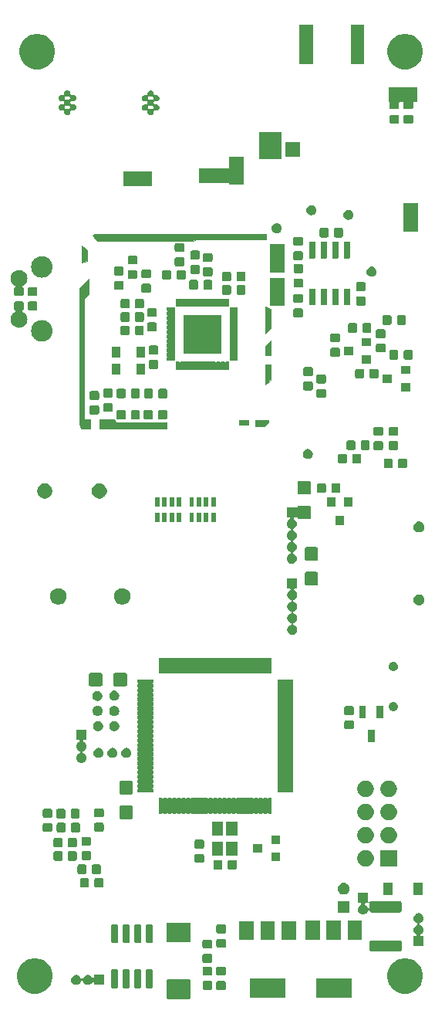
<source format=gbr>
G04 #@! TF.GenerationSoftware,KiCad,Pcbnew,5.1.6*
G04 #@! TF.CreationDate,2020-09-24T09:13:06+02:00*
G04 #@! TF.ProjectId,Mainboard,4d61696e-626f-4617-9264-2e6b69636164,rev?*
G04 #@! TF.SameCoordinates,Original*
G04 #@! TF.FileFunction,Soldermask,Bot*
G04 #@! TF.FilePolarity,Negative*
%FSLAX46Y46*%
G04 Gerber Fmt 4.6, Leading zero omitted, Abs format (unit mm)*
G04 Created by KiCad (PCBNEW 5.1.6) date 2020-09-24 09:13:06*
%MOMM*%
%LPD*%
G01*
G04 APERTURE LIST*
%ADD10C,0.100000*%
G04 APERTURE END LIST*
D10*
G36*
X47752000Y-100076000D02*
G01*
X47752000Y-102209600D01*
X47142400Y-102819200D01*
X47142400Y-99822000D01*
X47752000Y-100076000D01*
G37*
X47752000Y-100076000D02*
X47752000Y-102209600D01*
X47142400Y-102819200D01*
X47142400Y-99822000D01*
X47752000Y-100076000D01*
G36*
X47752000Y-105156000D02*
G01*
X47142400Y-105156000D01*
X47142400Y-104140000D01*
X47752000Y-103530400D01*
X47752000Y-105156000D01*
G37*
X47752000Y-105156000D02*
X47142400Y-105156000D01*
X47142400Y-104140000D01*
X47752000Y-103530400D01*
X47752000Y-105156000D01*
G36*
X47752000Y-107899200D02*
G01*
X47142400Y-108407200D01*
X47142400Y-106172000D01*
X47752000Y-106172000D01*
X47752000Y-107899200D01*
G37*
X47752000Y-107899200D02*
X47142400Y-108407200D01*
X47142400Y-106172000D01*
X47752000Y-106172000D01*
X47752000Y-107899200D01*
G36*
X47498000Y-112522000D02*
G01*
X47091600Y-112928400D01*
X46075600Y-112928400D01*
X46075600Y-112268000D01*
X47498000Y-112268000D01*
X47498000Y-112522000D01*
G37*
X47498000Y-112522000D02*
X47091600Y-112928400D01*
X46075600Y-112928400D01*
X46075600Y-112268000D01*
X47498000Y-112268000D01*
X47498000Y-112522000D01*
G36*
X45262800Y-112826800D02*
G01*
X44297600Y-112826800D01*
X44297600Y-112268000D01*
X45262800Y-112268000D01*
X45262800Y-112826800D01*
G37*
X45262800Y-112826800D02*
X44297600Y-112826800D01*
X44297600Y-112268000D01*
X45262800Y-112268000D01*
X45262800Y-112826800D01*
G36*
X30734000Y-112522000D02*
G01*
X36322000Y-112522000D01*
X36322000Y-113233200D01*
X28905200Y-113233200D01*
X28905200Y-112166400D01*
X30530800Y-112166400D01*
X30734000Y-112522000D01*
G37*
X30734000Y-112522000D02*
X36322000Y-112522000D01*
X36322000Y-113233200D01*
X28905200Y-113233200D01*
X28905200Y-112166400D01*
X30530800Y-112166400D01*
X30734000Y-112522000D01*
G36*
X27736800Y-98501200D02*
G01*
X27279600Y-98958400D01*
X27279600Y-112217200D01*
X27889200Y-112217200D01*
X27889200Y-113233200D01*
X26924000Y-113233200D01*
X26771600Y-112674400D01*
X26771600Y-97790000D01*
X27736800Y-96824800D01*
X27736800Y-98501200D01*
G37*
X27736800Y-98501200D02*
X27279600Y-98958400D01*
X27279600Y-112217200D01*
X27889200Y-112217200D01*
X27889200Y-113233200D01*
X26924000Y-113233200D01*
X26771600Y-112674400D01*
X26771600Y-97790000D01*
X27736800Y-96824800D01*
X27736800Y-98501200D01*
G36*
X27584400Y-93675200D02*
G01*
X27584400Y-94843600D01*
X27025600Y-95046800D01*
X27025600Y-93167200D01*
X27584400Y-93675200D01*
G37*
X27584400Y-93675200D02*
X27584400Y-94843600D01*
X27025600Y-95046800D01*
X27025600Y-93167200D01*
X27584400Y-93675200D01*
G36*
X47193200Y-92456000D02*
G01*
X39573200Y-92456000D01*
X39217600Y-92608400D01*
X28651200Y-92608400D01*
X28194000Y-92049600D01*
X28448000Y-91897200D01*
X47244000Y-91897200D01*
X47193200Y-92456000D01*
G37*
X47193200Y-92456000D02*
X39573200Y-92456000D01*
X39217600Y-92608400D01*
X28651200Y-92608400D01*
X28194000Y-92049600D01*
X28448000Y-91897200D01*
X47244000Y-91897200D01*
X47193200Y-92456000D01*
X23749000Y-95504000D02*
G75*
G03*
X23749000Y-95504000I-1143000J0D01*
G01*
X20995000Y-101254000D02*
G75*
G03*
X20995000Y-101254000I-889000J0D01*
G01*
X20995000Y-96754000D02*
G75*
G03*
X20995000Y-96754000I-889000J0D01*
G01*
X23749000Y-102504000D02*
G75*
G03*
X23749000Y-102504000I-1143000J0D01*
G01*
G36*
X38793292Y-173604810D02*
G01*
X38824583Y-173614302D01*
X38853423Y-173629717D01*
X38878699Y-173650461D01*
X38899443Y-173675737D01*
X38914858Y-173704577D01*
X38924350Y-173735868D01*
X38928160Y-173774551D01*
X38928160Y-175604449D01*
X38924350Y-175643132D01*
X38914858Y-175674423D01*
X38899443Y-175703263D01*
X38878699Y-175728539D01*
X38853423Y-175749283D01*
X38824583Y-175764698D01*
X38793292Y-175774190D01*
X38754609Y-175778000D01*
X36449711Y-175778000D01*
X36411028Y-175774190D01*
X36379737Y-175764698D01*
X36350897Y-175749283D01*
X36325621Y-175728539D01*
X36304877Y-175703263D01*
X36289462Y-175674423D01*
X36279970Y-175643132D01*
X36276160Y-175604449D01*
X36276160Y-173774551D01*
X36279970Y-173735868D01*
X36289462Y-173704577D01*
X36304877Y-173675737D01*
X36325621Y-173650461D01*
X36350897Y-173629717D01*
X36379737Y-173614302D01*
X36411028Y-173604810D01*
X36449711Y-173601000D01*
X38754609Y-173601000D01*
X38793292Y-173604810D01*
G37*
G36*
X49347400Y-175600600D02*
G01*
X45445400Y-175600600D01*
X45445400Y-173498600D01*
X49347400Y-173498600D01*
X49347400Y-175600600D01*
G37*
G36*
X56611800Y-175600200D02*
G01*
X52709800Y-175600200D01*
X52709800Y-173498200D01*
X56611800Y-173498200D01*
X56611800Y-175600200D01*
G37*
G36*
X22413085Y-171351975D02*
G01*
X22768143Y-171499045D01*
X22768145Y-171499046D01*
X23087690Y-171712559D01*
X23359441Y-171984310D01*
X23568621Y-172297370D01*
X23572955Y-172303857D01*
X23720025Y-172658915D01*
X23795000Y-173035842D01*
X23795000Y-173420158D01*
X23720025Y-173797085D01*
X23597506Y-174092871D01*
X23572954Y-174152145D01*
X23359441Y-174471690D01*
X23087690Y-174743441D01*
X22768145Y-174956954D01*
X22768144Y-174956955D01*
X22768143Y-174956955D01*
X22413085Y-175104025D01*
X22036158Y-175179000D01*
X21651842Y-175179000D01*
X21274915Y-175104025D01*
X20919857Y-174956955D01*
X20919856Y-174956955D01*
X20919855Y-174956954D01*
X20600310Y-174743441D01*
X20328559Y-174471690D01*
X20115046Y-174152145D01*
X20090494Y-174092871D01*
X19967975Y-173797085D01*
X19893000Y-173420158D01*
X19893000Y-173035842D01*
X19967975Y-172658915D01*
X20115045Y-172303857D01*
X20119379Y-172297370D01*
X20328559Y-171984310D01*
X20600310Y-171712559D01*
X20919855Y-171499046D01*
X20919857Y-171499045D01*
X21274915Y-171351975D01*
X21651842Y-171277000D01*
X22036158Y-171277000D01*
X22413085Y-171351975D01*
G37*
G36*
X63053085Y-171351975D02*
G01*
X63408143Y-171499045D01*
X63408145Y-171499046D01*
X63727690Y-171712559D01*
X63999441Y-171984310D01*
X64208621Y-172297370D01*
X64212955Y-172303857D01*
X64360025Y-172658915D01*
X64435000Y-173035842D01*
X64435000Y-173420158D01*
X64360025Y-173797085D01*
X64237506Y-174092871D01*
X64212954Y-174152145D01*
X63999441Y-174471690D01*
X63727690Y-174743441D01*
X63408145Y-174956954D01*
X63408144Y-174956955D01*
X63408143Y-174956955D01*
X63053085Y-175104025D01*
X62676158Y-175179000D01*
X62291842Y-175179000D01*
X61914915Y-175104025D01*
X61559857Y-174956955D01*
X61559856Y-174956955D01*
X61559855Y-174956954D01*
X61240310Y-174743441D01*
X60968559Y-174471690D01*
X60755046Y-174152145D01*
X60730494Y-174092871D01*
X60607975Y-173797085D01*
X60533000Y-173420158D01*
X60533000Y-173035842D01*
X60607975Y-172658915D01*
X60755045Y-172303857D01*
X60759379Y-172297370D01*
X60968559Y-171984310D01*
X61240310Y-171712559D01*
X61559855Y-171499046D01*
X61559857Y-171499045D01*
X61914915Y-171351975D01*
X62291842Y-171277000D01*
X62676158Y-171277000D01*
X63053085Y-171351975D01*
G37*
G36*
X42650271Y-173795345D02*
G01*
X42684249Y-173805653D01*
X42715570Y-173822394D01*
X42743019Y-173844921D01*
X42765546Y-173872370D01*
X42782287Y-173903691D01*
X42792595Y-173937669D01*
X42796680Y-173979150D01*
X42796680Y-174580370D01*
X42792595Y-174621851D01*
X42782287Y-174655829D01*
X42765546Y-174687150D01*
X42743019Y-174714599D01*
X42715570Y-174737126D01*
X42684249Y-174753867D01*
X42650271Y-174764175D01*
X42608790Y-174768260D01*
X41932570Y-174768260D01*
X41891089Y-174764175D01*
X41857111Y-174753867D01*
X41825790Y-174737126D01*
X41798341Y-174714599D01*
X41775814Y-174687150D01*
X41759073Y-174655829D01*
X41748765Y-174621851D01*
X41744680Y-174580370D01*
X41744680Y-173979150D01*
X41748765Y-173937669D01*
X41759073Y-173903691D01*
X41775814Y-173872370D01*
X41798341Y-173844921D01*
X41825790Y-173822394D01*
X41857111Y-173805653D01*
X41891089Y-173795345D01*
X41932570Y-173791260D01*
X42608790Y-173791260D01*
X42650271Y-173795345D01*
G37*
G36*
X41151671Y-173790265D02*
G01*
X41185649Y-173800573D01*
X41216970Y-173817314D01*
X41244419Y-173839841D01*
X41266946Y-173867290D01*
X41283687Y-173898611D01*
X41293995Y-173932589D01*
X41298080Y-173974070D01*
X41298080Y-174575290D01*
X41293995Y-174616771D01*
X41283687Y-174650749D01*
X41266946Y-174682070D01*
X41244419Y-174709519D01*
X41216970Y-174732046D01*
X41185649Y-174748787D01*
X41151671Y-174759095D01*
X41110190Y-174763180D01*
X40433970Y-174763180D01*
X40392489Y-174759095D01*
X40358511Y-174748787D01*
X40327190Y-174732046D01*
X40299741Y-174709519D01*
X40277214Y-174682070D01*
X40260473Y-174650749D01*
X40250165Y-174616771D01*
X40246080Y-174575290D01*
X40246080Y-173974070D01*
X40250165Y-173932589D01*
X40260473Y-173898611D01*
X40277214Y-173867290D01*
X40299741Y-173839841D01*
X40327190Y-173817314D01*
X40358511Y-173800573D01*
X40392489Y-173790265D01*
X40433970Y-173786180D01*
X41110190Y-173786180D01*
X41151671Y-173790265D01*
G37*
G36*
X30859308Y-172525844D02*
G01*
X30880389Y-172532240D01*
X30899825Y-172542628D01*
X30916856Y-172556604D01*
X30930832Y-172573635D01*
X30941220Y-172593071D01*
X30947616Y-172614152D01*
X30950380Y-172642220D01*
X30950380Y-174455940D01*
X30947616Y-174484008D01*
X30941220Y-174505089D01*
X30930832Y-174524525D01*
X30916856Y-174541556D01*
X30899825Y-174555532D01*
X30880389Y-174565920D01*
X30859308Y-174572316D01*
X30831240Y-174575080D01*
X30367520Y-174575080D01*
X30339452Y-174572316D01*
X30318371Y-174565920D01*
X30298935Y-174555532D01*
X30281904Y-174541556D01*
X30267928Y-174524525D01*
X30257540Y-174505089D01*
X30251144Y-174484008D01*
X30248380Y-174455940D01*
X30248380Y-172642220D01*
X30251144Y-172614152D01*
X30257540Y-172593071D01*
X30267928Y-172573635D01*
X30281904Y-172556604D01*
X30298935Y-172542628D01*
X30318371Y-172532240D01*
X30339452Y-172525844D01*
X30367520Y-172523080D01*
X30831240Y-172523080D01*
X30859308Y-172525844D01*
G37*
G36*
X32129308Y-172525844D02*
G01*
X32150389Y-172532240D01*
X32169825Y-172542628D01*
X32186856Y-172556604D01*
X32200832Y-172573635D01*
X32211220Y-172593071D01*
X32217616Y-172614152D01*
X32220380Y-172642220D01*
X32220380Y-174455940D01*
X32217616Y-174484008D01*
X32211220Y-174505089D01*
X32200832Y-174524525D01*
X32186856Y-174541556D01*
X32169825Y-174555532D01*
X32150389Y-174565920D01*
X32129308Y-174572316D01*
X32101240Y-174575080D01*
X31637520Y-174575080D01*
X31609452Y-174572316D01*
X31588371Y-174565920D01*
X31568935Y-174555532D01*
X31551904Y-174541556D01*
X31537928Y-174524525D01*
X31527540Y-174505089D01*
X31521144Y-174484008D01*
X31518380Y-174455940D01*
X31518380Y-172642220D01*
X31521144Y-172614152D01*
X31527540Y-172593071D01*
X31537928Y-172573635D01*
X31551904Y-172556604D01*
X31568935Y-172542628D01*
X31588371Y-172532240D01*
X31609452Y-172525844D01*
X31637520Y-172523080D01*
X32101240Y-172523080D01*
X32129308Y-172525844D01*
G37*
G36*
X33399308Y-172525844D02*
G01*
X33420389Y-172532240D01*
X33439825Y-172542628D01*
X33456856Y-172556604D01*
X33470832Y-172573635D01*
X33481220Y-172593071D01*
X33487616Y-172614152D01*
X33490380Y-172642220D01*
X33490380Y-174455940D01*
X33487616Y-174484008D01*
X33481220Y-174505089D01*
X33470832Y-174524525D01*
X33456856Y-174541556D01*
X33439825Y-174555532D01*
X33420389Y-174565920D01*
X33399308Y-174572316D01*
X33371240Y-174575080D01*
X32907520Y-174575080D01*
X32879452Y-174572316D01*
X32858371Y-174565920D01*
X32838935Y-174555532D01*
X32821904Y-174541556D01*
X32807928Y-174524525D01*
X32797540Y-174505089D01*
X32791144Y-174484008D01*
X32788380Y-174455940D01*
X32788380Y-172642220D01*
X32791144Y-172614152D01*
X32797540Y-172593071D01*
X32807928Y-172573635D01*
X32821904Y-172556604D01*
X32838935Y-172542628D01*
X32858371Y-172532240D01*
X32879452Y-172525844D01*
X32907520Y-172523080D01*
X33371240Y-172523080D01*
X33399308Y-172525844D01*
G37*
G36*
X34669308Y-172525844D02*
G01*
X34690389Y-172532240D01*
X34709825Y-172542628D01*
X34726856Y-172556604D01*
X34740832Y-172573635D01*
X34751220Y-172593071D01*
X34757616Y-172614152D01*
X34760380Y-172642220D01*
X34760380Y-174455940D01*
X34757616Y-174484008D01*
X34751220Y-174505089D01*
X34740832Y-174524525D01*
X34726856Y-174541556D01*
X34709825Y-174555532D01*
X34690389Y-174565920D01*
X34669308Y-174572316D01*
X34641240Y-174575080D01*
X34177520Y-174575080D01*
X34149452Y-174572316D01*
X34128371Y-174565920D01*
X34108935Y-174555532D01*
X34091904Y-174541556D01*
X34077928Y-174524525D01*
X34067540Y-174505089D01*
X34061144Y-174484008D01*
X34058380Y-174455940D01*
X34058380Y-172642220D01*
X34061144Y-172614152D01*
X34067540Y-172593071D01*
X34077928Y-172573635D01*
X34091904Y-172556604D01*
X34108935Y-172542628D01*
X34128371Y-172532240D01*
X34149452Y-172525844D01*
X34177520Y-172523080D01*
X34641240Y-172523080D01*
X34669308Y-172525844D01*
G37*
G36*
X26536081Y-173135054D02*
G01*
X26636355Y-173176589D01*
X26647588Y-173184095D01*
X26726602Y-173236890D01*
X26803350Y-173313638D01*
X26803351Y-173313640D01*
X26863651Y-173403885D01*
X26894876Y-173479269D01*
X26906427Y-173500880D01*
X26921972Y-173519821D01*
X26940914Y-173535367D01*
X26962525Y-173546918D01*
X26985974Y-173554031D01*
X27010360Y-173556433D01*
X27034746Y-173554031D01*
X27058195Y-173546918D01*
X27079806Y-173535367D01*
X27098747Y-173519822D01*
X27114293Y-173500880D01*
X27125844Y-173479269D01*
X27157069Y-173403885D01*
X27217369Y-173313640D01*
X27217370Y-173313638D01*
X27294118Y-173236890D01*
X27373132Y-173184095D01*
X27384365Y-173176589D01*
X27484639Y-173135054D01*
X27591090Y-173113880D01*
X27699630Y-173113880D01*
X27806081Y-173135054D01*
X27906355Y-173176589D01*
X27917588Y-173184095D01*
X27996602Y-173236890D01*
X28073350Y-173313638D01*
X28073351Y-173313640D01*
X28135428Y-173406544D01*
X28150974Y-173425486D01*
X28169916Y-173441031D01*
X28191527Y-173452582D01*
X28214975Y-173459695D01*
X28239362Y-173462097D01*
X28263748Y-173459695D01*
X28287197Y-173452582D01*
X28308807Y-173441031D01*
X28327749Y-173425485D01*
X28343294Y-173406543D01*
X28354845Y-173384932D01*
X28361958Y-173361484D01*
X28364360Y-173337098D01*
X28364360Y-173113880D01*
X29466360Y-173113880D01*
X29466360Y-174215880D01*
X28364360Y-174215880D01*
X28364360Y-173992662D01*
X28361958Y-173968276D01*
X28354845Y-173944827D01*
X28343294Y-173923216D01*
X28327749Y-173904274D01*
X28308807Y-173888729D01*
X28287196Y-173877178D01*
X28263747Y-173870065D01*
X28239361Y-173867663D01*
X28214975Y-173870065D01*
X28191526Y-173877178D01*
X28169915Y-173888729D01*
X28150973Y-173904274D01*
X28135428Y-173923216D01*
X28101448Y-173974070D01*
X28073350Y-174016122D01*
X27996602Y-174092870D01*
X27951172Y-174123225D01*
X27906355Y-174153171D01*
X27806081Y-174194706D01*
X27699630Y-174215880D01*
X27591090Y-174215880D01*
X27484639Y-174194706D01*
X27384365Y-174153171D01*
X27339548Y-174123225D01*
X27294118Y-174092870D01*
X27217370Y-174016122D01*
X27185401Y-173968276D01*
X27157069Y-173925875D01*
X27125844Y-173850491D01*
X27114293Y-173828880D01*
X27098748Y-173809939D01*
X27079806Y-173794393D01*
X27058195Y-173782842D01*
X27034746Y-173775729D01*
X27010360Y-173773327D01*
X26985974Y-173775729D01*
X26962525Y-173782842D01*
X26940914Y-173794393D01*
X26921973Y-173809938D01*
X26906427Y-173828880D01*
X26894876Y-173850491D01*
X26863651Y-173925875D01*
X26835319Y-173968276D01*
X26803350Y-174016122D01*
X26726602Y-174092870D01*
X26681172Y-174123225D01*
X26636355Y-174153171D01*
X26536081Y-174194706D01*
X26429630Y-174215880D01*
X26321090Y-174215880D01*
X26214639Y-174194706D01*
X26114365Y-174153171D01*
X26069548Y-174123225D01*
X26024118Y-174092870D01*
X25947370Y-174016122D01*
X25915401Y-173968276D01*
X25887069Y-173925875D01*
X25845534Y-173825601D01*
X25824360Y-173719150D01*
X25824360Y-173610610D01*
X25845534Y-173504159D01*
X25887069Y-173403885D01*
X25947369Y-173313640D01*
X25947370Y-173313638D01*
X26024118Y-173236890D01*
X26103132Y-173184095D01*
X26114365Y-173176589D01*
X26214639Y-173135054D01*
X26321090Y-173113880D01*
X26429630Y-173113880D01*
X26536081Y-173135054D01*
G37*
G36*
X42650271Y-172220345D02*
G01*
X42684249Y-172230653D01*
X42715570Y-172247394D01*
X42743019Y-172269921D01*
X42765546Y-172297370D01*
X42782287Y-172328691D01*
X42792595Y-172362669D01*
X42796680Y-172404150D01*
X42796680Y-173005370D01*
X42792595Y-173046851D01*
X42782287Y-173080829D01*
X42765546Y-173112150D01*
X42743019Y-173139599D01*
X42715570Y-173162126D01*
X42684249Y-173178867D01*
X42650271Y-173189175D01*
X42608790Y-173193260D01*
X41932570Y-173193260D01*
X41891089Y-173189175D01*
X41857111Y-173178867D01*
X41825790Y-173162126D01*
X41798341Y-173139599D01*
X41775814Y-173112150D01*
X41759073Y-173080829D01*
X41748765Y-173046851D01*
X41744680Y-173005370D01*
X41744680Y-172404150D01*
X41748765Y-172362669D01*
X41759073Y-172328691D01*
X41775814Y-172297370D01*
X41798341Y-172269921D01*
X41825790Y-172247394D01*
X41857111Y-172230653D01*
X41891089Y-172220345D01*
X41932570Y-172216260D01*
X42608790Y-172216260D01*
X42650271Y-172220345D01*
G37*
G36*
X41151671Y-172215265D02*
G01*
X41185649Y-172225573D01*
X41216970Y-172242314D01*
X41244419Y-172264841D01*
X41266946Y-172292290D01*
X41283687Y-172323611D01*
X41293995Y-172357589D01*
X41298080Y-172399070D01*
X41298080Y-173000290D01*
X41293995Y-173041771D01*
X41283687Y-173075749D01*
X41266946Y-173107070D01*
X41244419Y-173134519D01*
X41216970Y-173157046D01*
X41185649Y-173173787D01*
X41151671Y-173184095D01*
X41110190Y-173188180D01*
X40433970Y-173188180D01*
X40392489Y-173184095D01*
X40358511Y-173173787D01*
X40327190Y-173157046D01*
X40299741Y-173134519D01*
X40277214Y-173107070D01*
X40260473Y-173075749D01*
X40250165Y-173041771D01*
X40246080Y-173000290D01*
X40246080Y-172399070D01*
X40250165Y-172357589D01*
X40260473Y-172323611D01*
X40277214Y-172292290D01*
X40299741Y-172264841D01*
X40327190Y-172242314D01*
X40358511Y-172225573D01*
X40392489Y-172215265D01*
X40433970Y-172211180D01*
X41110190Y-172211180D01*
X41151671Y-172215265D01*
G37*
G36*
X41146591Y-170823545D02*
G01*
X41180569Y-170833853D01*
X41211890Y-170850594D01*
X41239339Y-170873121D01*
X41261866Y-170900570D01*
X41278607Y-170931891D01*
X41288915Y-170965869D01*
X41293000Y-171007350D01*
X41293000Y-171608570D01*
X41288915Y-171650051D01*
X41278607Y-171684029D01*
X41261866Y-171715350D01*
X41239339Y-171742799D01*
X41211890Y-171765326D01*
X41180569Y-171782067D01*
X41146591Y-171792375D01*
X41105110Y-171796460D01*
X40428890Y-171796460D01*
X40387409Y-171792375D01*
X40353431Y-171782067D01*
X40322110Y-171765326D01*
X40294661Y-171742799D01*
X40272134Y-171715350D01*
X40255393Y-171684029D01*
X40245085Y-171650051D01*
X40241000Y-171608570D01*
X40241000Y-171007350D01*
X40245085Y-170965869D01*
X40255393Y-170931891D01*
X40272134Y-170900570D01*
X40294661Y-170873121D01*
X40322110Y-170850594D01*
X40353431Y-170833853D01*
X40387409Y-170823545D01*
X40428890Y-170819460D01*
X41105110Y-170819460D01*
X41146591Y-170823545D01*
G37*
G36*
X61937707Y-169324798D02*
G01*
X61975718Y-169336329D01*
X62010742Y-169355049D01*
X62041449Y-169380251D01*
X62066651Y-169410958D01*
X62085371Y-169445982D01*
X62096902Y-169483993D01*
X62101400Y-169529663D01*
X62101400Y-170337937D01*
X62096902Y-170383607D01*
X62085371Y-170421618D01*
X62066651Y-170456642D01*
X62041449Y-170487349D01*
X62010742Y-170512551D01*
X61975718Y-170531271D01*
X61937707Y-170542802D01*
X61892037Y-170547300D01*
X58808763Y-170547300D01*
X58763093Y-170542802D01*
X58725082Y-170531271D01*
X58690058Y-170512551D01*
X58659351Y-170487349D01*
X58634149Y-170456642D01*
X58615429Y-170421618D01*
X58603898Y-170383607D01*
X58599400Y-170337937D01*
X58599400Y-169529663D01*
X58603898Y-169483993D01*
X58615429Y-169445982D01*
X58634149Y-169410958D01*
X58659351Y-169380251D01*
X58690058Y-169355049D01*
X58725082Y-169336329D01*
X58763093Y-169324798D01*
X58808763Y-169320300D01*
X61892037Y-169320300D01*
X61937707Y-169324798D01*
G37*
G36*
X41146591Y-169248545D02*
G01*
X41180569Y-169258853D01*
X41211890Y-169275594D01*
X41239339Y-169298121D01*
X41261866Y-169325570D01*
X41278607Y-169356891D01*
X41288915Y-169390869D01*
X41293000Y-169432350D01*
X41293000Y-170033570D01*
X41288915Y-170075051D01*
X41278607Y-170109029D01*
X41261866Y-170140350D01*
X41239339Y-170167799D01*
X41211890Y-170190326D01*
X41180569Y-170207067D01*
X41146591Y-170217375D01*
X41105110Y-170221460D01*
X40428890Y-170221460D01*
X40387409Y-170217375D01*
X40353431Y-170207067D01*
X40322110Y-170190326D01*
X40294661Y-170167799D01*
X40272134Y-170140350D01*
X40255393Y-170109029D01*
X40245085Y-170075051D01*
X40241000Y-170033570D01*
X40241000Y-169432350D01*
X40245085Y-169390869D01*
X40255393Y-169356891D01*
X40272134Y-169325570D01*
X40294661Y-169298121D01*
X40322110Y-169275594D01*
X40353431Y-169258853D01*
X40387409Y-169248545D01*
X40428890Y-169244460D01*
X41105110Y-169244460D01*
X41146591Y-169248545D01*
G37*
G36*
X42670591Y-169162385D02*
G01*
X42704569Y-169172693D01*
X42735890Y-169189434D01*
X42763339Y-169211961D01*
X42785866Y-169239410D01*
X42802607Y-169270731D01*
X42812915Y-169304709D01*
X42817000Y-169346190D01*
X42817000Y-169947410D01*
X42812915Y-169988891D01*
X42802607Y-170022869D01*
X42785866Y-170054190D01*
X42763339Y-170081639D01*
X42735890Y-170104166D01*
X42704569Y-170120907D01*
X42670591Y-170131215D01*
X42629110Y-170135300D01*
X41952890Y-170135300D01*
X41911409Y-170131215D01*
X41877431Y-170120907D01*
X41846110Y-170104166D01*
X41818661Y-170081639D01*
X41796134Y-170054190D01*
X41779393Y-170022869D01*
X41769085Y-169988891D01*
X41765000Y-169947410D01*
X41765000Y-169346190D01*
X41769085Y-169304709D01*
X41779393Y-169270731D01*
X41796134Y-169239410D01*
X41818661Y-169211961D01*
X41846110Y-169189434D01*
X41877431Y-169172693D01*
X41911409Y-169162385D01*
X41952890Y-169158300D01*
X42629110Y-169158300D01*
X42670591Y-169162385D01*
G37*
G36*
X64123001Y-166368494D02*
G01*
X64223275Y-166410029D01*
X64247912Y-166426491D01*
X64313522Y-166470330D01*
X64390270Y-166547078D01*
X64390271Y-166547080D01*
X64450571Y-166637325D01*
X64492106Y-166737599D01*
X64513280Y-166844050D01*
X64513280Y-166952590D01*
X64492106Y-167059041D01*
X64450571Y-167159315D01*
X64420625Y-167204132D01*
X64390270Y-167249562D01*
X64313522Y-167326310D01*
X64268092Y-167356665D01*
X64223275Y-167386611D01*
X64147891Y-167417836D01*
X64126280Y-167429387D01*
X64107339Y-167444932D01*
X64091793Y-167463874D01*
X64080242Y-167485485D01*
X64073129Y-167508934D01*
X64070727Y-167533320D01*
X64073129Y-167557706D01*
X64080242Y-167581155D01*
X64091793Y-167602766D01*
X64107338Y-167621707D01*
X64126280Y-167637253D01*
X64147891Y-167648804D01*
X64223275Y-167680029D01*
X64268092Y-167709975D01*
X64313522Y-167740330D01*
X64390270Y-167817078D01*
X64390271Y-167817080D01*
X64450571Y-167907325D01*
X64492106Y-168007599D01*
X64513280Y-168114050D01*
X64513280Y-168222590D01*
X64492106Y-168329041D01*
X64450571Y-168429315D01*
X64435582Y-168451748D01*
X64390270Y-168519562D01*
X64313522Y-168596310D01*
X64282096Y-168617308D01*
X64220616Y-168658388D01*
X64201674Y-168673934D01*
X64186129Y-168692876D01*
X64174578Y-168714487D01*
X64167465Y-168737935D01*
X64165063Y-168762322D01*
X64167465Y-168786708D01*
X64174578Y-168810157D01*
X64186129Y-168831767D01*
X64201675Y-168850709D01*
X64220617Y-168866254D01*
X64242228Y-168877805D01*
X64265676Y-168884918D01*
X64290062Y-168887320D01*
X64513280Y-168887320D01*
X64513280Y-169989320D01*
X63411280Y-169989320D01*
X63411280Y-168887320D01*
X63634498Y-168887320D01*
X63658884Y-168884918D01*
X63682333Y-168877805D01*
X63703944Y-168866254D01*
X63722886Y-168850709D01*
X63738431Y-168831767D01*
X63749982Y-168810156D01*
X63757095Y-168786707D01*
X63759497Y-168762321D01*
X63757095Y-168737935D01*
X63749982Y-168714486D01*
X63738431Y-168692875D01*
X63722886Y-168673933D01*
X63703944Y-168658388D01*
X63642464Y-168617308D01*
X63611038Y-168596310D01*
X63534290Y-168519562D01*
X63488978Y-168451748D01*
X63473989Y-168429315D01*
X63432454Y-168329041D01*
X63411280Y-168222590D01*
X63411280Y-168114050D01*
X63432454Y-168007599D01*
X63473989Y-167907325D01*
X63534289Y-167817080D01*
X63534290Y-167817078D01*
X63611038Y-167740330D01*
X63656468Y-167709975D01*
X63701285Y-167680029D01*
X63776669Y-167648804D01*
X63798280Y-167637253D01*
X63817221Y-167621708D01*
X63832767Y-167602766D01*
X63844318Y-167581155D01*
X63851431Y-167557706D01*
X63853833Y-167533320D01*
X63851431Y-167508934D01*
X63844318Y-167485485D01*
X63832767Y-167463874D01*
X63817222Y-167444933D01*
X63798280Y-167429387D01*
X63776669Y-167417836D01*
X63701285Y-167386611D01*
X63656468Y-167356665D01*
X63611038Y-167326310D01*
X63534290Y-167249562D01*
X63503935Y-167204132D01*
X63473989Y-167159315D01*
X63432454Y-167059041D01*
X63411280Y-166952590D01*
X63411280Y-166844050D01*
X63432454Y-166737599D01*
X63473989Y-166637325D01*
X63534289Y-166547080D01*
X63534290Y-166547078D01*
X63611038Y-166470330D01*
X63676648Y-166426491D01*
X63701285Y-166410029D01*
X63801559Y-166368494D01*
X63908010Y-166347320D01*
X64016550Y-166347320D01*
X64123001Y-166368494D01*
G37*
G36*
X34669308Y-167575844D02*
G01*
X34690389Y-167582240D01*
X34709825Y-167592628D01*
X34726856Y-167606604D01*
X34740832Y-167623635D01*
X34751220Y-167643071D01*
X34757616Y-167664152D01*
X34760380Y-167692220D01*
X34760380Y-169505940D01*
X34757616Y-169534008D01*
X34751220Y-169555089D01*
X34740832Y-169574525D01*
X34726856Y-169591556D01*
X34709825Y-169605532D01*
X34690389Y-169615920D01*
X34669308Y-169622316D01*
X34641240Y-169625080D01*
X34177520Y-169625080D01*
X34149452Y-169622316D01*
X34128371Y-169615920D01*
X34108935Y-169605532D01*
X34091904Y-169591556D01*
X34077928Y-169574525D01*
X34067540Y-169555089D01*
X34061144Y-169534008D01*
X34058380Y-169505940D01*
X34058380Y-167692220D01*
X34061144Y-167664152D01*
X34067540Y-167643071D01*
X34077928Y-167623635D01*
X34091904Y-167606604D01*
X34108935Y-167592628D01*
X34128371Y-167582240D01*
X34149452Y-167575844D01*
X34177520Y-167573080D01*
X34641240Y-167573080D01*
X34669308Y-167575844D01*
G37*
G36*
X33399308Y-167575844D02*
G01*
X33420389Y-167582240D01*
X33439825Y-167592628D01*
X33456856Y-167606604D01*
X33470832Y-167623635D01*
X33481220Y-167643071D01*
X33487616Y-167664152D01*
X33490380Y-167692220D01*
X33490380Y-169505940D01*
X33487616Y-169534008D01*
X33481220Y-169555089D01*
X33470832Y-169574525D01*
X33456856Y-169591556D01*
X33439825Y-169605532D01*
X33420389Y-169615920D01*
X33399308Y-169622316D01*
X33371240Y-169625080D01*
X32907520Y-169625080D01*
X32879452Y-169622316D01*
X32858371Y-169615920D01*
X32838935Y-169605532D01*
X32821904Y-169591556D01*
X32807928Y-169574525D01*
X32797540Y-169555089D01*
X32791144Y-169534008D01*
X32788380Y-169505940D01*
X32788380Y-167692220D01*
X32791144Y-167664152D01*
X32797540Y-167643071D01*
X32807928Y-167623635D01*
X32821904Y-167606604D01*
X32838935Y-167592628D01*
X32858371Y-167582240D01*
X32879452Y-167575844D01*
X32907520Y-167573080D01*
X33371240Y-167573080D01*
X33399308Y-167575844D01*
G37*
G36*
X32129308Y-167575844D02*
G01*
X32150389Y-167582240D01*
X32169825Y-167592628D01*
X32186856Y-167606604D01*
X32200832Y-167623635D01*
X32211220Y-167643071D01*
X32217616Y-167664152D01*
X32220380Y-167692220D01*
X32220380Y-169505940D01*
X32217616Y-169534008D01*
X32211220Y-169555089D01*
X32200832Y-169574525D01*
X32186856Y-169591556D01*
X32169825Y-169605532D01*
X32150389Y-169615920D01*
X32129308Y-169622316D01*
X32101240Y-169625080D01*
X31637520Y-169625080D01*
X31609452Y-169622316D01*
X31588371Y-169615920D01*
X31568935Y-169605532D01*
X31551904Y-169591556D01*
X31537928Y-169574525D01*
X31527540Y-169555089D01*
X31521144Y-169534008D01*
X31518380Y-169505940D01*
X31518380Y-167692220D01*
X31521144Y-167664152D01*
X31527540Y-167643071D01*
X31537928Y-167623635D01*
X31551904Y-167606604D01*
X31568935Y-167592628D01*
X31588371Y-167582240D01*
X31609452Y-167575844D01*
X31637520Y-167573080D01*
X32101240Y-167573080D01*
X32129308Y-167575844D01*
G37*
G36*
X30859308Y-167575844D02*
G01*
X30880389Y-167582240D01*
X30899825Y-167592628D01*
X30916856Y-167606604D01*
X30930832Y-167623635D01*
X30941220Y-167643071D01*
X30947616Y-167664152D01*
X30950380Y-167692220D01*
X30950380Y-169505940D01*
X30947616Y-169534008D01*
X30941220Y-169555089D01*
X30930832Y-169574525D01*
X30916856Y-169591556D01*
X30899825Y-169605532D01*
X30880389Y-169615920D01*
X30859308Y-169622316D01*
X30831240Y-169625080D01*
X30367520Y-169625080D01*
X30339452Y-169622316D01*
X30318371Y-169615920D01*
X30298935Y-169605532D01*
X30281904Y-169591556D01*
X30267928Y-169574525D01*
X30257540Y-169555089D01*
X30251144Y-169534008D01*
X30248380Y-169505940D01*
X30248380Y-167692220D01*
X30251144Y-167664152D01*
X30257540Y-167643071D01*
X30267928Y-167623635D01*
X30281904Y-167606604D01*
X30298935Y-167592628D01*
X30318371Y-167582240D01*
X30339452Y-167575844D01*
X30367520Y-167573080D01*
X30831240Y-167573080D01*
X30859308Y-167575844D01*
G37*
G36*
X38793292Y-167379810D02*
G01*
X38824583Y-167389302D01*
X38853423Y-167404717D01*
X38878699Y-167425461D01*
X38899443Y-167450737D01*
X38914858Y-167479577D01*
X38924350Y-167510868D01*
X38928160Y-167549551D01*
X38928160Y-169379449D01*
X38924350Y-169418132D01*
X38914858Y-169449423D01*
X38899443Y-169478263D01*
X38878699Y-169503539D01*
X38853423Y-169524283D01*
X38824583Y-169539698D01*
X38793292Y-169549190D01*
X38754609Y-169553000D01*
X36449711Y-169553000D01*
X36411028Y-169549190D01*
X36379737Y-169539698D01*
X36350897Y-169524283D01*
X36325621Y-169503539D01*
X36304877Y-169478263D01*
X36289462Y-169449423D01*
X36279970Y-169418132D01*
X36276160Y-169379449D01*
X36276160Y-167549551D01*
X36279970Y-167510868D01*
X36289462Y-167479577D01*
X36304877Y-167450737D01*
X36325621Y-167425461D01*
X36350897Y-167404717D01*
X36379737Y-167389302D01*
X36411028Y-167379810D01*
X36449711Y-167376000D01*
X38754609Y-167376000D01*
X38793292Y-167379810D01*
G37*
G36*
X48197400Y-169300600D02*
G01*
X46595400Y-169300600D01*
X46595400Y-167198600D01*
X48197400Y-167198600D01*
X48197400Y-169300600D01*
G37*
G36*
X45897400Y-169300600D02*
G01*
X44295400Y-169300600D01*
X44295400Y-167198600D01*
X45897400Y-167198600D01*
X45897400Y-169300600D01*
G37*
G36*
X50497400Y-169300600D02*
G01*
X48895400Y-169300600D01*
X48895400Y-167198600D01*
X50497400Y-167198600D01*
X50497400Y-169300600D01*
G37*
G36*
X53161800Y-169300200D02*
G01*
X51559800Y-169300200D01*
X51559800Y-167198200D01*
X53161800Y-167198200D01*
X53161800Y-169300200D01*
G37*
G36*
X57761800Y-169300200D02*
G01*
X56159800Y-169300200D01*
X56159800Y-167198200D01*
X57761800Y-167198200D01*
X57761800Y-169300200D01*
G37*
G36*
X55461800Y-169300200D02*
G01*
X53859800Y-169300200D01*
X53859800Y-167198200D01*
X55461800Y-167198200D01*
X55461800Y-169300200D01*
G37*
G36*
X42670591Y-167587385D02*
G01*
X42704569Y-167597693D01*
X42735890Y-167614434D01*
X42763339Y-167636961D01*
X42785866Y-167664410D01*
X42802607Y-167695731D01*
X42812915Y-167729709D01*
X42817000Y-167771190D01*
X42817000Y-168372410D01*
X42812915Y-168413891D01*
X42802607Y-168447869D01*
X42785866Y-168479190D01*
X42763339Y-168506639D01*
X42735890Y-168529166D01*
X42704569Y-168545907D01*
X42670591Y-168556215D01*
X42629110Y-168560300D01*
X41952890Y-168560300D01*
X41911409Y-168556215D01*
X41877431Y-168545907D01*
X41846110Y-168529166D01*
X41818661Y-168506639D01*
X41796134Y-168479190D01*
X41779393Y-168447869D01*
X41769085Y-168413891D01*
X41765000Y-168372410D01*
X41765000Y-167771190D01*
X41769085Y-167729709D01*
X41779393Y-167695731D01*
X41796134Y-167664410D01*
X41818661Y-167636961D01*
X41846110Y-167614434D01*
X41877431Y-167597693D01*
X41911409Y-167587385D01*
X41952890Y-167583300D01*
X42629110Y-167583300D01*
X42670591Y-167587385D01*
G37*
G36*
X58412200Y-165057054D02*
G01*
X58414602Y-165081440D01*
X58421715Y-165104889D01*
X58433266Y-165126500D01*
X58448811Y-165145442D01*
X58467753Y-165160987D01*
X58489364Y-165172538D01*
X58512813Y-165179651D01*
X58537199Y-165182053D01*
X58561585Y-165179651D01*
X58585034Y-165172538D01*
X58606645Y-165160987D01*
X58633824Y-165136354D01*
X58659351Y-165105251D01*
X58690058Y-165080049D01*
X58725082Y-165061329D01*
X58763093Y-165049798D01*
X58808763Y-165045300D01*
X61892037Y-165045300D01*
X61937707Y-165049798D01*
X61975718Y-165061329D01*
X62010742Y-165080049D01*
X62041449Y-165105251D01*
X62066651Y-165135958D01*
X62085371Y-165170982D01*
X62096902Y-165208993D01*
X62101400Y-165254663D01*
X62101400Y-166062937D01*
X62096902Y-166108607D01*
X62085371Y-166146618D01*
X62066651Y-166181642D01*
X62041449Y-166212349D01*
X62010742Y-166237551D01*
X61975718Y-166256271D01*
X61937707Y-166267802D01*
X61892037Y-166272300D01*
X58808763Y-166272300D01*
X58763093Y-166267802D01*
X58725082Y-166256271D01*
X58690058Y-166237551D01*
X58659351Y-166212349D01*
X58634149Y-166181642D01*
X58615428Y-166146617D01*
X58613622Y-166140664D01*
X58604246Y-166118024D01*
X58590632Y-166097650D01*
X58573306Y-166080322D01*
X58552932Y-166066708D01*
X58530293Y-166057330D01*
X58506260Y-166052549D01*
X58481756Y-166052549D01*
X58457723Y-166057329D01*
X58435083Y-166066705D01*
X58414709Y-166080319D01*
X58397381Y-166097645D01*
X58383767Y-166118019D01*
X58378521Y-166129111D01*
X58349491Y-166199195D01*
X58323862Y-166237551D01*
X58289190Y-166289442D01*
X58212442Y-166366190D01*
X58208992Y-166368495D01*
X58122195Y-166426491D01*
X58021921Y-166468026D01*
X57915470Y-166489200D01*
X57806930Y-166489200D01*
X57700479Y-166468026D01*
X57600205Y-166426491D01*
X57513408Y-166368495D01*
X57509958Y-166366190D01*
X57433210Y-166289442D01*
X57398538Y-166237551D01*
X57372909Y-166199195D01*
X57331374Y-166098921D01*
X57310200Y-165992470D01*
X57310200Y-165883930D01*
X57331374Y-165777479D01*
X57372909Y-165677205D01*
X57433209Y-165586960D01*
X57433210Y-165586958D01*
X57509958Y-165510210D01*
X57541384Y-165489212D01*
X57602864Y-165448132D01*
X57621806Y-165432586D01*
X57637351Y-165413644D01*
X57648902Y-165392033D01*
X57656015Y-165368585D01*
X57658416Y-165344199D01*
X58063983Y-165344199D01*
X58066385Y-165368585D01*
X58073498Y-165392034D01*
X58085049Y-165413645D01*
X58100594Y-165432587D01*
X58119536Y-165448132D01*
X58181016Y-165489212D01*
X58212442Y-165510210D01*
X58289190Y-165586958D01*
X58289191Y-165586960D01*
X58349491Y-165677205D01*
X58358917Y-165699961D01*
X58370468Y-165721572D01*
X58386013Y-165740514D01*
X58404955Y-165756059D01*
X58426566Y-165767610D01*
X58450015Y-165774723D01*
X58474401Y-165777125D01*
X58498787Y-165774723D01*
X58522236Y-165767610D01*
X58543847Y-165756059D01*
X58562789Y-165740514D01*
X58578334Y-165721572D01*
X58589885Y-165699961D01*
X58596998Y-165676512D01*
X58599400Y-165652126D01*
X58599400Y-165344199D01*
X58596998Y-165319813D01*
X58589885Y-165296364D01*
X58578334Y-165274753D01*
X58562789Y-165255811D01*
X58543847Y-165240266D01*
X58522236Y-165228715D01*
X58498787Y-165221602D01*
X58474401Y-165219200D01*
X58188982Y-165219200D01*
X58164596Y-165221602D01*
X58141147Y-165228715D01*
X58119536Y-165240266D01*
X58100594Y-165255811D01*
X58085049Y-165274753D01*
X58073498Y-165296364D01*
X58066385Y-165319813D01*
X58063983Y-165344199D01*
X57658416Y-165344199D01*
X57658417Y-165344198D01*
X57656015Y-165319812D01*
X57648902Y-165296363D01*
X57637351Y-165274753D01*
X57621805Y-165255811D01*
X57602863Y-165240266D01*
X57581252Y-165228715D01*
X57557804Y-165221602D01*
X57533418Y-165219200D01*
X57310200Y-165219200D01*
X57310200Y-164117200D01*
X58412200Y-164117200D01*
X58412200Y-165057054D01*
G37*
G36*
X56391300Y-166309800D02*
G01*
X55089300Y-166309800D01*
X55089300Y-165007800D01*
X56391300Y-165007800D01*
X56391300Y-166309800D01*
G37*
G36*
X61131800Y-164328600D02*
G01*
X60129800Y-164328600D01*
X60129800Y-163026600D01*
X61131800Y-163026600D01*
X61131800Y-164328600D01*
G37*
G36*
X64431800Y-164328600D02*
G01*
X63429800Y-164328600D01*
X63429800Y-163026600D01*
X64431800Y-163026600D01*
X64431800Y-164328600D01*
G37*
G36*
X55930190Y-163032817D02*
G01*
X56048664Y-163081891D01*
X56155288Y-163153135D01*
X56245965Y-163243812D01*
X56317210Y-163350438D01*
X56366283Y-163468910D01*
X56382774Y-163551815D01*
X56391300Y-163594682D01*
X56391300Y-163722918D01*
X56366283Y-163848690D01*
X56317209Y-163967164D01*
X56245965Y-164073788D01*
X56155288Y-164164465D01*
X56048664Y-164235709D01*
X56048663Y-164235710D01*
X56048662Y-164235710D01*
X55930190Y-164284783D01*
X55804419Y-164309800D01*
X55676181Y-164309800D01*
X55550410Y-164284783D01*
X55431938Y-164235710D01*
X55431937Y-164235710D01*
X55431936Y-164235709D01*
X55325312Y-164164465D01*
X55234635Y-164073788D01*
X55163391Y-163967164D01*
X55114317Y-163848690D01*
X55089300Y-163722918D01*
X55089300Y-163594682D01*
X55097827Y-163551815D01*
X55114317Y-163468910D01*
X55163390Y-163350438D01*
X55234635Y-163243812D01*
X55325312Y-163153135D01*
X55431936Y-163081891D01*
X55550410Y-163032817D01*
X55676181Y-163007800D01*
X55804419Y-163007800D01*
X55930190Y-163032817D01*
G37*
G36*
X29209391Y-162507985D02*
G01*
X29243369Y-162518293D01*
X29274690Y-162535034D01*
X29302139Y-162557561D01*
X29324666Y-162585010D01*
X29341407Y-162616331D01*
X29351715Y-162650309D01*
X29355800Y-162691790D01*
X29355800Y-163368010D01*
X29351715Y-163409491D01*
X29341407Y-163443469D01*
X29324666Y-163474790D01*
X29302139Y-163502239D01*
X29274690Y-163524766D01*
X29243369Y-163541507D01*
X29209391Y-163551815D01*
X29167910Y-163555900D01*
X28566690Y-163555900D01*
X28525209Y-163551815D01*
X28491231Y-163541507D01*
X28459910Y-163524766D01*
X28432461Y-163502239D01*
X28409934Y-163474790D01*
X28393193Y-163443469D01*
X28382885Y-163409491D01*
X28378800Y-163368010D01*
X28378800Y-162691790D01*
X28382885Y-162650309D01*
X28393193Y-162616331D01*
X28409934Y-162585010D01*
X28432461Y-162557561D01*
X28459910Y-162535034D01*
X28491231Y-162518293D01*
X28525209Y-162507985D01*
X28566690Y-162503900D01*
X29167910Y-162503900D01*
X29209391Y-162507985D01*
G37*
G36*
X27634391Y-162507985D02*
G01*
X27668369Y-162518293D01*
X27699690Y-162535034D01*
X27727139Y-162557561D01*
X27749666Y-162585010D01*
X27766407Y-162616331D01*
X27776715Y-162650309D01*
X27780800Y-162691790D01*
X27780800Y-163368010D01*
X27776715Y-163409491D01*
X27766407Y-163443469D01*
X27749666Y-163474790D01*
X27727139Y-163502239D01*
X27699690Y-163524766D01*
X27668369Y-163541507D01*
X27634391Y-163551815D01*
X27592910Y-163555900D01*
X26991690Y-163555900D01*
X26950209Y-163551815D01*
X26916231Y-163541507D01*
X26884910Y-163524766D01*
X26857461Y-163502239D01*
X26834934Y-163474790D01*
X26818193Y-163443469D01*
X26807885Y-163409491D01*
X26803800Y-163368010D01*
X26803800Y-162691790D01*
X26807885Y-162650309D01*
X26818193Y-162616331D01*
X26834934Y-162585010D01*
X26857461Y-162557561D01*
X26884910Y-162535034D01*
X26916231Y-162518293D01*
X26950209Y-162507985D01*
X26991690Y-162503900D01*
X27592910Y-162503900D01*
X27634391Y-162507985D01*
G37*
G36*
X28929891Y-161014465D02*
G01*
X28963869Y-161024773D01*
X28995190Y-161041514D01*
X29022639Y-161064041D01*
X29045166Y-161091490D01*
X29061907Y-161122811D01*
X29072215Y-161156789D01*
X29076300Y-161198270D01*
X29076300Y-161874490D01*
X29072215Y-161915971D01*
X29061907Y-161949949D01*
X29045166Y-161981270D01*
X29022639Y-162008719D01*
X28995190Y-162031246D01*
X28963869Y-162047987D01*
X28929891Y-162058295D01*
X28888410Y-162062380D01*
X28287190Y-162062380D01*
X28245709Y-162058295D01*
X28211731Y-162047987D01*
X28180410Y-162031246D01*
X28152961Y-162008719D01*
X28130434Y-161981270D01*
X28113693Y-161949949D01*
X28103385Y-161915971D01*
X28099300Y-161874490D01*
X28099300Y-161198270D01*
X28103385Y-161156789D01*
X28113693Y-161122811D01*
X28130434Y-161091490D01*
X28152961Y-161064041D01*
X28180410Y-161041514D01*
X28211731Y-161024773D01*
X28245709Y-161014465D01*
X28287190Y-161010380D01*
X28888410Y-161010380D01*
X28929891Y-161014465D01*
G37*
G36*
X27354891Y-161014465D02*
G01*
X27388869Y-161024773D01*
X27420190Y-161041514D01*
X27447639Y-161064041D01*
X27470166Y-161091490D01*
X27486907Y-161122811D01*
X27497215Y-161156789D01*
X27501300Y-161198270D01*
X27501300Y-161874490D01*
X27497215Y-161915971D01*
X27486907Y-161949949D01*
X27470166Y-161981270D01*
X27447639Y-162008719D01*
X27420190Y-162031246D01*
X27388869Y-162047987D01*
X27354891Y-162058295D01*
X27313410Y-162062380D01*
X26712190Y-162062380D01*
X26670709Y-162058295D01*
X26636731Y-162047987D01*
X26605410Y-162031246D01*
X26577961Y-162008719D01*
X26555434Y-161981270D01*
X26538693Y-161949949D01*
X26528385Y-161915971D01*
X26524300Y-161874490D01*
X26524300Y-161198270D01*
X26528385Y-161156789D01*
X26538693Y-161122811D01*
X26555434Y-161091490D01*
X26577961Y-161064041D01*
X26605410Y-161041514D01*
X26636731Y-161024773D01*
X26670709Y-161014465D01*
X26712190Y-161010380D01*
X27313410Y-161010380D01*
X27354891Y-161014465D01*
G37*
G36*
X43852391Y-160514085D02*
G01*
X43886369Y-160524393D01*
X43917690Y-160541134D01*
X43945139Y-160563661D01*
X43967666Y-160591110D01*
X43984407Y-160622431D01*
X43994715Y-160656409D01*
X43998800Y-160697890D01*
X43998800Y-161374110D01*
X43994715Y-161415591D01*
X43984407Y-161449569D01*
X43967666Y-161480890D01*
X43945139Y-161508339D01*
X43917690Y-161530866D01*
X43886369Y-161547607D01*
X43852391Y-161557915D01*
X43810910Y-161562000D01*
X43209690Y-161562000D01*
X43168209Y-161557915D01*
X43134231Y-161547607D01*
X43102910Y-161530866D01*
X43075461Y-161508339D01*
X43052934Y-161480890D01*
X43036193Y-161449569D01*
X43025885Y-161415591D01*
X43021800Y-161374110D01*
X43021800Y-160697890D01*
X43025885Y-160656409D01*
X43036193Y-160622431D01*
X43052934Y-160591110D01*
X43075461Y-160563661D01*
X43102910Y-160541134D01*
X43134231Y-160524393D01*
X43168209Y-160514085D01*
X43209690Y-160510000D01*
X43810910Y-160510000D01*
X43852391Y-160514085D01*
G37*
G36*
X42277391Y-160514085D02*
G01*
X42311369Y-160524393D01*
X42342690Y-160541134D01*
X42370139Y-160563661D01*
X42392666Y-160591110D01*
X42409407Y-160622431D01*
X42419715Y-160656409D01*
X42423800Y-160697890D01*
X42423800Y-161374110D01*
X42419715Y-161415591D01*
X42409407Y-161449569D01*
X42392666Y-161480890D01*
X42370139Y-161508339D01*
X42342690Y-161530866D01*
X42311369Y-161547607D01*
X42277391Y-161557915D01*
X42235910Y-161562000D01*
X41634690Y-161562000D01*
X41593209Y-161557915D01*
X41559231Y-161547607D01*
X41527910Y-161530866D01*
X41500461Y-161508339D01*
X41477934Y-161480890D01*
X41461193Y-161449569D01*
X41450885Y-161415591D01*
X41446800Y-161374110D01*
X41446800Y-160697890D01*
X41450885Y-160656409D01*
X41461193Y-160622431D01*
X41477934Y-160591110D01*
X41500461Y-160563661D01*
X41527910Y-160541134D01*
X41559231Y-160524393D01*
X41593209Y-160514085D01*
X41634690Y-160510000D01*
X42235910Y-160510000D01*
X42277391Y-160514085D01*
G37*
G36*
X58254112Y-159441427D02*
G01*
X58403412Y-159471124D01*
X58567384Y-159539044D01*
X58714954Y-159637647D01*
X58840453Y-159763146D01*
X58939056Y-159910716D01*
X59006976Y-160074688D01*
X59041600Y-160248759D01*
X59041600Y-160426241D01*
X59006976Y-160600312D01*
X58939056Y-160764284D01*
X58840453Y-160911854D01*
X58714954Y-161037353D01*
X58567384Y-161135956D01*
X58403412Y-161203876D01*
X58254112Y-161233573D01*
X58229342Y-161238500D01*
X58051858Y-161238500D01*
X58027088Y-161233573D01*
X57877788Y-161203876D01*
X57713816Y-161135956D01*
X57566246Y-161037353D01*
X57440747Y-160911854D01*
X57342144Y-160764284D01*
X57274224Y-160600312D01*
X57239600Y-160426241D01*
X57239600Y-160248759D01*
X57274224Y-160074688D01*
X57342144Y-159910716D01*
X57440747Y-159763146D01*
X57566246Y-159637647D01*
X57713816Y-159539044D01*
X57877788Y-159471124D01*
X58027088Y-159441427D01*
X58051858Y-159436500D01*
X58229342Y-159436500D01*
X58254112Y-159441427D01*
G37*
G36*
X61581600Y-161238500D02*
G01*
X59779600Y-161238500D01*
X59779600Y-159436500D01*
X61581600Y-159436500D01*
X61581600Y-161238500D01*
G37*
G36*
X40270291Y-159865985D02*
G01*
X40304269Y-159876293D01*
X40335590Y-159893034D01*
X40363039Y-159915561D01*
X40385566Y-159943010D01*
X40402307Y-159974331D01*
X40412615Y-160008309D01*
X40416700Y-160049790D01*
X40416700Y-160651010D01*
X40412615Y-160692491D01*
X40402307Y-160726469D01*
X40385566Y-160757790D01*
X40363039Y-160785239D01*
X40335590Y-160807766D01*
X40304269Y-160824507D01*
X40270291Y-160834815D01*
X40228810Y-160838900D01*
X39552590Y-160838900D01*
X39511109Y-160834815D01*
X39477131Y-160824507D01*
X39445810Y-160807766D01*
X39418361Y-160785239D01*
X39395834Y-160757790D01*
X39379093Y-160726469D01*
X39368785Y-160692491D01*
X39364700Y-160651010D01*
X39364700Y-160049790D01*
X39368785Y-160008309D01*
X39379093Y-159974331D01*
X39395834Y-159943010D01*
X39418361Y-159915561D01*
X39445810Y-159893034D01*
X39477131Y-159876293D01*
X39511109Y-159865985D01*
X39552590Y-159861900D01*
X40228810Y-159861900D01*
X40270291Y-159865985D01*
G37*
G36*
X48792500Y-160633600D02*
G01*
X47790500Y-160633600D01*
X47790500Y-159731600D01*
X48792500Y-159731600D01*
X48792500Y-160633600D01*
G37*
G36*
X24725891Y-159553965D02*
G01*
X24759869Y-159564273D01*
X24791190Y-159581014D01*
X24818639Y-159603541D01*
X24841166Y-159630990D01*
X24857907Y-159662311D01*
X24868215Y-159696289D01*
X24872300Y-159737770D01*
X24872300Y-160413990D01*
X24868215Y-160455471D01*
X24857907Y-160489449D01*
X24841166Y-160520770D01*
X24818639Y-160548219D01*
X24791190Y-160570746D01*
X24759869Y-160587487D01*
X24725891Y-160597795D01*
X24684410Y-160601880D01*
X24083190Y-160601880D01*
X24041709Y-160597795D01*
X24007731Y-160587487D01*
X23976410Y-160570746D01*
X23948961Y-160548219D01*
X23926434Y-160520770D01*
X23909693Y-160489449D01*
X23899385Y-160455471D01*
X23895300Y-160413990D01*
X23895300Y-159737770D01*
X23899385Y-159696289D01*
X23909693Y-159662311D01*
X23926434Y-159630990D01*
X23948961Y-159603541D01*
X23976410Y-159581014D01*
X24007731Y-159564273D01*
X24041709Y-159553965D01*
X24083190Y-159549880D01*
X24684410Y-159549880D01*
X24725891Y-159553965D01*
G37*
G36*
X26300891Y-159553965D02*
G01*
X26334869Y-159564273D01*
X26366190Y-159581014D01*
X26393639Y-159603541D01*
X26416166Y-159630990D01*
X26432907Y-159662311D01*
X26443215Y-159696289D01*
X26447300Y-159737770D01*
X26447300Y-160413990D01*
X26443215Y-160455471D01*
X26432907Y-160489449D01*
X26416166Y-160520770D01*
X26393639Y-160548219D01*
X26366190Y-160570746D01*
X26334869Y-160587487D01*
X26300891Y-160597795D01*
X26259410Y-160601880D01*
X25658190Y-160601880D01*
X25616709Y-160597795D01*
X25582731Y-160587487D01*
X25551410Y-160570746D01*
X25523961Y-160548219D01*
X25501434Y-160520770D01*
X25484693Y-160489449D01*
X25474385Y-160455471D01*
X25470300Y-160413990D01*
X25470300Y-159737770D01*
X25474385Y-159696289D01*
X25484693Y-159662311D01*
X25501434Y-159630990D01*
X25523961Y-159603541D01*
X25551410Y-159581014D01*
X25582731Y-159564273D01*
X25616709Y-159553965D01*
X25658190Y-159549880D01*
X26259410Y-159549880D01*
X26300891Y-159553965D01*
G37*
G36*
X27862391Y-159553465D02*
G01*
X27896369Y-159563773D01*
X27927690Y-159580514D01*
X27955139Y-159603041D01*
X27977666Y-159630490D01*
X27994407Y-159661811D01*
X28004715Y-159695789D01*
X28008800Y-159737270D01*
X28008800Y-160338490D01*
X28004715Y-160379971D01*
X27994407Y-160413949D01*
X27977666Y-160445270D01*
X27955139Y-160472719D01*
X27927690Y-160495246D01*
X27896369Y-160511987D01*
X27862391Y-160522295D01*
X27820910Y-160526380D01*
X27144690Y-160526380D01*
X27103209Y-160522295D01*
X27069231Y-160511987D01*
X27037910Y-160495246D01*
X27010461Y-160472719D01*
X26987934Y-160445270D01*
X26971193Y-160413949D01*
X26960885Y-160379971D01*
X26956800Y-160338490D01*
X26956800Y-159737270D01*
X26960885Y-159695789D01*
X26971193Y-159661811D01*
X26987934Y-159630490D01*
X27010461Y-159603041D01*
X27037910Y-159580514D01*
X27069231Y-159563773D01*
X27103209Y-159553465D01*
X27144690Y-159549380D01*
X27820910Y-159549380D01*
X27862391Y-159553465D01*
G37*
G36*
X42510800Y-160024600D02*
G01*
X41258800Y-160024600D01*
X41258800Y-158522600D01*
X42510800Y-158522600D01*
X42510800Y-160024600D01*
G37*
G36*
X44110800Y-160024600D02*
G01*
X42858800Y-160024600D01*
X42858800Y-158522600D01*
X44110800Y-158522600D01*
X44110800Y-160024600D01*
G37*
G36*
X46792500Y-159683600D02*
G01*
X45790500Y-159683600D01*
X45790500Y-158781600D01*
X46792500Y-158781600D01*
X46792500Y-159683600D01*
G37*
G36*
X40270291Y-158290985D02*
G01*
X40304269Y-158301293D01*
X40335590Y-158318034D01*
X40363039Y-158340561D01*
X40385566Y-158368010D01*
X40402307Y-158399331D01*
X40412615Y-158433309D01*
X40416700Y-158474790D01*
X40416700Y-159076010D01*
X40412615Y-159117491D01*
X40402307Y-159151469D01*
X40385566Y-159182790D01*
X40363039Y-159210239D01*
X40335590Y-159232766D01*
X40304269Y-159249507D01*
X40270291Y-159259815D01*
X40228810Y-159263900D01*
X39552590Y-159263900D01*
X39511109Y-159259815D01*
X39477131Y-159249507D01*
X39445810Y-159232766D01*
X39418361Y-159210239D01*
X39395834Y-159182790D01*
X39379093Y-159151469D01*
X39368785Y-159117491D01*
X39364700Y-159076010D01*
X39364700Y-158474790D01*
X39368785Y-158433309D01*
X39379093Y-158399331D01*
X39395834Y-158368010D01*
X39418361Y-158340561D01*
X39445810Y-158318034D01*
X39477131Y-158301293D01*
X39511109Y-158290985D01*
X39552590Y-158286900D01*
X40228810Y-158286900D01*
X40270291Y-158290985D01*
G37*
G36*
X26300891Y-158093465D02*
G01*
X26334869Y-158103773D01*
X26366190Y-158120514D01*
X26393639Y-158143041D01*
X26416166Y-158170490D01*
X26432907Y-158201811D01*
X26443215Y-158235789D01*
X26447300Y-158277270D01*
X26447300Y-158953490D01*
X26443215Y-158994971D01*
X26432907Y-159028949D01*
X26416166Y-159060270D01*
X26393639Y-159087719D01*
X26366190Y-159110246D01*
X26334869Y-159126987D01*
X26300891Y-159137295D01*
X26259410Y-159141380D01*
X25658190Y-159141380D01*
X25616709Y-159137295D01*
X25582731Y-159126987D01*
X25551410Y-159110246D01*
X25523961Y-159087719D01*
X25501434Y-159060270D01*
X25484693Y-159028949D01*
X25474385Y-158994971D01*
X25470300Y-158953490D01*
X25470300Y-158277270D01*
X25474385Y-158235789D01*
X25484693Y-158201811D01*
X25501434Y-158170490D01*
X25523961Y-158143041D01*
X25551410Y-158120514D01*
X25582731Y-158103773D01*
X25616709Y-158093465D01*
X25658190Y-158089380D01*
X26259410Y-158089380D01*
X26300891Y-158093465D01*
G37*
G36*
X24725891Y-158093465D02*
G01*
X24759869Y-158103773D01*
X24791190Y-158120514D01*
X24818639Y-158143041D01*
X24841166Y-158170490D01*
X24857907Y-158201811D01*
X24868215Y-158235789D01*
X24872300Y-158277270D01*
X24872300Y-158953490D01*
X24868215Y-158994971D01*
X24857907Y-159028949D01*
X24841166Y-159060270D01*
X24818639Y-159087719D01*
X24791190Y-159110246D01*
X24759869Y-159126987D01*
X24725891Y-159137295D01*
X24684410Y-159141380D01*
X24083190Y-159141380D01*
X24041709Y-159137295D01*
X24007731Y-159126987D01*
X23976410Y-159110246D01*
X23948961Y-159087719D01*
X23926434Y-159060270D01*
X23909693Y-159028949D01*
X23899385Y-158994971D01*
X23895300Y-158953490D01*
X23895300Y-158277270D01*
X23899385Y-158235789D01*
X23909693Y-158201811D01*
X23926434Y-158170490D01*
X23948961Y-158143041D01*
X23976410Y-158120514D01*
X24007731Y-158103773D01*
X24041709Y-158093465D01*
X24083190Y-158089380D01*
X24684410Y-158089380D01*
X24725891Y-158093465D01*
G37*
G36*
X27862391Y-157978465D02*
G01*
X27896369Y-157988773D01*
X27927690Y-158005514D01*
X27955139Y-158028041D01*
X27977666Y-158055490D01*
X27994407Y-158086811D01*
X28004715Y-158120789D01*
X28008800Y-158162270D01*
X28008800Y-158763490D01*
X28004715Y-158804971D01*
X27994407Y-158838949D01*
X27977666Y-158870270D01*
X27955139Y-158897719D01*
X27927690Y-158920246D01*
X27896369Y-158936987D01*
X27862391Y-158947295D01*
X27820910Y-158951380D01*
X27144690Y-158951380D01*
X27103209Y-158947295D01*
X27069231Y-158936987D01*
X27037910Y-158920246D01*
X27010461Y-158897719D01*
X26987934Y-158870270D01*
X26971193Y-158838949D01*
X26960885Y-158804971D01*
X26956800Y-158763490D01*
X26956800Y-158162270D01*
X26960885Y-158120789D01*
X26971193Y-158086811D01*
X26987934Y-158055490D01*
X27010461Y-158028041D01*
X27037910Y-158005514D01*
X27069231Y-157988773D01*
X27103209Y-157978465D01*
X27144690Y-157974380D01*
X27820910Y-157974380D01*
X27862391Y-157978465D01*
G37*
G36*
X48792500Y-158733600D02*
G01*
X47790500Y-158733600D01*
X47790500Y-157831600D01*
X48792500Y-157831600D01*
X48792500Y-158733600D01*
G37*
G36*
X60794112Y-156901427D02*
G01*
X60943412Y-156931124D01*
X61107384Y-156999044D01*
X61254954Y-157097647D01*
X61380453Y-157223146D01*
X61479056Y-157370716D01*
X61546976Y-157534688D01*
X61581600Y-157708759D01*
X61581600Y-157886241D01*
X61546976Y-158060312D01*
X61479056Y-158224284D01*
X61380453Y-158371854D01*
X61254954Y-158497353D01*
X61107384Y-158595956D01*
X60943412Y-158663876D01*
X60794112Y-158693573D01*
X60769342Y-158698500D01*
X60591858Y-158698500D01*
X60567088Y-158693573D01*
X60417788Y-158663876D01*
X60253816Y-158595956D01*
X60106246Y-158497353D01*
X59980747Y-158371854D01*
X59882144Y-158224284D01*
X59814224Y-158060312D01*
X59779600Y-157886241D01*
X59779600Y-157708759D01*
X59814224Y-157534688D01*
X59882144Y-157370716D01*
X59980747Y-157223146D01*
X60106246Y-157097647D01*
X60253816Y-156999044D01*
X60417788Y-156931124D01*
X60567088Y-156901427D01*
X60591858Y-156896500D01*
X60769342Y-156896500D01*
X60794112Y-156901427D01*
G37*
G36*
X58254112Y-156901427D02*
G01*
X58403412Y-156931124D01*
X58567384Y-156999044D01*
X58714954Y-157097647D01*
X58840453Y-157223146D01*
X58939056Y-157370716D01*
X59006976Y-157534688D01*
X59041600Y-157708759D01*
X59041600Y-157886241D01*
X59006976Y-158060312D01*
X58939056Y-158224284D01*
X58840453Y-158371854D01*
X58714954Y-158497353D01*
X58567384Y-158595956D01*
X58403412Y-158663876D01*
X58254112Y-158693573D01*
X58229342Y-158698500D01*
X58051858Y-158698500D01*
X58027088Y-158693573D01*
X57877788Y-158663876D01*
X57713816Y-158595956D01*
X57566246Y-158497353D01*
X57440747Y-158371854D01*
X57342144Y-158224284D01*
X57274224Y-158060312D01*
X57239600Y-157886241D01*
X57239600Y-157708759D01*
X57274224Y-157534688D01*
X57342144Y-157370716D01*
X57440747Y-157223146D01*
X57566246Y-157097647D01*
X57713816Y-156999044D01*
X57877788Y-156931124D01*
X58027088Y-156901427D01*
X58051858Y-156896500D01*
X58229342Y-156896500D01*
X58254112Y-156901427D01*
G37*
G36*
X44110800Y-157824600D02*
G01*
X42858800Y-157824600D01*
X42858800Y-156322600D01*
X44110800Y-156322600D01*
X44110800Y-157824600D01*
G37*
G36*
X42510800Y-157824600D02*
G01*
X41258800Y-157824600D01*
X41258800Y-156322600D01*
X42510800Y-156322600D01*
X42510800Y-157824600D01*
G37*
G36*
X26643891Y-156442465D02*
G01*
X26677869Y-156452773D01*
X26709190Y-156469514D01*
X26736639Y-156492041D01*
X26759166Y-156519490D01*
X26775907Y-156550811D01*
X26786215Y-156584789D01*
X26790300Y-156626270D01*
X26790300Y-157302490D01*
X26786215Y-157343971D01*
X26775907Y-157377949D01*
X26759166Y-157409270D01*
X26736639Y-157436719D01*
X26709190Y-157459246D01*
X26677869Y-157475987D01*
X26643891Y-157486295D01*
X26602410Y-157490380D01*
X26001190Y-157490380D01*
X25959709Y-157486295D01*
X25925731Y-157475987D01*
X25894410Y-157459246D01*
X25866961Y-157436719D01*
X25844434Y-157409270D01*
X25827693Y-157377949D01*
X25817385Y-157343971D01*
X25813300Y-157302490D01*
X25813300Y-156626270D01*
X25817385Y-156584789D01*
X25827693Y-156550811D01*
X25844434Y-156519490D01*
X25866961Y-156492041D01*
X25894410Y-156469514D01*
X25925731Y-156452773D01*
X25959709Y-156442465D01*
X26001190Y-156438380D01*
X26602410Y-156438380D01*
X26643891Y-156442465D01*
G37*
G36*
X25068891Y-156442465D02*
G01*
X25102869Y-156452773D01*
X25134190Y-156469514D01*
X25161639Y-156492041D01*
X25184166Y-156519490D01*
X25200907Y-156550811D01*
X25211215Y-156584789D01*
X25215300Y-156626270D01*
X25215300Y-157302490D01*
X25211215Y-157343971D01*
X25200907Y-157377949D01*
X25184166Y-157409270D01*
X25161639Y-157436719D01*
X25134190Y-157459246D01*
X25102869Y-157475987D01*
X25068891Y-157486295D01*
X25027410Y-157490380D01*
X24426190Y-157490380D01*
X24384709Y-157486295D01*
X24350731Y-157475987D01*
X24319410Y-157459246D01*
X24291961Y-157436719D01*
X24269434Y-157409270D01*
X24252693Y-157377949D01*
X24242385Y-157343971D01*
X24238300Y-157302490D01*
X24238300Y-156626270D01*
X24242385Y-156584789D01*
X24252693Y-156550811D01*
X24269434Y-156519490D01*
X24291961Y-156492041D01*
X24319410Y-156469514D01*
X24350731Y-156452773D01*
X24384709Y-156442465D01*
X24426190Y-156438380D01*
X25027410Y-156438380D01*
X25068891Y-156442465D01*
G37*
G36*
X23607891Y-156479965D02*
G01*
X23641869Y-156490273D01*
X23673190Y-156507014D01*
X23700639Y-156529541D01*
X23723166Y-156556990D01*
X23739907Y-156588311D01*
X23750215Y-156622289D01*
X23754300Y-156663770D01*
X23754300Y-157264990D01*
X23750215Y-157306471D01*
X23739907Y-157340449D01*
X23723166Y-157371770D01*
X23700639Y-157399219D01*
X23673190Y-157421746D01*
X23641869Y-157438487D01*
X23607891Y-157448795D01*
X23566410Y-157452880D01*
X22890190Y-157452880D01*
X22848709Y-157448795D01*
X22814731Y-157438487D01*
X22783410Y-157421746D01*
X22755961Y-157399219D01*
X22733434Y-157371770D01*
X22716693Y-157340449D01*
X22706385Y-157306471D01*
X22702300Y-157264990D01*
X22702300Y-156663770D01*
X22706385Y-156622289D01*
X22716693Y-156588311D01*
X22733434Y-156556990D01*
X22755961Y-156529541D01*
X22783410Y-156507014D01*
X22814731Y-156490273D01*
X22848709Y-156479965D01*
X22890190Y-156475880D01*
X23566410Y-156475880D01*
X23607891Y-156479965D01*
G37*
G36*
X29259391Y-156441965D02*
G01*
X29293369Y-156452273D01*
X29324690Y-156469014D01*
X29352139Y-156491541D01*
X29374666Y-156518990D01*
X29391407Y-156550311D01*
X29401715Y-156584289D01*
X29405800Y-156625770D01*
X29405800Y-157226990D01*
X29401715Y-157268471D01*
X29391407Y-157302449D01*
X29374666Y-157333770D01*
X29352139Y-157361219D01*
X29324690Y-157383746D01*
X29293369Y-157400487D01*
X29259391Y-157410795D01*
X29217910Y-157414880D01*
X28541690Y-157414880D01*
X28500209Y-157410795D01*
X28466231Y-157400487D01*
X28434910Y-157383746D01*
X28407461Y-157361219D01*
X28384934Y-157333770D01*
X28368193Y-157302449D01*
X28357885Y-157268471D01*
X28353800Y-157226990D01*
X28353800Y-156625770D01*
X28357885Y-156584289D01*
X28368193Y-156550311D01*
X28384934Y-156518990D01*
X28407461Y-156491541D01*
X28434910Y-156469014D01*
X28466231Y-156452273D01*
X28500209Y-156441965D01*
X28541690Y-156437880D01*
X29217910Y-156437880D01*
X29259391Y-156441965D01*
G37*
G36*
X58254112Y-154361427D02*
G01*
X58403412Y-154391124D01*
X58567384Y-154459044D01*
X58714954Y-154557647D01*
X58840453Y-154683146D01*
X58939056Y-154830716D01*
X59006976Y-154994688D01*
X59041600Y-155168759D01*
X59041600Y-155346241D01*
X59006976Y-155520312D01*
X58939056Y-155684284D01*
X58840453Y-155831854D01*
X58714954Y-155957353D01*
X58567384Y-156055956D01*
X58403412Y-156123876D01*
X58254112Y-156153573D01*
X58229342Y-156158500D01*
X58051858Y-156158500D01*
X58027088Y-156153573D01*
X57877788Y-156123876D01*
X57713816Y-156055956D01*
X57566246Y-155957353D01*
X57440747Y-155831854D01*
X57342144Y-155684284D01*
X57274224Y-155520312D01*
X57239600Y-155346241D01*
X57239600Y-155168759D01*
X57274224Y-154994688D01*
X57342144Y-154830716D01*
X57440747Y-154683146D01*
X57566246Y-154557647D01*
X57713816Y-154459044D01*
X57877788Y-154391124D01*
X58027088Y-154361427D01*
X58051858Y-154356500D01*
X58229342Y-154356500D01*
X58254112Y-154361427D01*
G37*
G36*
X60794112Y-154361427D02*
G01*
X60943412Y-154391124D01*
X61107384Y-154459044D01*
X61254954Y-154557647D01*
X61380453Y-154683146D01*
X61479056Y-154830716D01*
X61546976Y-154994688D01*
X61581600Y-155168759D01*
X61581600Y-155346241D01*
X61546976Y-155520312D01*
X61479056Y-155684284D01*
X61380453Y-155831854D01*
X61254954Y-155957353D01*
X61107384Y-156055956D01*
X60943412Y-156123876D01*
X60794112Y-156153573D01*
X60769342Y-156158500D01*
X60591858Y-156158500D01*
X60567088Y-156153573D01*
X60417788Y-156123876D01*
X60253816Y-156055956D01*
X60106246Y-155957353D01*
X59980747Y-155831854D01*
X59882144Y-155684284D01*
X59814224Y-155520312D01*
X59779600Y-155346241D01*
X59779600Y-155168759D01*
X59814224Y-154994688D01*
X59882144Y-154830716D01*
X59980747Y-154683146D01*
X60106246Y-154557647D01*
X60253816Y-154459044D01*
X60417788Y-154391124D01*
X60567088Y-154361427D01*
X60591858Y-154356500D01*
X60769342Y-154356500D01*
X60794112Y-154361427D01*
G37*
G36*
X32437098Y-154543747D02*
G01*
X32472667Y-154554537D01*
X32505439Y-154572054D01*
X32534169Y-154595631D01*
X32557746Y-154624361D01*
X32575263Y-154657133D01*
X32586053Y-154692702D01*
X32590300Y-154735825D01*
X32590300Y-155845175D01*
X32586053Y-155888298D01*
X32575263Y-155923867D01*
X32557746Y-155956639D01*
X32534169Y-155985369D01*
X32505439Y-156008946D01*
X32472667Y-156026463D01*
X32437098Y-156037253D01*
X32393975Y-156041500D01*
X31334625Y-156041500D01*
X31291502Y-156037253D01*
X31255933Y-156026463D01*
X31223161Y-156008946D01*
X31194431Y-155985369D01*
X31170854Y-155956639D01*
X31153337Y-155923867D01*
X31142547Y-155888298D01*
X31138300Y-155845175D01*
X31138300Y-154735825D01*
X31142547Y-154692702D01*
X31153337Y-154657133D01*
X31170854Y-154624361D01*
X31194431Y-154595631D01*
X31223161Y-154572054D01*
X31255933Y-154554537D01*
X31291502Y-154543747D01*
X31334625Y-154539500D01*
X32393975Y-154539500D01*
X32437098Y-154543747D01*
G37*
G36*
X25030891Y-154918465D02*
G01*
X25064869Y-154928773D01*
X25096190Y-154945514D01*
X25123639Y-154968041D01*
X25146166Y-154995490D01*
X25162907Y-155026811D01*
X25173215Y-155060789D01*
X25177300Y-155102270D01*
X25177300Y-155778490D01*
X25173215Y-155819971D01*
X25162907Y-155853949D01*
X25146166Y-155885270D01*
X25123639Y-155912719D01*
X25096190Y-155935246D01*
X25064869Y-155951987D01*
X25030891Y-155962295D01*
X24989410Y-155966380D01*
X24388190Y-155966380D01*
X24346709Y-155962295D01*
X24312731Y-155951987D01*
X24281410Y-155935246D01*
X24253961Y-155912719D01*
X24231434Y-155885270D01*
X24214693Y-155853949D01*
X24204385Y-155819971D01*
X24200300Y-155778490D01*
X24200300Y-155102270D01*
X24204385Y-155060789D01*
X24214693Y-155026811D01*
X24231434Y-154995490D01*
X24253961Y-154968041D01*
X24281410Y-154945514D01*
X24312731Y-154928773D01*
X24346709Y-154918465D01*
X24388190Y-154914380D01*
X24989410Y-154914380D01*
X25030891Y-154918465D01*
G37*
G36*
X26605891Y-154918465D02*
G01*
X26639869Y-154928773D01*
X26671190Y-154945514D01*
X26698639Y-154968041D01*
X26721166Y-154995490D01*
X26737907Y-155026811D01*
X26748215Y-155060789D01*
X26752300Y-155102270D01*
X26752300Y-155778490D01*
X26748215Y-155819971D01*
X26737907Y-155853949D01*
X26721166Y-155885270D01*
X26698639Y-155912719D01*
X26671190Y-155935246D01*
X26639869Y-155951987D01*
X26605891Y-155962295D01*
X26564410Y-155966380D01*
X25963190Y-155966380D01*
X25921709Y-155962295D01*
X25887731Y-155951987D01*
X25856410Y-155935246D01*
X25828961Y-155912719D01*
X25806434Y-155885270D01*
X25789693Y-155853949D01*
X25779385Y-155819971D01*
X25775300Y-155778490D01*
X25775300Y-155102270D01*
X25779385Y-155060789D01*
X25789693Y-155026811D01*
X25806434Y-154995490D01*
X25828961Y-154968041D01*
X25856410Y-154945514D01*
X25887731Y-154928773D01*
X25921709Y-154918465D01*
X25963190Y-154914380D01*
X26564410Y-154914380D01*
X26605891Y-154918465D01*
G37*
G36*
X23607891Y-154904965D02*
G01*
X23641869Y-154915273D01*
X23673190Y-154932014D01*
X23700639Y-154954541D01*
X23723166Y-154981990D01*
X23739907Y-155013311D01*
X23750215Y-155047289D01*
X23754300Y-155088770D01*
X23754300Y-155689990D01*
X23750215Y-155731471D01*
X23739907Y-155765449D01*
X23723166Y-155796770D01*
X23700639Y-155824219D01*
X23673190Y-155846746D01*
X23641869Y-155863487D01*
X23607891Y-155873795D01*
X23566410Y-155877880D01*
X22890190Y-155877880D01*
X22848709Y-155873795D01*
X22814731Y-155863487D01*
X22783410Y-155846746D01*
X22755961Y-155824219D01*
X22733434Y-155796770D01*
X22716693Y-155765449D01*
X22706385Y-155731471D01*
X22702300Y-155689990D01*
X22702300Y-155088770D01*
X22706385Y-155047289D01*
X22716693Y-155013311D01*
X22733434Y-154981990D01*
X22755961Y-154954541D01*
X22783410Y-154932014D01*
X22814731Y-154915273D01*
X22848709Y-154904965D01*
X22890190Y-154900880D01*
X23566410Y-154900880D01*
X23607891Y-154904965D01*
G37*
G36*
X29259391Y-154866965D02*
G01*
X29293369Y-154877273D01*
X29324690Y-154894014D01*
X29352139Y-154916541D01*
X29374666Y-154943990D01*
X29391407Y-154975311D01*
X29401715Y-155009289D01*
X29405800Y-155050770D01*
X29405800Y-155651990D01*
X29401715Y-155693471D01*
X29391407Y-155727449D01*
X29374666Y-155758770D01*
X29352139Y-155786219D01*
X29324690Y-155808746D01*
X29293369Y-155825487D01*
X29259391Y-155835795D01*
X29217910Y-155839880D01*
X28541690Y-155839880D01*
X28500209Y-155835795D01*
X28466231Y-155825487D01*
X28434910Y-155808746D01*
X28407461Y-155786219D01*
X28384934Y-155758770D01*
X28368193Y-155727449D01*
X28357885Y-155693471D01*
X28353800Y-155651990D01*
X28353800Y-155050770D01*
X28357885Y-155009289D01*
X28368193Y-154975311D01*
X28384934Y-154943990D01*
X28407461Y-154916541D01*
X28434910Y-154894014D01*
X28466231Y-154877273D01*
X28500209Y-154866965D01*
X28541690Y-154862880D01*
X29217910Y-154862880D01*
X29259391Y-154866965D01*
G37*
G36*
X35822095Y-153732323D02*
G01*
X35829109Y-153734451D01*
X35842877Y-153741810D01*
X35865516Y-153751187D01*
X35889549Y-153755967D01*
X35914053Y-153755967D01*
X35938086Y-153751186D01*
X35960723Y-153741810D01*
X35974491Y-153734451D01*
X35981505Y-153732323D01*
X35994940Y-153731000D01*
X36308660Y-153731000D01*
X36322095Y-153732323D01*
X36329109Y-153734451D01*
X36342877Y-153741810D01*
X36365516Y-153751187D01*
X36389549Y-153755967D01*
X36414053Y-153755967D01*
X36438086Y-153751186D01*
X36460723Y-153741810D01*
X36474491Y-153734451D01*
X36481505Y-153732323D01*
X36494940Y-153731000D01*
X36808660Y-153731000D01*
X36822095Y-153732323D01*
X36829109Y-153734451D01*
X36842877Y-153741810D01*
X36865516Y-153751187D01*
X36889549Y-153755967D01*
X36914053Y-153755967D01*
X36938086Y-153751186D01*
X36960723Y-153741810D01*
X36974491Y-153734451D01*
X36981505Y-153732323D01*
X36994940Y-153731000D01*
X37308660Y-153731000D01*
X37322095Y-153732323D01*
X37329109Y-153734451D01*
X37342877Y-153741810D01*
X37365516Y-153751187D01*
X37389549Y-153755967D01*
X37414053Y-153755967D01*
X37438086Y-153751186D01*
X37460723Y-153741810D01*
X37474491Y-153734451D01*
X37481505Y-153732323D01*
X37494940Y-153731000D01*
X37808660Y-153731000D01*
X37822095Y-153732323D01*
X37829109Y-153734451D01*
X37842877Y-153741810D01*
X37865516Y-153751187D01*
X37889549Y-153755967D01*
X37914053Y-153755967D01*
X37938086Y-153751186D01*
X37960723Y-153741810D01*
X37974491Y-153734451D01*
X37981505Y-153732323D01*
X37994940Y-153731000D01*
X38308660Y-153731000D01*
X38322095Y-153732323D01*
X38329109Y-153734451D01*
X38342877Y-153741810D01*
X38365516Y-153751187D01*
X38389549Y-153755967D01*
X38414053Y-153755967D01*
X38438086Y-153751186D01*
X38460723Y-153741810D01*
X38474491Y-153734451D01*
X38481505Y-153732323D01*
X38494940Y-153731000D01*
X38808660Y-153731000D01*
X38822095Y-153732323D01*
X38829109Y-153734451D01*
X38842877Y-153741810D01*
X38865516Y-153751187D01*
X38889549Y-153755967D01*
X38914053Y-153755967D01*
X38938086Y-153751186D01*
X38960723Y-153741810D01*
X38974491Y-153734451D01*
X38981505Y-153732323D01*
X38994940Y-153731000D01*
X39308660Y-153731000D01*
X39322095Y-153732323D01*
X39329109Y-153734451D01*
X39342877Y-153741810D01*
X39365516Y-153751187D01*
X39389549Y-153755967D01*
X39414053Y-153755967D01*
X39438086Y-153751186D01*
X39460723Y-153741810D01*
X39474491Y-153734451D01*
X39481505Y-153732323D01*
X39494940Y-153731000D01*
X39808660Y-153731000D01*
X39822095Y-153732323D01*
X39829109Y-153734451D01*
X39842877Y-153741810D01*
X39865516Y-153751187D01*
X39889549Y-153755967D01*
X39914053Y-153755967D01*
X39938086Y-153751186D01*
X39960723Y-153741810D01*
X39974491Y-153734451D01*
X39981505Y-153732323D01*
X39994940Y-153731000D01*
X40308660Y-153731000D01*
X40322095Y-153732323D01*
X40329109Y-153734451D01*
X40342877Y-153741810D01*
X40365516Y-153751187D01*
X40389549Y-153755967D01*
X40414053Y-153755967D01*
X40438086Y-153751186D01*
X40460723Y-153741810D01*
X40474491Y-153734451D01*
X40481505Y-153732323D01*
X40494940Y-153731000D01*
X40808660Y-153731000D01*
X40822095Y-153732323D01*
X40829109Y-153734451D01*
X40842877Y-153741810D01*
X40865516Y-153751187D01*
X40889549Y-153755967D01*
X40914053Y-153755967D01*
X40938086Y-153751186D01*
X40960723Y-153741810D01*
X40974491Y-153734451D01*
X40981505Y-153732323D01*
X40994940Y-153731000D01*
X41308660Y-153731000D01*
X41322095Y-153732323D01*
X41329109Y-153734451D01*
X41342877Y-153741810D01*
X41365516Y-153751187D01*
X41389549Y-153755967D01*
X41414053Y-153755967D01*
X41438086Y-153751186D01*
X41460723Y-153741810D01*
X41474491Y-153734451D01*
X41481505Y-153732323D01*
X41494940Y-153731000D01*
X41808660Y-153731000D01*
X41822095Y-153732323D01*
X41829109Y-153734451D01*
X41842877Y-153741810D01*
X41865516Y-153751187D01*
X41889549Y-153755967D01*
X41914053Y-153755967D01*
X41938086Y-153751186D01*
X41960723Y-153741810D01*
X41974491Y-153734451D01*
X41981505Y-153732323D01*
X41994940Y-153731000D01*
X42308660Y-153731000D01*
X42322095Y-153732323D01*
X42329109Y-153734451D01*
X42342877Y-153741810D01*
X42365516Y-153751187D01*
X42389549Y-153755967D01*
X42414053Y-153755967D01*
X42438086Y-153751186D01*
X42460723Y-153741810D01*
X42474491Y-153734451D01*
X42481505Y-153732323D01*
X42494940Y-153731000D01*
X42808660Y-153731000D01*
X42822095Y-153732323D01*
X42829109Y-153734451D01*
X42842877Y-153741810D01*
X42865516Y-153751187D01*
X42889549Y-153755967D01*
X42914053Y-153755967D01*
X42938086Y-153751186D01*
X42960723Y-153741810D01*
X42974491Y-153734451D01*
X42981505Y-153732323D01*
X42994940Y-153731000D01*
X43308660Y-153731000D01*
X43322095Y-153732323D01*
X43329109Y-153734451D01*
X43342877Y-153741810D01*
X43365516Y-153751187D01*
X43389549Y-153755967D01*
X43414053Y-153755967D01*
X43438086Y-153751186D01*
X43460723Y-153741810D01*
X43474491Y-153734451D01*
X43481505Y-153732323D01*
X43494940Y-153731000D01*
X43808660Y-153731000D01*
X43822095Y-153732323D01*
X43829109Y-153734451D01*
X43842877Y-153741810D01*
X43865516Y-153751187D01*
X43889549Y-153755967D01*
X43914053Y-153755967D01*
X43938086Y-153751186D01*
X43960723Y-153741810D01*
X43974491Y-153734451D01*
X43981505Y-153732323D01*
X43994940Y-153731000D01*
X44308660Y-153731000D01*
X44322095Y-153732323D01*
X44329109Y-153734451D01*
X44342877Y-153741810D01*
X44365516Y-153751187D01*
X44389549Y-153755967D01*
X44414053Y-153755967D01*
X44438086Y-153751186D01*
X44460723Y-153741810D01*
X44474491Y-153734451D01*
X44481505Y-153732323D01*
X44494940Y-153731000D01*
X44808660Y-153731000D01*
X44822095Y-153732323D01*
X44829109Y-153734451D01*
X44842877Y-153741810D01*
X44865516Y-153751187D01*
X44889549Y-153755967D01*
X44914053Y-153755967D01*
X44938086Y-153751186D01*
X44960723Y-153741810D01*
X44974491Y-153734451D01*
X44981505Y-153732323D01*
X44994940Y-153731000D01*
X45308660Y-153731000D01*
X45322095Y-153732323D01*
X45329109Y-153734451D01*
X45342877Y-153741810D01*
X45365516Y-153751187D01*
X45389549Y-153755967D01*
X45414053Y-153755967D01*
X45438086Y-153751186D01*
X45460723Y-153741810D01*
X45474491Y-153734451D01*
X45481505Y-153732323D01*
X45494940Y-153731000D01*
X45808660Y-153731000D01*
X45822095Y-153732323D01*
X45829109Y-153734451D01*
X45842877Y-153741810D01*
X45865516Y-153751187D01*
X45889549Y-153755967D01*
X45914053Y-153755967D01*
X45938086Y-153751186D01*
X45960723Y-153741810D01*
X45974491Y-153734451D01*
X45981505Y-153732323D01*
X45994940Y-153731000D01*
X46308660Y-153731000D01*
X46322095Y-153732323D01*
X46329109Y-153734451D01*
X46342877Y-153741810D01*
X46365516Y-153751187D01*
X46389549Y-153755967D01*
X46414053Y-153755967D01*
X46438086Y-153751186D01*
X46460723Y-153741810D01*
X46474491Y-153734451D01*
X46481505Y-153732323D01*
X46494940Y-153731000D01*
X46808660Y-153731000D01*
X46822095Y-153732323D01*
X46829109Y-153734451D01*
X46842877Y-153741810D01*
X46865516Y-153751187D01*
X46889549Y-153755967D01*
X46914053Y-153755967D01*
X46938086Y-153751186D01*
X46960723Y-153741810D01*
X46974491Y-153734451D01*
X46981505Y-153732323D01*
X46994940Y-153731000D01*
X47308660Y-153731000D01*
X47322095Y-153732323D01*
X47329109Y-153734451D01*
X47342877Y-153741810D01*
X47365516Y-153751187D01*
X47389549Y-153755967D01*
X47414053Y-153755967D01*
X47438086Y-153751186D01*
X47460723Y-153741810D01*
X47474491Y-153734451D01*
X47481505Y-153732323D01*
X47494940Y-153731000D01*
X47808660Y-153731000D01*
X47822095Y-153732323D01*
X47829110Y-153734451D01*
X47835576Y-153737908D01*
X47841242Y-153742558D01*
X47845892Y-153748224D01*
X47849349Y-153754690D01*
X47851477Y-153761705D01*
X47852800Y-153775140D01*
X47852800Y-155388860D01*
X47851477Y-155402295D01*
X47849349Y-155409310D01*
X47845892Y-155415776D01*
X47841242Y-155421442D01*
X47835576Y-155426092D01*
X47829110Y-155429549D01*
X47822095Y-155431677D01*
X47808660Y-155433000D01*
X47494940Y-155433000D01*
X47481505Y-155431677D01*
X47474491Y-155429549D01*
X47460723Y-155422190D01*
X47438084Y-155412813D01*
X47414051Y-155408033D01*
X47389547Y-155408033D01*
X47365514Y-155412814D01*
X47342877Y-155422190D01*
X47329109Y-155429549D01*
X47322095Y-155431677D01*
X47308660Y-155433000D01*
X46994940Y-155433000D01*
X46981505Y-155431677D01*
X46974491Y-155429549D01*
X46960723Y-155422190D01*
X46938084Y-155412813D01*
X46914051Y-155408033D01*
X46889547Y-155408033D01*
X46865514Y-155412814D01*
X46842877Y-155422190D01*
X46829109Y-155429549D01*
X46822095Y-155431677D01*
X46808660Y-155433000D01*
X46494940Y-155433000D01*
X46481505Y-155431677D01*
X46474491Y-155429549D01*
X46460723Y-155422190D01*
X46438084Y-155412813D01*
X46414051Y-155408033D01*
X46389547Y-155408033D01*
X46365514Y-155412814D01*
X46342877Y-155422190D01*
X46329109Y-155429549D01*
X46322095Y-155431677D01*
X46308660Y-155433000D01*
X45994940Y-155433000D01*
X45981505Y-155431677D01*
X45974491Y-155429549D01*
X45960723Y-155422190D01*
X45938084Y-155412813D01*
X45914051Y-155408033D01*
X45889547Y-155408033D01*
X45865514Y-155412814D01*
X45842877Y-155422190D01*
X45829109Y-155429549D01*
X45822095Y-155431677D01*
X45808660Y-155433000D01*
X45494940Y-155433000D01*
X45481505Y-155431677D01*
X45474491Y-155429549D01*
X45460723Y-155422190D01*
X45438084Y-155412813D01*
X45414051Y-155408033D01*
X45389547Y-155408033D01*
X45365514Y-155412814D01*
X45342877Y-155422190D01*
X45329109Y-155429549D01*
X45322095Y-155431677D01*
X45308660Y-155433000D01*
X44994940Y-155433000D01*
X44981505Y-155431677D01*
X44974491Y-155429549D01*
X44960723Y-155422190D01*
X44938084Y-155412813D01*
X44914051Y-155408033D01*
X44889547Y-155408033D01*
X44865514Y-155412814D01*
X44842877Y-155422190D01*
X44829109Y-155429549D01*
X44822095Y-155431677D01*
X44808660Y-155433000D01*
X44494940Y-155433000D01*
X44481505Y-155431677D01*
X44474491Y-155429549D01*
X44460723Y-155422190D01*
X44438084Y-155412813D01*
X44414051Y-155408033D01*
X44389547Y-155408033D01*
X44365514Y-155412814D01*
X44342877Y-155422190D01*
X44329109Y-155429549D01*
X44322095Y-155431677D01*
X44308660Y-155433000D01*
X43994940Y-155433000D01*
X43981505Y-155431677D01*
X43974491Y-155429549D01*
X43960723Y-155422190D01*
X43938084Y-155412813D01*
X43914051Y-155408033D01*
X43889547Y-155408033D01*
X43865514Y-155412814D01*
X43842877Y-155422190D01*
X43829109Y-155429549D01*
X43822095Y-155431677D01*
X43808660Y-155433000D01*
X43494940Y-155433000D01*
X43481505Y-155431677D01*
X43474491Y-155429549D01*
X43460723Y-155422190D01*
X43438084Y-155412813D01*
X43414051Y-155408033D01*
X43389547Y-155408033D01*
X43365514Y-155412814D01*
X43342877Y-155422190D01*
X43329109Y-155429549D01*
X43322095Y-155431677D01*
X43308660Y-155433000D01*
X42994940Y-155433000D01*
X42981505Y-155431677D01*
X42974491Y-155429549D01*
X42960723Y-155422190D01*
X42938084Y-155412813D01*
X42914051Y-155408033D01*
X42889547Y-155408033D01*
X42865514Y-155412814D01*
X42842877Y-155422190D01*
X42829109Y-155429549D01*
X42822095Y-155431677D01*
X42808660Y-155433000D01*
X42494940Y-155433000D01*
X42481505Y-155431677D01*
X42474491Y-155429549D01*
X42460723Y-155422190D01*
X42438084Y-155412813D01*
X42414051Y-155408033D01*
X42389547Y-155408033D01*
X42365514Y-155412814D01*
X42342877Y-155422190D01*
X42329109Y-155429549D01*
X42322095Y-155431677D01*
X42308660Y-155433000D01*
X41994940Y-155433000D01*
X41981505Y-155431677D01*
X41974491Y-155429549D01*
X41960723Y-155422190D01*
X41938084Y-155412813D01*
X41914051Y-155408033D01*
X41889547Y-155408033D01*
X41865514Y-155412814D01*
X41842877Y-155422190D01*
X41829109Y-155429549D01*
X41822095Y-155431677D01*
X41808660Y-155433000D01*
X41494940Y-155433000D01*
X41481505Y-155431677D01*
X41474491Y-155429549D01*
X41460723Y-155422190D01*
X41438084Y-155412813D01*
X41414051Y-155408033D01*
X41389547Y-155408033D01*
X41365514Y-155412814D01*
X41342877Y-155422190D01*
X41329109Y-155429549D01*
X41322095Y-155431677D01*
X41308660Y-155433000D01*
X40994940Y-155433000D01*
X40981505Y-155431677D01*
X40974491Y-155429549D01*
X40960723Y-155422190D01*
X40938084Y-155412813D01*
X40914051Y-155408033D01*
X40889547Y-155408033D01*
X40865514Y-155412814D01*
X40842877Y-155422190D01*
X40829109Y-155429549D01*
X40822095Y-155431677D01*
X40808660Y-155433000D01*
X40494940Y-155433000D01*
X40481505Y-155431677D01*
X40474491Y-155429549D01*
X40460723Y-155422190D01*
X40438084Y-155412813D01*
X40414051Y-155408033D01*
X40389547Y-155408033D01*
X40365514Y-155412814D01*
X40342877Y-155422190D01*
X40329109Y-155429549D01*
X40322095Y-155431677D01*
X40308660Y-155433000D01*
X39994940Y-155433000D01*
X39981505Y-155431677D01*
X39974491Y-155429549D01*
X39960723Y-155422190D01*
X39938084Y-155412813D01*
X39914051Y-155408033D01*
X39889547Y-155408033D01*
X39865514Y-155412814D01*
X39842877Y-155422190D01*
X39829109Y-155429549D01*
X39822095Y-155431677D01*
X39808660Y-155433000D01*
X39494940Y-155433000D01*
X39481505Y-155431677D01*
X39474491Y-155429549D01*
X39460723Y-155422190D01*
X39438084Y-155412813D01*
X39414051Y-155408033D01*
X39389547Y-155408033D01*
X39365514Y-155412814D01*
X39342877Y-155422190D01*
X39329109Y-155429549D01*
X39322095Y-155431677D01*
X39308660Y-155433000D01*
X38994940Y-155433000D01*
X38981505Y-155431677D01*
X38974491Y-155429549D01*
X38960723Y-155422190D01*
X38938084Y-155412813D01*
X38914051Y-155408033D01*
X38889547Y-155408033D01*
X38865514Y-155412814D01*
X38842877Y-155422190D01*
X38829109Y-155429549D01*
X38822095Y-155431677D01*
X38808660Y-155433000D01*
X38494940Y-155433000D01*
X38481505Y-155431677D01*
X38474491Y-155429549D01*
X38460723Y-155422190D01*
X38438084Y-155412813D01*
X38414051Y-155408033D01*
X38389547Y-155408033D01*
X38365514Y-155412814D01*
X38342877Y-155422190D01*
X38329109Y-155429549D01*
X38322095Y-155431677D01*
X38308660Y-155433000D01*
X37994940Y-155433000D01*
X37981505Y-155431677D01*
X37974491Y-155429549D01*
X37960723Y-155422190D01*
X37938084Y-155412813D01*
X37914051Y-155408033D01*
X37889547Y-155408033D01*
X37865514Y-155412814D01*
X37842877Y-155422190D01*
X37829109Y-155429549D01*
X37822095Y-155431677D01*
X37808660Y-155433000D01*
X37494940Y-155433000D01*
X37481505Y-155431677D01*
X37474491Y-155429549D01*
X37460723Y-155422190D01*
X37438084Y-155412813D01*
X37414051Y-155408033D01*
X37389547Y-155408033D01*
X37365514Y-155412814D01*
X37342877Y-155422190D01*
X37329109Y-155429549D01*
X37322095Y-155431677D01*
X37308660Y-155433000D01*
X36994940Y-155433000D01*
X36981505Y-155431677D01*
X36974491Y-155429549D01*
X36960723Y-155422190D01*
X36938084Y-155412813D01*
X36914051Y-155408033D01*
X36889547Y-155408033D01*
X36865514Y-155412814D01*
X36842877Y-155422190D01*
X36829109Y-155429549D01*
X36822095Y-155431677D01*
X36808660Y-155433000D01*
X36494940Y-155433000D01*
X36481505Y-155431677D01*
X36474491Y-155429549D01*
X36460723Y-155422190D01*
X36438084Y-155412813D01*
X36414051Y-155408033D01*
X36389547Y-155408033D01*
X36365514Y-155412814D01*
X36342877Y-155422190D01*
X36329109Y-155429549D01*
X36322095Y-155431677D01*
X36308660Y-155433000D01*
X35994940Y-155433000D01*
X35981505Y-155431677D01*
X35974491Y-155429549D01*
X35960723Y-155422190D01*
X35938084Y-155412813D01*
X35914051Y-155408033D01*
X35889547Y-155408033D01*
X35865514Y-155412814D01*
X35842877Y-155422190D01*
X35829109Y-155429549D01*
X35822095Y-155431677D01*
X35808660Y-155433000D01*
X35494940Y-155433000D01*
X35481505Y-155431677D01*
X35474490Y-155429549D01*
X35468024Y-155426092D01*
X35462358Y-155421442D01*
X35457708Y-155415776D01*
X35454251Y-155409310D01*
X35452123Y-155402295D01*
X35450800Y-155388860D01*
X35450800Y-153775140D01*
X35452123Y-153761705D01*
X35454251Y-153754690D01*
X35457708Y-153748224D01*
X35462358Y-153742558D01*
X35468024Y-153737908D01*
X35474490Y-153734451D01*
X35481505Y-153732323D01*
X35494940Y-153731000D01*
X35808660Y-153731000D01*
X35822095Y-153732323D01*
G37*
G36*
X60794112Y-151821427D02*
G01*
X60943412Y-151851124D01*
X61107384Y-151919044D01*
X61254954Y-152017647D01*
X61380453Y-152143146D01*
X61479056Y-152290716D01*
X61546976Y-152454688D01*
X61574102Y-152591063D01*
X61581600Y-152628758D01*
X61581600Y-152806242D01*
X61576673Y-152831012D01*
X61546976Y-152980312D01*
X61479056Y-153144284D01*
X61380453Y-153291854D01*
X61254954Y-153417353D01*
X61107384Y-153515956D01*
X60943412Y-153583876D01*
X60794112Y-153613573D01*
X60769342Y-153618500D01*
X60591858Y-153618500D01*
X60567088Y-153613573D01*
X60417788Y-153583876D01*
X60253816Y-153515956D01*
X60106246Y-153417353D01*
X59980747Y-153291854D01*
X59882144Y-153144284D01*
X59814224Y-152980312D01*
X59784527Y-152831012D01*
X59779600Y-152806242D01*
X59779600Y-152628758D01*
X59787098Y-152591063D01*
X59814224Y-152454688D01*
X59882144Y-152290716D01*
X59980747Y-152143146D01*
X60106246Y-152017647D01*
X60253816Y-151919044D01*
X60417788Y-151851124D01*
X60567088Y-151821427D01*
X60591858Y-151816500D01*
X60769342Y-151816500D01*
X60794112Y-151821427D01*
G37*
G36*
X58254112Y-151821427D02*
G01*
X58403412Y-151851124D01*
X58567384Y-151919044D01*
X58714954Y-152017647D01*
X58840453Y-152143146D01*
X58939056Y-152290716D01*
X59006976Y-152454688D01*
X59034102Y-152591063D01*
X59041600Y-152628758D01*
X59041600Y-152806242D01*
X59036673Y-152831012D01*
X59006976Y-152980312D01*
X58939056Y-153144284D01*
X58840453Y-153291854D01*
X58714954Y-153417353D01*
X58567384Y-153515956D01*
X58403412Y-153583876D01*
X58254112Y-153613573D01*
X58229342Y-153618500D01*
X58051858Y-153618500D01*
X58027088Y-153613573D01*
X57877788Y-153583876D01*
X57713816Y-153515956D01*
X57566246Y-153417353D01*
X57440747Y-153291854D01*
X57342144Y-153144284D01*
X57274224Y-152980312D01*
X57244527Y-152831012D01*
X57239600Y-152806242D01*
X57239600Y-152628758D01*
X57247098Y-152591063D01*
X57274224Y-152454688D01*
X57342144Y-152290716D01*
X57440747Y-152143146D01*
X57566246Y-152017647D01*
X57713816Y-151919044D01*
X57877788Y-151851124D01*
X58027088Y-151821427D01*
X58051858Y-151816500D01*
X58229342Y-151816500D01*
X58254112Y-151821427D01*
G37*
G36*
X32437098Y-151843747D02*
G01*
X32472667Y-151854537D01*
X32505439Y-151872054D01*
X32534169Y-151895631D01*
X32557746Y-151924361D01*
X32575263Y-151957133D01*
X32586053Y-151992702D01*
X32590300Y-152035825D01*
X32590300Y-153145175D01*
X32586053Y-153188298D01*
X32575263Y-153223867D01*
X32557746Y-153256639D01*
X32534169Y-153285369D01*
X32505439Y-153308946D01*
X32472667Y-153326463D01*
X32437098Y-153337253D01*
X32393975Y-153341500D01*
X31334625Y-153341500D01*
X31291502Y-153337253D01*
X31255933Y-153326463D01*
X31223161Y-153308946D01*
X31194431Y-153285369D01*
X31170854Y-153256639D01*
X31153337Y-153223867D01*
X31142547Y-153188298D01*
X31138300Y-153145175D01*
X31138300Y-152035825D01*
X31142547Y-151992702D01*
X31153337Y-151957133D01*
X31170854Y-151924361D01*
X31194431Y-151895631D01*
X31223161Y-151872054D01*
X31255933Y-151854537D01*
X31291502Y-151843747D01*
X31334625Y-151839500D01*
X32393975Y-151839500D01*
X32437098Y-151843747D01*
G37*
G36*
X34797095Y-140707323D02*
G01*
X34804110Y-140709451D01*
X34810576Y-140712908D01*
X34816242Y-140717558D01*
X34820892Y-140723224D01*
X34824349Y-140729690D01*
X34826477Y-140736705D01*
X34827800Y-140750140D01*
X34827800Y-141063860D01*
X34826477Y-141077295D01*
X34824349Y-141084309D01*
X34816990Y-141098077D01*
X34807613Y-141120716D01*
X34802833Y-141144749D01*
X34802833Y-141169253D01*
X34807614Y-141193286D01*
X34816990Y-141215923D01*
X34824349Y-141229691D01*
X34826477Y-141236705D01*
X34827800Y-141250140D01*
X34827800Y-141563860D01*
X34826477Y-141577295D01*
X34824349Y-141584309D01*
X34816990Y-141598077D01*
X34807613Y-141620716D01*
X34802833Y-141644749D01*
X34802833Y-141669253D01*
X34807614Y-141693286D01*
X34816990Y-141715923D01*
X34824349Y-141729691D01*
X34826477Y-141736705D01*
X34827800Y-141750140D01*
X34827800Y-142063860D01*
X34826477Y-142077295D01*
X34824349Y-142084309D01*
X34816990Y-142098077D01*
X34807613Y-142120716D01*
X34802833Y-142144749D01*
X34802833Y-142169253D01*
X34807614Y-142193286D01*
X34816990Y-142215923D01*
X34824349Y-142229691D01*
X34826477Y-142236705D01*
X34827800Y-142250140D01*
X34827800Y-142563860D01*
X34826477Y-142577295D01*
X34824349Y-142584309D01*
X34816990Y-142598077D01*
X34807613Y-142620716D01*
X34802833Y-142644749D01*
X34802833Y-142669253D01*
X34807614Y-142693286D01*
X34816990Y-142715923D01*
X34824349Y-142729691D01*
X34826477Y-142736705D01*
X34827800Y-142750140D01*
X34827800Y-143063860D01*
X34826477Y-143077295D01*
X34824349Y-143084309D01*
X34816990Y-143098077D01*
X34807613Y-143120716D01*
X34802833Y-143144749D01*
X34802833Y-143169253D01*
X34807614Y-143193286D01*
X34816990Y-143215923D01*
X34824349Y-143229691D01*
X34826477Y-143236705D01*
X34827800Y-143250140D01*
X34827800Y-143563860D01*
X34826477Y-143577295D01*
X34824349Y-143584309D01*
X34816990Y-143598077D01*
X34807613Y-143620716D01*
X34802833Y-143644749D01*
X34802833Y-143669253D01*
X34807614Y-143693286D01*
X34816990Y-143715923D01*
X34824349Y-143729691D01*
X34826477Y-143736705D01*
X34827800Y-143750140D01*
X34827800Y-144063860D01*
X34826477Y-144077295D01*
X34824349Y-144084309D01*
X34816990Y-144098077D01*
X34807613Y-144120716D01*
X34802833Y-144144749D01*
X34802833Y-144169253D01*
X34807614Y-144193286D01*
X34816990Y-144215923D01*
X34824349Y-144229691D01*
X34826477Y-144236705D01*
X34827800Y-144250140D01*
X34827800Y-144563860D01*
X34826477Y-144577295D01*
X34824349Y-144584309D01*
X34816990Y-144598077D01*
X34807613Y-144620716D01*
X34802833Y-144644749D01*
X34802833Y-144669253D01*
X34807614Y-144693286D01*
X34816990Y-144715923D01*
X34824349Y-144729691D01*
X34826477Y-144736705D01*
X34827800Y-144750140D01*
X34827800Y-145063860D01*
X34826477Y-145077295D01*
X34824349Y-145084309D01*
X34816990Y-145098077D01*
X34807613Y-145120716D01*
X34802833Y-145144749D01*
X34802833Y-145169253D01*
X34807614Y-145193286D01*
X34816990Y-145215923D01*
X34824349Y-145229691D01*
X34826477Y-145236705D01*
X34827800Y-145250140D01*
X34827800Y-145563860D01*
X34826477Y-145577295D01*
X34824349Y-145584309D01*
X34816990Y-145598077D01*
X34807613Y-145620716D01*
X34802833Y-145644749D01*
X34802833Y-145669253D01*
X34807614Y-145693286D01*
X34816990Y-145715923D01*
X34824349Y-145729691D01*
X34826477Y-145736705D01*
X34827800Y-145750140D01*
X34827800Y-146063860D01*
X34826477Y-146077295D01*
X34824349Y-146084309D01*
X34816990Y-146098077D01*
X34807613Y-146120716D01*
X34802833Y-146144749D01*
X34802833Y-146169253D01*
X34807614Y-146193286D01*
X34816990Y-146215923D01*
X34824349Y-146229691D01*
X34826477Y-146236705D01*
X34827800Y-146250140D01*
X34827800Y-146563860D01*
X34826477Y-146577295D01*
X34824349Y-146584309D01*
X34816990Y-146598077D01*
X34807613Y-146620716D01*
X34802833Y-146644749D01*
X34802833Y-146669253D01*
X34807614Y-146693286D01*
X34816990Y-146715923D01*
X34824349Y-146729691D01*
X34826477Y-146736705D01*
X34827800Y-146750140D01*
X34827800Y-147063860D01*
X34826477Y-147077295D01*
X34824349Y-147084309D01*
X34816990Y-147098077D01*
X34807613Y-147120716D01*
X34802833Y-147144749D01*
X34802833Y-147169253D01*
X34807614Y-147193286D01*
X34816990Y-147215923D01*
X34824349Y-147229691D01*
X34826477Y-147236705D01*
X34827800Y-147250140D01*
X34827800Y-147563860D01*
X34826477Y-147577295D01*
X34824349Y-147584309D01*
X34816990Y-147598077D01*
X34807613Y-147620716D01*
X34802833Y-147644749D01*
X34802833Y-147669253D01*
X34807614Y-147693286D01*
X34816990Y-147715923D01*
X34824349Y-147729691D01*
X34826477Y-147736705D01*
X34827800Y-147750140D01*
X34827800Y-148063860D01*
X34826477Y-148077295D01*
X34824349Y-148084309D01*
X34816990Y-148098077D01*
X34807613Y-148120716D01*
X34802833Y-148144749D01*
X34802833Y-148169253D01*
X34807614Y-148193286D01*
X34816990Y-148215923D01*
X34824349Y-148229691D01*
X34826477Y-148236705D01*
X34827800Y-148250140D01*
X34827800Y-148563860D01*
X34826477Y-148577295D01*
X34824349Y-148584309D01*
X34816990Y-148598077D01*
X34807613Y-148620716D01*
X34802833Y-148644749D01*
X34802833Y-148669253D01*
X34807614Y-148693286D01*
X34816990Y-148715923D01*
X34824349Y-148729691D01*
X34826477Y-148736705D01*
X34827800Y-148750140D01*
X34827800Y-149063860D01*
X34826477Y-149077295D01*
X34824349Y-149084309D01*
X34816990Y-149098077D01*
X34807613Y-149120716D01*
X34802833Y-149144749D01*
X34802833Y-149169253D01*
X34807614Y-149193286D01*
X34816990Y-149215923D01*
X34824349Y-149229691D01*
X34826477Y-149236705D01*
X34827800Y-149250140D01*
X34827800Y-149563860D01*
X34826477Y-149577295D01*
X34824349Y-149584309D01*
X34816990Y-149598077D01*
X34807613Y-149620716D01*
X34802833Y-149644749D01*
X34802833Y-149669253D01*
X34807614Y-149693286D01*
X34816990Y-149715923D01*
X34824349Y-149729691D01*
X34826477Y-149736705D01*
X34827800Y-149750140D01*
X34827800Y-150063860D01*
X34826477Y-150077295D01*
X34824349Y-150084309D01*
X34816990Y-150098077D01*
X34807613Y-150120716D01*
X34802833Y-150144749D01*
X34802833Y-150169253D01*
X34807614Y-150193286D01*
X34816990Y-150215923D01*
X34824349Y-150229691D01*
X34826477Y-150236705D01*
X34827800Y-150250140D01*
X34827800Y-150563860D01*
X34826477Y-150577295D01*
X34824349Y-150584309D01*
X34816990Y-150598077D01*
X34807613Y-150620716D01*
X34802833Y-150644749D01*
X34802833Y-150669253D01*
X34807614Y-150693286D01*
X34816990Y-150715923D01*
X34824349Y-150729691D01*
X34826477Y-150736705D01*
X34827800Y-150750140D01*
X34827800Y-151063860D01*
X34826477Y-151077295D01*
X34824349Y-151084309D01*
X34816990Y-151098077D01*
X34807613Y-151120716D01*
X34802833Y-151144749D01*
X34802833Y-151169253D01*
X34807614Y-151193286D01*
X34816990Y-151215923D01*
X34824349Y-151229691D01*
X34826477Y-151236705D01*
X34827800Y-151250140D01*
X34827800Y-151563860D01*
X34826477Y-151577295D01*
X34824349Y-151584309D01*
X34816990Y-151598077D01*
X34807613Y-151620716D01*
X34802833Y-151644749D01*
X34802833Y-151669253D01*
X34807614Y-151693286D01*
X34816990Y-151715923D01*
X34824349Y-151729691D01*
X34826477Y-151736705D01*
X34827800Y-151750140D01*
X34827800Y-152063860D01*
X34826477Y-152077295D01*
X34824349Y-152084309D01*
X34816990Y-152098077D01*
X34807613Y-152120716D01*
X34802833Y-152144749D01*
X34802833Y-152169253D01*
X34807614Y-152193286D01*
X34816990Y-152215923D01*
X34824349Y-152229691D01*
X34826477Y-152236705D01*
X34827800Y-152250140D01*
X34827800Y-152563860D01*
X34826477Y-152577295D01*
X34824349Y-152584309D01*
X34816990Y-152598077D01*
X34807613Y-152620716D01*
X34802833Y-152644749D01*
X34802833Y-152669253D01*
X34807614Y-152693286D01*
X34816990Y-152715923D01*
X34824349Y-152729691D01*
X34826477Y-152736705D01*
X34827800Y-152750140D01*
X34827800Y-153063860D01*
X34826477Y-153077295D01*
X34824349Y-153084310D01*
X34820892Y-153090776D01*
X34816242Y-153096442D01*
X34810576Y-153101092D01*
X34804110Y-153104549D01*
X34797095Y-153106677D01*
X34783660Y-153108000D01*
X33169940Y-153108000D01*
X33156505Y-153106677D01*
X33149490Y-153104549D01*
X33143024Y-153101092D01*
X33137358Y-153096442D01*
X33132708Y-153090776D01*
X33129251Y-153084310D01*
X33127123Y-153077295D01*
X33125800Y-153063860D01*
X33125800Y-152750140D01*
X33127123Y-152736705D01*
X33129251Y-152729691D01*
X33136610Y-152715923D01*
X33145987Y-152693284D01*
X33150767Y-152669251D01*
X33150767Y-152644747D01*
X33145986Y-152620714D01*
X33136610Y-152598077D01*
X33129251Y-152584309D01*
X33127123Y-152577295D01*
X33125800Y-152563860D01*
X33125800Y-152250140D01*
X33127123Y-152236705D01*
X33129251Y-152229691D01*
X33136610Y-152215923D01*
X33145987Y-152193284D01*
X33150767Y-152169251D01*
X33150767Y-152144747D01*
X33145986Y-152120714D01*
X33136610Y-152098077D01*
X33129251Y-152084309D01*
X33127123Y-152077295D01*
X33125800Y-152063860D01*
X33125800Y-151750140D01*
X33127123Y-151736705D01*
X33129251Y-151729691D01*
X33136610Y-151715923D01*
X33145987Y-151693284D01*
X33150767Y-151669251D01*
X33150767Y-151644747D01*
X33145986Y-151620714D01*
X33136610Y-151598077D01*
X33129251Y-151584309D01*
X33127123Y-151577295D01*
X33125800Y-151563860D01*
X33125800Y-151250140D01*
X33127123Y-151236705D01*
X33129251Y-151229691D01*
X33136610Y-151215923D01*
X33145987Y-151193284D01*
X33150767Y-151169251D01*
X33150767Y-151144747D01*
X33145986Y-151120714D01*
X33136610Y-151098077D01*
X33129251Y-151084309D01*
X33127123Y-151077295D01*
X33125800Y-151063860D01*
X33125800Y-150750140D01*
X33127123Y-150736705D01*
X33129251Y-150729691D01*
X33136610Y-150715923D01*
X33145987Y-150693284D01*
X33150767Y-150669251D01*
X33150767Y-150644747D01*
X33145986Y-150620714D01*
X33136610Y-150598077D01*
X33129251Y-150584309D01*
X33127123Y-150577295D01*
X33125800Y-150563860D01*
X33125800Y-150250140D01*
X33127123Y-150236705D01*
X33129251Y-150229691D01*
X33136610Y-150215923D01*
X33145987Y-150193284D01*
X33150767Y-150169251D01*
X33150767Y-150144747D01*
X33145986Y-150120714D01*
X33136610Y-150098077D01*
X33129251Y-150084309D01*
X33127123Y-150077295D01*
X33125800Y-150063860D01*
X33125800Y-149750140D01*
X33127123Y-149736705D01*
X33129251Y-149729691D01*
X33136610Y-149715923D01*
X33145987Y-149693284D01*
X33150767Y-149669251D01*
X33150767Y-149644747D01*
X33145986Y-149620714D01*
X33136610Y-149598077D01*
X33129251Y-149584309D01*
X33127123Y-149577295D01*
X33125800Y-149563860D01*
X33125800Y-149250140D01*
X33127123Y-149236705D01*
X33129251Y-149229691D01*
X33136610Y-149215923D01*
X33145987Y-149193284D01*
X33150767Y-149169251D01*
X33150767Y-149144747D01*
X33145986Y-149120714D01*
X33136610Y-149098077D01*
X33129251Y-149084309D01*
X33127123Y-149077295D01*
X33125800Y-149063860D01*
X33125800Y-148750140D01*
X33127123Y-148736705D01*
X33129251Y-148729691D01*
X33136610Y-148715923D01*
X33145987Y-148693284D01*
X33150767Y-148669251D01*
X33150767Y-148644747D01*
X33145986Y-148620714D01*
X33136610Y-148598077D01*
X33129251Y-148584309D01*
X33127123Y-148577295D01*
X33125800Y-148563860D01*
X33125800Y-148250140D01*
X33127123Y-148236705D01*
X33129251Y-148229691D01*
X33136610Y-148215923D01*
X33145987Y-148193284D01*
X33150767Y-148169251D01*
X33150767Y-148144747D01*
X33145986Y-148120714D01*
X33136610Y-148098077D01*
X33129251Y-148084309D01*
X33127123Y-148077295D01*
X33125800Y-148063860D01*
X33125800Y-147750140D01*
X33127123Y-147736705D01*
X33129251Y-147729691D01*
X33136610Y-147715923D01*
X33145987Y-147693284D01*
X33150767Y-147669251D01*
X33150767Y-147644747D01*
X33145986Y-147620714D01*
X33136610Y-147598077D01*
X33129251Y-147584309D01*
X33127123Y-147577295D01*
X33125800Y-147563860D01*
X33125800Y-147250140D01*
X33127123Y-147236705D01*
X33129251Y-147229691D01*
X33136610Y-147215923D01*
X33145987Y-147193284D01*
X33150767Y-147169251D01*
X33150767Y-147144747D01*
X33145986Y-147120714D01*
X33136610Y-147098077D01*
X33129251Y-147084309D01*
X33127123Y-147077295D01*
X33125800Y-147063860D01*
X33125800Y-146750140D01*
X33127123Y-146736705D01*
X33129251Y-146729691D01*
X33136610Y-146715923D01*
X33145987Y-146693284D01*
X33150767Y-146669251D01*
X33150767Y-146644747D01*
X33145986Y-146620714D01*
X33136610Y-146598077D01*
X33129251Y-146584309D01*
X33127123Y-146577295D01*
X33125800Y-146563860D01*
X33125800Y-146250140D01*
X33127123Y-146236705D01*
X33129251Y-146229691D01*
X33136610Y-146215923D01*
X33145987Y-146193284D01*
X33150767Y-146169251D01*
X33150767Y-146144747D01*
X33145986Y-146120714D01*
X33136610Y-146098077D01*
X33129251Y-146084309D01*
X33127123Y-146077295D01*
X33125800Y-146063860D01*
X33125800Y-145750140D01*
X33127123Y-145736705D01*
X33129251Y-145729691D01*
X33136610Y-145715923D01*
X33145987Y-145693284D01*
X33150767Y-145669251D01*
X33150767Y-145644747D01*
X33145986Y-145620714D01*
X33136610Y-145598077D01*
X33129251Y-145584309D01*
X33127123Y-145577295D01*
X33125800Y-145563860D01*
X33125800Y-145250140D01*
X33127123Y-145236705D01*
X33129251Y-145229691D01*
X33136610Y-145215923D01*
X33145987Y-145193284D01*
X33150767Y-145169251D01*
X33150767Y-145144747D01*
X33145986Y-145120714D01*
X33136610Y-145098077D01*
X33129251Y-145084309D01*
X33127123Y-145077295D01*
X33125800Y-145063860D01*
X33125800Y-144750140D01*
X33127123Y-144736705D01*
X33129251Y-144729691D01*
X33136610Y-144715923D01*
X33145987Y-144693284D01*
X33150767Y-144669251D01*
X33150767Y-144644747D01*
X33145986Y-144620714D01*
X33136610Y-144598077D01*
X33129251Y-144584309D01*
X33127123Y-144577295D01*
X33125800Y-144563860D01*
X33125800Y-144250140D01*
X33127123Y-144236705D01*
X33129251Y-144229691D01*
X33136610Y-144215923D01*
X33145987Y-144193284D01*
X33150767Y-144169251D01*
X33150767Y-144144747D01*
X33145986Y-144120714D01*
X33136610Y-144098077D01*
X33129251Y-144084309D01*
X33127123Y-144077295D01*
X33125800Y-144063860D01*
X33125800Y-143750140D01*
X33127123Y-143736705D01*
X33129251Y-143729691D01*
X33136610Y-143715923D01*
X33145987Y-143693284D01*
X33150767Y-143669251D01*
X33150767Y-143644747D01*
X33145986Y-143620714D01*
X33136610Y-143598077D01*
X33129251Y-143584309D01*
X33127123Y-143577295D01*
X33125800Y-143563860D01*
X33125800Y-143250140D01*
X33127123Y-143236705D01*
X33129251Y-143229691D01*
X33136610Y-143215923D01*
X33145987Y-143193284D01*
X33150767Y-143169251D01*
X33150767Y-143144747D01*
X33145986Y-143120714D01*
X33136610Y-143098077D01*
X33129251Y-143084309D01*
X33127123Y-143077295D01*
X33125800Y-143063860D01*
X33125800Y-142750140D01*
X33127123Y-142736705D01*
X33129251Y-142729691D01*
X33136610Y-142715923D01*
X33145987Y-142693284D01*
X33150767Y-142669251D01*
X33150767Y-142644747D01*
X33145986Y-142620714D01*
X33136610Y-142598077D01*
X33129251Y-142584309D01*
X33127123Y-142577295D01*
X33125800Y-142563860D01*
X33125800Y-142250140D01*
X33127123Y-142236705D01*
X33129251Y-142229691D01*
X33136610Y-142215923D01*
X33145987Y-142193284D01*
X33150767Y-142169251D01*
X33150767Y-142144747D01*
X33145986Y-142120714D01*
X33136610Y-142098077D01*
X33129251Y-142084309D01*
X33127123Y-142077295D01*
X33125800Y-142063860D01*
X33125800Y-141750140D01*
X33127123Y-141736705D01*
X33129251Y-141729691D01*
X33136610Y-141715923D01*
X33145987Y-141693284D01*
X33150767Y-141669251D01*
X33150767Y-141644747D01*
X33145986Y-141620714D01*
X33136610Y-141598077D01*
X33129251Y-141584309D01*
X33127123Y-141577295D01*
X33125800Y-141563860D01*
X33125800Y-141250140D01*
X33127123Y-141236705D01*
X33129251Y-141229691D01*
X33136610Y-141215923D01*
X33145987Y-141193284D01*
X33150767Y-141169251D01*
X33150767Y-141144747D01*
X33145986Y-141120714D01*
X33136610Y-141098077D01*
X33129251Y-141084309D01*
X33127123Y-141077295D01*
X33125800Y-141063860D01*
X33125800Y-140750140D01*
X33127123Y-140736705D01*
X33129251Y-140729690D01*
X33132708Y-140723224D01*
X33137358Y-140717558D01*
X33143024Y-140712908D01*
X33149490Y-140709451D01*
X33156505Y-140707323D01*
X33169940Y-140706000D01*
X34783660Y-140706000D01*
X34797095Y-140707323D01*
G37*
G36*
X50147095Y-140707323D02*
G01*
X50154110Y-140709451D01*
X50160576Y-140712908D01*
X50166242Y-140717558D01*
X50170892Y-140723224D01*
X50174349Y-140729690D01*
X50176477Y-140736705D01*
X50177800Y-140750140D01*
X50177800Y-141063860D01*
X50176477Y-141077295D01*
X50174349Y-141084309D01*
X50166990Y-141098077D01*
X50157613Y-141120716D01*
X50152833Y-141144749D01*
X50152833Y-141169253D01*
X50157614Y-141193286D01*
X50166990Y-141215923D01*
X50174349Y-141229691D01*
X50176477Y-141236705D01*
X50177800Y-141250140D01*
X50177800Y-141563860D01*
X50176477Y-141577295D01*
X50174349Y-141584309D01*
X50166990Y-141598077D01*
X50157613Y-141620716D01*
X50152833Y-141644749D01*
X50152833Y-141669253D01*
X50157614Y-141693286D01*
X50166990Y-141715923D01*
X50174349Y-141729691D01*
X50176477Y-141736705D01*
X50177800Y-141750140D01*
X50177800Y-142063860D01*
X50176477Y-142077295D01*
X50174349Y-142084309D01*
X50166990Y-142098077D01*
X50157613Y-142120716D01*
X50152833Y-142144749D01*
X50152833Y-142169253D01*
X50157614Y-142193286D01*
X50166990Y-142215923D01*
X50174349Y-142229691D01*
X50176477Y-142236705D01*
X50177800Y-142250140D01*
X50177800Y-142563860D01*
X50176477Y-142577295D01*
X50174349Y-142584309D01*
X50166990Y-142598077D01*
X50157613Y-142620716D01*
X50152833Y-142644749D01*
X50152833Y-142669253D01*
X50157614Y-142693286D01*
X50166990Y-142715923D01*
X50174349Y-142729691D01*
X50176477Y-142736705D01*
X50177800Y-142750140D01*
X50177800Y-143063860D01*
X50176477Y-143077295D01*
X50174349Y-143084309D01*
X50166990Y-143098077D01*
X50157613Y-143120716D01*
X50152833Y-143144749D01*
X50152833Y-143169253D01*
X50157614Y-143193286D01*
X50166990Y-143215923D01*
X50174349Y-143229691D01*
X50176477Y-143236705D01*
X50177800Y-143250140D01*
X50177800Y-143563860D01*
X50176477Y-143577295D01*
X50174349Y-143584309D01*
X50166990Y-143598077D01*
X50157613Y-143620716D01*
X50152833Y-143644749D01*
X50152833Y-143669253D01*
X50157614Y-143693286D01*
X50166990Y-143715923D01*
X50174349Y-143729691D01*
X50176477Y-143736705D01*
X50177800Y-143750140D01*
X50177800Y-144063860D01*
X50176477Y-144077295D01*
X50174349Y-144084309D01*
X50166990Y-144098077D01*
X50157613Y-144120716D01*
X50152833Y-144144749D01*
X50152833Y-144169253D01*
X50157614Y-144193286D01*
X50166990Y-144215923D01*
X50174349Y-144229691D01*
X50176477Y-144236705D01*
X50177800Y-144250140D01*
X50177800Y-144563860D01*
X50176477Y-144577295D01*
X50174349Y-144584309D01*
X50166990Y-144598077D01*
X50157613Y-144620716D01*
X50152833Y-144644749D01*
X50152833Y-144669253D01*
X50157614Y-144693286D01*
X50166990Y-144715923D01*
X50174349Y-144729691D01*
X50176477Y-144736705D01*
X50177800Y-144750140D01*
X50177800Y-145063860D01*
X50176477Y-145077295D01*
X50174349Y-145084309D01*
X50166990Y-145098077D01*
X50157613Y-145120716D01*
X50152833Y-145144749D01*
X50152833Y-145169253D01*
X50157614Y-145193286D01*
X50166990Y-145215923D01*
X50174349Y-145229691D01*
X50176477Y-145236705D01*
X50177800Y-145250140D01*
X50177800Y-145563860D01*
X50176477Y-145577295D01*
X50174349Y-145584309D01*
X50166990Y-145598077D01*
X50157613Y-145620716D01*
X50152833Y-145644749D01*
X50152833Y-145669253D01*
X50157614Y-145693286D01*
X50166990Y-145715923D01*
X50174349Y-145729691D01*
X50176477Y-145736705D01*
X50177800Y-145750140D01*
X50177800Y-146063860D01*
X50176477Y-146077295D01*
X50174349Y-146084309D01*
X50166990Y-146098077D01*
X50157613Y-146120716D01*
X50152833Y-146144749D01*
X50152833Y-146169253D01*
X50157614Y-146193286D01*
X50166990Y-146215923D01*
X50174349Y-146229691D01*
X50176477Y-146236705D01*
X50177800Y-146250140D01*
X50177800Y-146563860D01*
X50176477Y-146577295D01*
X50174349Y-146584309D01*
X50166990Y-146598077D01*
X50157613Y-146620716D01*
X50152833Y-146644749D01*
X50152833Y-146669253D01*
X50157614Y-146693286D01*
X50166990Y-146715923D01*
X50174349Y-146729691D01*
X50176477Y-146736705D01*
X50177800Y-146750140D01*
X50177800Y-147063860D01*
X50176477Y-147077295D01*
X50174349Y-147084309D01*
X50166990Y-147098077D01*
X50157613Y-147120716D01*
X50152833Y-147144749D01*
X50152833Y-147169253D01*
X50157614Y-147193286D01*
X50166990Y-147215923D01*
X50174349Y-147229691D01*
X50176477Y-147236705D01*
X50177800Y-147250140D01*
X50177800Y-147563860D01*
X50176477Y-147577295D01*
X50174349Y-147584309D01*
X50166990Y-147598077D01*
X50157613Y-147620716D01*
X50152833Y-147644749D01*
X50152833Y-147669253D01*
X50157614Y-147693286D01*
X50166990Y-147715923D01*
X50174349Y-147729691D01*
X50176477Y-147736705D01*
X50177800Y-147750140D01*
X50177800Y-148063860D01*
X50176477Y-148077295D01*
X50174349Y-148084309D01*
X50166990Y-148098077D01*
X50157613Y-148120716D01*
X50152833Y-148144749D01*
X50152833Y-148169253D01*
X50157614Y-148193286D01*
X50166990Y-148215923D01*
X50174349Y-148229691D01*
X50176477Y-148236705D01*
X50177800Y-148250140D01*
X50177800Y-148563860D01*
X50176477Y-148577295D01*
X50174349Y-148584309D01*
X50166990Y-148598077D01*
X50157613Y-148620716D01*
X50152833Y-148644749D01*
X50152833Y-148669253D01*
X50157614Y-148693286D01*
X50166990Y-148715923D01*
X50174349Y-148729691D01*
X50176477Y-148736705D01*
X50177800Y-148750140D01*
X50177800Y-149063860D01*
X50176477Y-149077295D01*
X50174349Y-149084309D01*
X50166990Y-149098077D01*
X50157613Y-149120716D01*
X50152833Y-149144749D01*
X50152833Y-149169253D01*
X50157614Y-149193286D01*
X50166990Y-149215923D01*
X50174349Y-149229691D01*
X50176477Y-149236705D01*
X50177800Y-149250140D01*
X50177800Y-149563860D01*
X50176477Y-149577295D01*
X50174349Y-149584309D01*
X50166990Y-149598077D01*
X50157613Y-149620716D01*
X50152833Y-149644749D01*
X50152833Y-149669253D01*
X50157614Y-149693286D01*
X50166990Y-149715923D01*
X50174349Y-149729691D01*
X50176477Y-149736705D01*
X50177800Y-149750140D01*
X50177800Y-150063860D01*
X50176477Y-150077295D01*
X50174349Y-150084309D01*
X50166990Y-150098077D01*
X50157613Y-150120716D01*
X50152833Y-150144749D01*
X50152833Y-150169253D01*
X50157614Y-150193286D01*
X50166990Y-150215923D01*
X50174349Y-150229691D01*
X50176477Y-150236705D01*
X50177800Y-150250140D01*
X50177800Y-150563860D01*
X50176477Y-150577295D01*
X50174349Y-150584309D01*
X50166990Y-150598077D01*
X50157613Y-150620716D01*
X50152833Y-150644749D01*
X50152833Y-150669253D01*
X50157614Y-150693286D01*
X50166990Y-150715923D01*
X50174349Y-150729691D01*
X50176477Y-150736705D01*
X50177800Y-150750140D01*
X50177800Y-151063860D01*
X50176477Y-151077295D01*
X50174349Y-151084309D01*
X50166990Y-151098077D01*
X50157613Y-151120716D01*
X50152833Y-151144749D01*
X50152833Y-151169253D01*
X50157614Y-151193286D01*
X50166990Y-151215923D01*
X50174349Y-151229691D01*
X50176477Y-151236705D01*
X50177800Y-151250140D01*
X50177800Y-151563860D01*
X50176477Y-151577295D01*
X50174349Y-151584309D01*
X50166990Y-151598077D01*
X50157613Y-151620716D01*
X50152833Y-151644749D01*
X50152833Y-151669253D01*
X50157614Y-151693286D01*
X50166990Y-151715923D01*
X50174349Y-151729691D01*
X50176477Y-151736705D01*
X50177800Y-151750140D01*
X50177800Y-152063860D01*
X50176477Y-152077295D01*
X50174349Y-152084309D01*
X50166990Y-152098077D01*
X50157613Y-152120716D01*
X50152833Y-152144749D01*
X50152833Y-152169253D01*
X50157614Y-152193286D01*
X50166990Y-152215923D01*
X50174349Y-152229691D01*
X50176477Y-152236705D01*
X50177800Y-152250140D01*
X50177800Y-152563860D01*
X50176477Y-152577295D01*
X50174349Y-152584309D01*
X50166990Y-152598077D01*
X50157613Y-152620716D01*
X50152833Y-152644749D01*
X50152833Y-152669253D01*
X50157614Y-152693286D01*
X50166990Y-152715923D01*
X50174349Y-152729691D01*
X50176477Y-152736705D01*
X50177800Y-152750140D01*
X50177800Y-153063860D01*
X50176477Y-153077295D01*
X50174349Y-153084310D01*
X50170892Y-153090776D01*
X50166242Y-153096442D01*
X50160576Y-153101092D01*
X50154110Y-153104549D01*
X50147095Y-153106677D01*
X50133660Y-153108000D01*
X48519940Y-153108000D01*
X48506505Y-153106677D01*
X48499490Y-153104549D01*
X48493024Y-153101092D01*
X48487358Y-153096442D01*
X48482708Y-153090776D01*
X48479251Y-153084310D01*
X48477123Y-153077295D01*
X48475800Y-153063860D01*
X48475800Y-152750140D01*
X48477123Y-152736705D01*
X48479251Y-152729691D01*
X48486610Y-152715923D01*
X48495987Y-152693284D01*
X48500767Y-152669251D01*
X48500767Y-152644747D01*
X48495986Y-152620714D01*
X48486610Y-152598077D01*
X48479251Y-152584309D01*
X48477123Y-152577295D01*
X48475800Y-152563860D01*
X48475800Y-152250140D01*
X48477123Y-152236705D01*
X48479251Y-152229691D01*
X48486610Y-152215923D01*
X48495987Y-152193284D01*
X48500767Y-152169251D01*
X48500767Y-152144747D01*
X48495986Y-152120714D01*
X48486610Y-152098077D01*
X48479251Y-152084309D01*
X48477123Y-152077295D01*
X48475800Y-152063860D01*
X48475800Y-151750140D01*
X48477123Y-151736705D01*
X48479251Y-151729691D01*
X48486610Y-151715923D01*
X48495987Y-151693284D01*
X48500767Y-151669251D01*
X48500767Y-151644747D01*
X48495986Y-151620714D01*
X48486610Y-151598077D01*
X48479251Y-151584309D01*
X48477123Y-151577295D01*
X48475800Y-151563860D01*
X48475800Y-151250140D01*
X48477123Y-151236705D01*
X48479251Y-151229691D01*
X48486610Y-151215923D01*
X48495987Y-151193284D01*
X48500767Y-151169251D01*
X48500767Y-151144747D01*
X48495986Y-151120714D01*
X48486610Y-151098077D01*
X48479251Y-151084309D01*
X48477123Y-151077295D01*
X48475800Y-151063860D01*
X48475800Y-150750140D01*
X48477123Y-150736705D01*
X48479251Y-150729691D01*
X48486610Y-150715923D01*
X48495987Y-150693284D01*
X48500767Y-150669251D01*
X48500767Y-150644747D01*
X48495986Y-150620714D01*
X48486610Y-150598077D01*
X48479251Y-150584309D01*
X48477123Y-150577295D01*
X48475800Y-150563860D01*
X48475800Y-150250140D01*
X48477123Y-150236705D01*
X48479251Y-150229691D01*
X48486610Y-150215923D01*
X48495987Y-150193284D01*
X48500767Y-150169251D01*
X48500767Y-150144747D01*
X48495986Y-150120714D01*
X48486610Y-150098077D01*
X48479251Y-150084309D01*
X48477123Y-150077295D01*
X48475800Y-150063860D01*
X48475800Y-149750140D01*
X48477123Y-149736705D01*
X48479251Y-149729691D01*
X48486610Y-149715923D01*
X48495987Y-149693284D01*
X48500767Y-149669251D01*
X48500767Y-149644747D01*
X48495986Y-149620714D01*
X48486610Y-149598077D01*
X48479251Y-149584309D01*
X48477123Y-149577295D01*
X48475800Y-149563860D01*
X48475800Y-149250140D01*
X48477123Y-149236705D01*
X48479251Y-149229691D01*
X48486610Y-149215923D01*
X48495987Y-149193284D01*
X48500767Y-149169251D01*
X48500767Y-149144747D01*
X48495986Y-149120714D01*
X48486610Y-149098077D01*
X48479251Y-149084309D01*
X48477123Y-149077295D01*
X48475800Y-149063860D01*
X48475800Y-148750140D01*
X48477123Y-148736705D01*
X48479251Y-148729691D01*
X48486610Y-148715923D01*
X48495987Y-148693284D01*
X48500767Y-148669251D01*
X48500767Y-148644747D01*
X48495986Y-148620714D01*
X48486610Y-148598077D01*
X48479251Y-148584309D01*
X48477123Y-148577295D01*
X48475800Y-148563860D01*
X48475800Y-148250140D01*
X48477123Y-148236705D01*
X48479251Y-148229691D01*
X48486610Y-148215923D01*
X48495987Y-148193284D01*
X48500767Y-148169251D01*
X48500767Y-148144747D01*
X48495986Y-148120714D01*
X48486610Y-148098077D01*
X48479251Y-148084309D01*
X48477123Y-148077295D01*
X48475800Y-148063860D01*
X48475800Y-147750140D01*
X48477123Y-147736705D01*
X48479251Y-147729691D01*
X48486610Y-147715923D01*
X48495987Y-147693284D01*
X48500767Y-147669251D01*
X48500767Y-147644747D01*
X48495986Y-147620714D01*
X48486610Y-147598077D01*
X48479251Y-147584309D01*
X48477123Y-147577295D01*
X48475800Y-147563860D01*
X48475800Y-147250140D01*
X48477123Y-147236705D01*
X48479251Y-147229691D01*
X48486610Y-147215923D01*
X48495987Y-147193284D01*
X48500767Y-147169251D01*
X48500767Y-147144747D01*
X48495986Y-147120714D01*
X48486610Y-147098077D01*
X48479251Y-147084309D01*
X48477123Y-147077295D01*
X48475800Y-147063860D01*
X48475800Y-146750140D01*
X48477123Y-146736705D01*
X48479251Y-146729691D01*
X48486610Y-146715923D01*
X48495987Y-146693284D01*
X48500767Y-146669251D01*
X48500767Y-146644747D01*
X48495986Y-146620714D01*
X48486610Y-146598077D01*
X48479251Y-146584309D01*
X48477123Y-146577295D01*
X48475800Y-146563860D01*
X48475800Y-146250140D01*
X48477123Y-146236705D01*
X48479251Y-146229691D01*
X48486610Y-146215923D01*
X48495987Y-146193284D01*
X48500767Y-146169251D01*
X48500767Y-146144747D01*
X48495986Y-146120714D01*
X48486610Y-146098077D01*
X48479251Y-146084309D01*
X48477123Y-146077295D01*
X48475800Y-146063860D01*
X48475800Y-145750140D01*
X48477123Y-145736705D01*
X48479251Y-145729691D01*
X48486610Y-145715923D01*
X48495987Y-145693284D01*
X48500767Y-145669251D01*
X48500767Y-145644747D01*
X48495986Y-145620714D01*
X48486610Y-145598077D01*
X48479251Y-145584309D01*
X48477123Y-145577295D01*
X48475800Y-145563860D01*
X48475800Y-145250140D01*
X48477123Y-145236705D01*
X48479251Y-145229691D01*
X48486610Y-145215923D01*
X48495987Y-145193284D01*
X48500767Y-145169251D01*
X48500767Y-145144747D01*
X48495986Y-145120714D01*
X48486610Y-145098077D01*
X48479251Y-145084309D01*
X48477123Y-145077295D01*
X48475800Y-145063860D01*
X48475800Y-144750140D01*
X48477123Y-144736705D01*
X48479251Y-144729691D01*
X48486610Y-144715923D01*
X48495987Y-144693284D01*
X48500767Y-144669251D01*
X48500767Y-144644747D01*
X48495986Y-144620714D01*
X48486610Y-144598077D01*
X48479251Y-144584309D01*
X48477123Y-144577295D01*
X48475800Y-144563860D01*
X48475800Y-144250140D01*
X48477123Y-144236705D01*
X48479251Y-144229691D01*
X48486610Y-144215923D01*
X48495987Y-144193284D01*
X48500767Y-144169251D01*
X48500767Y-144144747D01*
X48495986Y-144120714D01*
X48486610Y-144098077D01*
X48479251Y-144084309D01*
X48477123Y-144077295D01*
X48475800Y-144063860D01*
X48475800Y-143750140D01*
X48477123Y-143736705D01*
X48479251Y-143729691D01*
X48486610Y-143715923D01*
X48495987Y-143693284D01*
X48500767Y-143669251D01*
X48500767Y-143644747D01*
X48495986Y-143620714D01*
X48486610Y-143598077D01*
X48479251Y-143584309D01*
X48477123Y-143577295D01*
X48475800Y-143563860D01*
X48475800Y-143250140D01*
X48477123Y-143236705D01*
X48479251Y-143229691D01*
X48486610Y-143215923D01*
X48495987Y-143193284D01*
X48500767Y-143169251D01*
X48500767Y-143144747D01*
X48495986Y-143120714D01*
X48486610Y-143098077D01*
X48479251Y-143084309D01*
X48477123Y-143077295D01*
X48475800Y-143063860D01*
X48475800Y-142750140D01*
X48477123Y-142736705D01*
X48479251Y-142729691D01*
X48486610Y-142715923D01*
X48495987Y-142693284D01*
X48500767Y-142669251D01*
X48500767Y-142644747D01*
X48495986Y-142620714D01*
X48486610Y-142598077D01*
X48479251Y-142584309D01*
X48477123Y-142577295D01*
X48475800Y-142563860D01*
X48475800Y-142250140D01*
X48477123Y-142236705D01*
X48479251Y-142229691D01*
X48486610Y-142215923D01*
X48495987Y-142193284D01*
X48500767Y-142169251D01*
X48500767Y-142144747D01*
X48495986Y-142120714D01*
X48486610Y-142098077D01*
X48479251Y-142084309D01*
X48477123Y-142077295D01*
X48475800Y-142063860D01*
X48475800Y-141750140D01*
X48477123Y-141736705D01*
X48479251Y-141729691D01*
X48486610Y-141715923D01*
X48495987Y-141693284D01*
X48500767Y-141669251D01*
X48500767Y-141644747D01*
X48495986Y-141620714D01*
X48486610Y-141598077D01*
X48479251Y-141584309D01*
X48477123Y-141577295D01*
X48475800Y-141563860D01*
X48475800Y-141250140D01*
X48477123Y-141236705D01*
X48479251Y-141229691D01*
X48486610Y-141215923D01*
X48495987Y-141193284D01*
X48500767Y-141169251D01*
X48500767Y-141144747D01*
X48495986Y-141120714D01*
X48486610Y-141098077D01*
X48479251Y-141084309D01*
X48477123Y-141077295D01*
X48475800Y-141063860D01*
X48475800Y-140750140D01*
X48477123Y-140736705D01*
X48479251Y-140729690D01*
X48482708Y-140723224D01*
X48487358Y-140717558D01*
X48493024Y-140712908D01*
X48499490Y-140709451D01*
X48506505Y-140707323D01*
X48519940Y-140706000D01*
X50133660Y-140706000D01*
X50147095Y-140707323D01*
G37*
G36*
X27500400Y-147337600D02*
G01*
X27277182Y-147337600D01*
X27252796Y-147340002D01*
X27229347Y-147347115D01*
X27207736Y-147358666D01*
X27188794Y-147374211D01*
X27173249Y-147393153D01*
X27161698Y-147414764D01*
X27154585Y-147438213D01*
X27152183Y-147462599D01*
X27154585Y-147486985D01*
X27161698Y-147510434D01*
X27173249Y-147532045D01*
X27188794Y-147550987D01*
X27207736Y-147566532D01*
X27244449Y-147591063D01*
X27300642Y-147628610D01*
X27377390Y-147705358D01*
X27377391Y-147705360D01*
X27437691Y-147795605D01*
X27479226Y-147895879D01*
X27500400Y-148002330D01*
X27500400Y-148110870D01*
X27479226Y-148217321D01*
X27437691Y-148317595D01*
X27437690Y-148317596D01*
X27377390Y-148407842D01*
X27300642Y-148484590D01*
X27255212Y-148514945D01*
X27210395Y-148544891D01*
X27135011Y-148576116D01*
X27113400Y-148587667D01*
X27094459Y-148603212D01*
X27078913Y-148622154D01*
X27067362Y-148643765D01*
X27060249Y-148667214D01*
X27057847Y-148691600D01*
X27060249Y-148715986D01*
X27067362Y-148739435D01*
X27078913Y-148761046D01*
X27094458Y-148779987D01*
X27113400Y-148795533D01*
X27135011Y-148807084D01*
X27210395Y-148838309D01*
X27210396Y-148838310D01*
X27300642Y-148898610D01*
X27377390Y-148975358D01*
X27377391Y-148975360D01*
X27437691Y-149065605D01*
X27479226Y-149165879D01*
X27500400Y-149272330D01*
X27500400Y-149380870D01*
X27479226Y-149487321D01*
X27437691Y-149587595D01*
X27415560Y-149620716D01*
X27377390Y-149677842D01*
X27300642Y-149754590D01*
X27255212Y-149784945D01*
X27210395Y-149814891D01*
X27110121Y-149856426D01*
X27003670Y-149877600D01*
X26895130Y-149877600D01*
X26788679Y-149856426D01*
X26688405Y-149814891D01*
X26643588Y-149784945D01*
X26598158Y-149754590D01*
X26521410Y-149677842D01*
X26483240Y-149620716D01*
X26461109Y-149587595D01*
X26419574Y-149487321D01*
X26398400Y-149380870D01*
X26398400Y-149272330D01*
X26419574Y-149165879D01*
X26461109Y-149065605D01*
X26521409Y-148975360D01*
X26521410Y-148975358D01*
X26598158Y-148898610D01*
X26688404Y-148838310D01*
X26688405Y-148838309D01*
X26763789Y-148807084D01*
X26785400Y-148795533D01*
X26804341Y-148779988D01*
X26819887Y-148761046D01*
X26831438Y-148739435D01*
X26838551Y-148715986D01*
X26840953Y-148691600D01*
X26838551Y-148667214D01*
X26831438Y-148643765D01*
X26819887Y-148622154D01*
X26804342Y-148603213D01*
X26785400Y-148587667D01*
X26763789Y-148576116D01*
X26688405Y-148544891D01*
X26643588Y-148514945D01*
X26598158Y-148484590D01*
X26521410Y-148407842D01*
X26461110Y-148317596D01*
X26461109Y-148317595D01*
X26419574Y-148217321D01*
X26398400Y-148110870D01*
X26398400Y-148002330D01*
X26419574Y-147895879D01*
X26461109Y-147795605D01*
X26521409Y-147705360D01*
X26521410Y-147705358D01*
X26598158Y-147628610D01*
X26654351Y-147591063D01*
X26691064Y-147566532D01*
X26710006Y-147550986D01*
X26725551Y-147532044D01*
X26737102Y-147510433D01*
X26744215Y-147486985D01*
X26746617Y-147462598D01*
X26744215Y-147438212D01*
X26737102Y-147414763D01*
X26725551Y-147393153D01*
X26710005Y-147374211D01*
X26691063Y-147358666D01*
X26669452Y-147347115D01*
X26646004Y-147340002D01*
X26621618Y-147337600D01*
X26398400Y-147337600D01*
X26398400Y-146235600D01*
X27500400Y-146235600D01*
X27500400Y-147337600D01*
G37*
G36*
X30513721Y-148237974D02*
G01*
X30613995Y-148279509D01*
X30613996Y-148279510D01*
X30704242Y-148339810D01*
X30780990Y-148416558D01*
X30780991Y-148416560D01*
X30841291Y-148506805D01*
X30882826Y-148607079D01*
X30904000Y-148713530D01*
X30904000Y-148822070D01*
X30882826Y-148928521D01*
X30841291Y-149028795D01*
X30818212Y-149063335D01*
X30780990Y-149119042D01*
X30704242Y-149195790D01*
X30663613Y-149222937D01*
X30613995Y-149256091D01*
X30513721Y-149297626D01*
X30407270Y-149318800D01*
X30298730Y-149318800D01*
X30192279Y-149297626D01*
X30092005Y-149256091D01*
X30042387Y-149222937D01*
X30001758Y-149195790D01*
X29925010Y-149119042D01*
X29887788Y-149063335D01*
X29864709Y-149028795D01*
X29823174Y-148928521D01*
X29802000Y-148822070D01*
X29802000Y-148713530D01*
X29823174Y-148607079D01*
X29864709Y-148506805D01*
X29925009Y-148416560D01*
X29925010Y-148416558D01*
X30001758Y-148339810D01*
X30092004Y-148279510D01*
X30092005Y-148279509D01*
X30192279Y-148237974D01*
X30298730Y-148216800D01*
X30407270Y-148216800D01*
X30513721Y-148237974D01*
G37*
G36*
X32037721Y-148237974D02*
G01*
X32137995Y-148279509D01*
X32137996Y-148279510D01*
X32228242Y-148339810D01*
X32304990Y-148416558D01*
X32304991Y-148416560D01*
X32365291Y-148506805D01*
X32406826Y-148607079D01*
X32428000Y-148713530D01*
X32428000Y-148822070D01*
X32406826Y-148928521D01*
X32365291Y-149028795D01*
X32342212Y-149063335D01*
X32304990Y-149119042D01*
X32228242Y-149195790D01*
X32187613Y-149222937D01*
X32137995Y-149256091D01*
X32037721Y-149297626D01*
X31931270Y-149318800D01*
X31822730Y-149318800D01*
X31716279Y-149297626D01*
X31616005Y-149256091D01*
X31566387Y-149222937D01*
X31525758Y-149195790D01*
X31449010Y-149119042D01*
X31411788Y-149063335D01*
X31388709Y-149028795D01*
X31347174Y-148928521D01*
X31326000Y-148822070D01*
X31326000Y-148713530D01*
X31347174Y-148607079D01*
X31388709Y-148506805D01*
X31449009Y-148416560D01*
X31449010Y-148416558D01*
X31525758Y-148339810D01*
X31616004Y-148279510D01*
X31616005Y-148279509D01*
X31716279Y-148237974D01*
X31822730Y-148216800D01*
X31931270Y-148216800D01*
X32037721Y-148237974D01*
G37*
G36*
X28989721Y-148237974D02*
G01*
X29089995Y-148279509D01*
X29089996Y-148279510D01*
X29180242Y-148339810D01*
X29256990Y-148416558D01*
X29256991Y-148416560D01*
X29317291Y-148506805D01*
X29358826Y-148607079D01*
X29380000Y-148713530D01*
X29380000Y-148822070D01*
X29358826Y-148928521D01*
X29317291Y-149028795D01*
X29294212Y-149063335D01*
X29256990Y-149119042D01*
X29180242Y-149195790D01*
X29139613Y-149222937D01*
X29089995Y-149256091D01*
X28989721Y-149297626D01*
X28883270Y-149318800D01*
X28774730Y-149318800D01*
X28668279Y-149297626D01*
X28568005Y-149256091D01*
X28518387Y-149222937D01*
X28477758Y-149195790D01*
X28401010Y-149119042D01*
X28363788Y-149063335D01*
X28340709Y-149028795D01*
X28299174Y-148928521D01*
X28278000Y-148822070D01*
X28278000Y-148713530D01*
X28299174Y-148607079D01*
X28340709Y-148506805D01*
X28401009Y-148416560D01*
X28401010Y-148416558D01*
X28477758Y-148339810D01*
X28568004Y-148279510D01*
X28568005Y-148279509D01*
X28668279Y-148237974D01*
X28774730Y-148216800D01*
X28883270Y-148216800D01*
X28989721Y-148237974D01*
G37*
G36*
X59136400Y-147565700D02*
G01*
X58384400Y-147565700D01*
X58384400Y-146243700D01*
X59136400Y-146243700D01*
X59136400Y-147565700D01*
G37*
G36*
X30716921Y-145291574D02*
G01*
X30817195Y-145333109D01*
X30817196Y-145333110D01*
X30907442Y-145393410D01*
X30984190Y-145470158D01*
X30984191Y-145470160D01*
X31044491Y-145560405D01*
X31086026Y-145660679D01*
X31107200Y-145767130D01*
X31107200Y-145875670D01*
X31086026Y-145982121D01*
X31044491Y-146082395D01*
X31032494Y-146100350D01*
X30984190Y-146172642D01*
X30907442Y-146249390D01*
X30879530Y-146268040D01*
X30817195Y-146309691D01*
X30716921Y-146351226D01*
X30610470Y-146372400D01*
X30501930Y-146372400D01*
X30395479Y-146351226D01*
X30295205Y-146309691D01*
X30232870Y-146268040D01*
X30204958Y-146249390D01*
X30128210Y-146172642D01*
X30079906Y-146100350D01*
X30067909Y-146082395D01*
X30026374Y-145982121D01*
X30005200Y-145875670D01*
X30005200Y-145767130D01*
X30026374Y-145660679D01*
X30067909Y-145560405D01*
X30128209Y-145470160D01*
X30128210Y-145470158D01*
X30204958Y-145393410D01*
X30295204Y-145333110D01*
X30295205Y-145333109D01*
X30395479Y-145291574D01*
X30501930Y-145270400D01*
X30610470Y-145270400D01*
X30716921Y-145291574D01*
G37*
G36*
X28938921Y-145291574D02*
G01*
X29039195Y-145333109D01*
X29039196Y-145333110D01*
X29129442Y-145393410D01*
X29206190Y-145470158D01*
X29206191Y-145470160D01*
X29266491Y-145560405D01*
X29308026Y-145660679D01*
X29329200Y-145767130D01*
X29329200Y-145875670D01*
X29308026Y-145982121D01*
X29266491Y-146082395D01*
X29254494Y-146100350D01*
X29206190Y-146172642D01*
X29129442Y-146249390D01*
X29101530Y-146268040D01*
X29039195Y-146309691D01*
X28938921Y-146351226D01*
X28832470Y-146372400D01*
X28723930Y-146372400D01*
X28617479Y-146351226D01*
X28517205Y-146309691D01*
X28454870Y-146268040D01*
X28426958Y-146249390D01*
X28350210Y-146172642D01*
X28301906Y-146100350D01*
X28289909Y-146082395D01*
X28248374Y-145982121D01*
X28227200Y-145875670D01*
X28227200Y-145767130D01*
X28248374Y-145660679D01*
X28289909Y-145560405D01*
X28350209Y-145470160D01*
X28350210Y-145470158D01*
X28426958Y-145393410D01*
X28517204Y-145333110D01*
X28517205Y-145333109D01*
X28617479Y-145291574D01*
X28723930Y-145270400D01*
X28832470Y-145270400D01*
X28938921Y-145291574D01*
G37*
G36*
X56716791Y-145222685D02*
G01*
X56750769Y-145232993D01*
X56782090Y-145249734D01*
X56809539Y-145272261D01*
X56832066Y-145299710D01*
X56848807Y-145331031D01*
X56859115Y-145365009D01*
X56863200Y-145406490D01*
X56863200Y-146007710D01*
X56859115Y-146049191D01*
X56848807Y-146083169D01*
X56832066Y-146114490D01*
X56809539Y-146141939D01*
X56782090Y-146164466D01*
X56750769Y-146181207D01*
X56716791Y-146191515D01*
X56675310Y-146195600D01*
X55999090Y-146195600D01*
X55957609Y-146191515D01*
X55923631Y-146181207D01*
X55892310Y-146164466D01*
X55864861Y-146141939D01*
X55842334Y-146114490D01*
X55825593Y-146083169D01*
X55815285Y-146049191D01*
X55811200Y-146007710D01*
X55811200Y-145406490D01*
X55815285Y-145365009D01*
X55825593Y-145331031D01*
X55842334Y-145299710D01*
X55864861Y-145272261D01*
X55892310Y-145249734D01*
X55923631Y-145232993D01*
X55957609Y-145222685D01*
X55999090Y-145218600D01*
X56675310Y-145218600D01*
X56716791Y-145222685D01*
G37*
G36*
X60086400Y-144945700D02*
G01*
X59334400Y-144945700D01*
X59334400Y-143623700D01*
X60086400Y-143623700D01*
X60086400Y-144945700D01*
G37*
G36*
X58186400Y-144945700D02*
G01*
X57434400Y-144945700D01*
X57434400Y-143623700D01*
X58186400Y-143623700D01*
X58186400Y-144945700D01*
G37*
G36*
X30716921Y-143640574D02*
G01*
X30817195Y-143682109D01*
X30839871Y-143697261D01*
X30907442Y-143742410D01*
X30984190Y-143819158D01*
X30992430Y-143831490D01*
X31044491Y-143909405D01*
X31086026Y-144009679D01*
X31107200Y-144116130D01*
X31107200Y-144224670D01*
X31086026Y-144331121D01*
X31044491Y-144431395D01*
X31044490Y-144431396D01*
X30984190Y-144521642D01*
X30907442Y-144598390D01*
X30862012Y-144628745D01*
X30817195Y-144658691D01*
X30716921Y-144700226D01*
X30610470Y-144721400D01*
X30501930Y-144721400D01*
X30395479Y-144700226D01*
X30295205Y-144658691D01*
X30250388Y-144628745D01*
X30204958Y-144598390D01*
X30128210Y-144521642D01*
X30067910Y-144431396D01*
X30067909Y-144431395D01*
X30026374Y-144331121D01*
X30005200Y-144224670D01*
X30005200Y-144116130D01*
X30026374Y-144009679D01*
X30067909Y-143909405D01*
X30119970Y-143831490D01*
X30128210Y-143819158D01*
X30204958Y-143742410D01*
X30272529Y-143697261D01*
X30295205Y-143682109D01*
X30395479Y-143640574D01*
X30501930Y-143619400D01*
X30610470Y-143619400D01*
X30716921Y-143640574D01*
G37*
G36*
X28888121Y-143640574D02*
G01*
X28988395Y-143682109D01*
X29011071Y-143697261D01*
X29078642Y-143742410D01*
X29155390Y-143819158D01*
X29163630Y-143831490D01*
X29215691Y-143909405D01*
X29257226Y-144009679D01*
X29278400Y-144116130D01*
X29278400Y-144224670D01*
X29257226Y-144331121D01*
X29215691Y-144431395D01*
X29215690Y-144431396D01*
X29155390Y-144521642D01*
X29078642Y-144598390D01*
X29033212Y-144628745D01*
X28988395Y-144658691D01*
X28888121Y-144700226D01*
X28781670Y-144721400D01*
X28673130Y-144721400D01*
X28566679Y-144700226D01*
X28466405Y-144658691D01*
X28421588Y-144628745D01*
X28376158Y-144598390D01*
X28299410Y-144521642D01*
X28239110Y-144431396D01*
X28239109Y-144431395D01*
X28197574Y-144331121D01*
X28176400Y-144224670D01*
X28176400Y-144116130D01*
X28197574Y-144009679D01*
X28239109Y-143909405D01*
X28291170Y-143831490D01*
X28299410Y-143819158D01*
X28376158Y-143742410D01*
X28443729Y-143697261D01*
X28466405Y-143682109D01*
X28566679Y-143640574D01*
X28673130Y-143619400D01*
X28781670Y-143619400D01*
X28888121Y-143640574D01*
G37*
G36*
X56716791Y-143647685D02*
G01*
X56750769Y-143657993D01*
X56782090Y-143674734D01*
X56809539Y-143697261D01*
X56832066Y-143724710D01*
X56848807Y-143756031D01*
X56859115Y-143790009D01*
X56863200Y-143831490D01*
X56863200Y-144432710D01*
X56859115Y-144474191D01*
X56848807Y-144508169D01*
X56832066Y-144539490D01*
X56809539Y-144566939D01*
X56782090Y-144589466D01*
X56750769Y-144606207D01*
X56716791Y-144616515D01*
X56675310Y-144620600D01*
X55999090Y-144620600D01*
X55957609Y-144616515D01*
X55923631Y-144606207D01*
X55892310Y-144589466D01*
X55864861Y-144566939D01*
X55842334Y-144539490D01*
X55825593Y-144508169D01*
X55815285Y-144474191D01*
X55811200Y-144432710D01*
X55811200Y-143831490D01*
X55815285Y-143790009D01*
X55825593Y-143756031D01*
X55842334Y-143724710D01*
X55864861Y-143697261D01*
X55892310Y-143674734D01*
X55923631Y-143657993D01*
X55957609Y-143647685D01*
X55999090Y-143643600D01*
X56675310Y-143643600D01*
X56716791Y-143647685D01*
G37*
G36*
X61282840Y-143192427D02*
G01*
X61331236Y-143202053D01*
X61369002Y-143217696D01*
X61422411Y-143239819D01*
X61422412Y-143239820D01*
X61504469Y-143294648D01*
X61574252Y-143364431D01*
X61574253Y-143364433D01*
X61629081Y-143446489D01*
X61666847Y-143537665D01*
X61686100Y-143634455D01*
X61686100Y-143733145D01*
X61666847Y-143829935D01*
X61629081Y-143921111D01*
X61629080Y-143921112D01*
X61574252Y-144003169D01*
X61504469Y-144072952D01*
X61466866Y-144098077D01*
X61422411Y-144127781D01*
X61381451Y-144144747D01*
X61331236Y-144165547D01*
X61282840Y-144175173D01*
X61234445Y-144184800D01*
X61135755Y-144184800D01*
X61087360Y-144175173D01*
X61038964Y-144165547D01*
X60988749Y-144144747D01*
X60947789Y-144127781D01*
X60903334Y-144098077D01*
X60865731Y-144072952D01*
X60795948Y-144003169D01*
X60741120Y-143921112D01*
X60741119Y-143921111D01*
X60703353Y-143829935D01*
X60684100Y-143733145D01*
X60684100Y-143634455D01*
X60703353Y-143537665D01*
X60741119Y-143446489D01*
X60795947Y-143364433D01*
X60795948Y-143364431D01*
X60865731Y-143294648D01*
X60947788Y-143239820D01*
X60947789Y-143239819D01*
X61001198Y-143217696D01*
X61038964Y-143202053D01*
X61087360Y-143192427D01*
X61135755Y-143182800D01*
X61234445Y-143182800D01*
X61282840Y-143192427D01*
G37*
G36*
X28862721Y-141989574D02*
G01*
X28962995Y-142031109D01*
X28962996Y-142031110D01*
X29053242Y-142091410D01*
X29129990Y-142168158D01*
X29146780Y-142193286D01*
X29190291Y-142258405D01*
X29231826Y-142358679D01*
X29253000Y-142465130D01*
X29253000Y-142573670D01*
X29231826Y-142680121D01*
X29190291Y-142780395D01*
X29190290Y-142780396D01*
X29129990Y-142870642D01*
X29053242Y-142947390D01*
X29007812Y-142977745D01*
X28962995Y-143007691D01*
X28862721Y-143049226D01*
X28756270Y-143070400D01*
X28647730Y-143070400D01*
X28541279Y-143049226D01*
X28441005Y-143007691D01*
X28396188Y-142977745D01*
X28350758Y-142947390D01*
X28274010Y-142870642D01*
X28213710Y-142780396D01*
X28213709Y-142780395D01*
X28172174Y-142680121D01*
X28151000Y-142573670D01*
X28151000Y-142465130D01*
X28172174Y-142358679D01*
X28213709Y-142258405D01*
X28257220Y-142193286D01*
X28274010Y-142168158D01*
X28350758Y-142091410D01*
X28441004Y-142031110D01*
X28441005Y-142031109D01*
X28541279Y-141989574D01*
X28647730Y-141968400D01*
X28756270Y-141968400D01*
X28862721Y-141989574D01*
G37*
G36*
X30716921Y-141964174D02*
G01*
X30817195Y-142005709D01*
X30817196Y-142005710D01*
X30907442Y-142066010D01*
X30984190Y-142142758D01*
X31001163Y-142168160D01*
X31044491Y-142233005D01*
X31086026Y-142333279D01*
X31107200Y-142439730D01*
X31107200Y-142548270D01*
X31086026Y-142654721D01*
X31044491Y-142754995D01*
X31023177Y-142786893D01*
X30984190Y-142845242D01*
X30907442Y-142921990D01*
X30869428Y-142947390D01*
X30817195Y-142982291D01*
X30716921Y-143023826D01*
X30610470Y-143045000D01*
X30501930Y-143045000D01*
X30395479Y-143023826D01*
X30295205Y-142982291D01*
X30242972Y-142947390D01*
X30204958Y-142921990D01*
X30128210Y-142845242D01*
X30089223Y-142786893D01*
X30067909Y-142754995D01*
X30026374Y-142654721D01*
X30005200Y-142548270D01*
X30005200Y-142439730D01*
X30026374Y-142333279D01*
X30067909Y-142233005D01*
X30111237Y-142168160D01*
X30128210Y-142142758D01*
X30204958Y-142066010D01*
X30295204Y-142005710D01*
X30295205Y-142005709D01*
X30395479Y-141964174D01*
X30501930Y-141943000D01*
X30610470Y-141943000D01*
X30716921Y-141964174D01*
G37*
G36*
X31814398Y-140019647D02*
G01*
X31849967Y-140030437D01*
X31882739Y-140047954D01*
X31911469Y-140071531D01*
X31935046Y-140100261D01*
X31952563Y-140133033D01*
X31963353Y-140168602D01*
X31967600Y-140211725D01*
X31967600Y-141271075D01*
X31963353Y-141314198D01*
X31952563Y-141349767D01*
X31935046Y-141382539D01*
X31911469Y-141411269D01*
X31882739Y-141434846D01*
X31849967Y-141452363D01*
X31814398Y-141463153D01*
X31771275Y-141467400D01*
X30661925Y-141467400D01*
X30618802Y-141463153D01*
X30583233Y-141452363D01*
X30550461Y-141434846D01*
X30521731Y-141411269D01*
X30498154Y-141382539D01*
X30480637Y-141349767D01*
X30469847Y-141314198D01*
X30465600Y-141271075D01*
X30465600Y-140211725D01*
X30469847Y-140168602D01*
X30480637Y-140133033D01*
X30498154Y-140100261D01*
X30521731Y-140071531D01*
X30550461Y-140047954D01*
X30583233Y-140030437D01*
X30618802Y-140019647D01*
X30661925Y-140015400D01*
X31771275Y-140015400D01*
X31814398Y-140019647D01*
G37*
G36*
X29114398Y-140019647D02*
G01*
X29149967Y-140030437D01*
X29182739Y-140047954D01*
X29211469Y-140071531D01*
X29235046Y-140100261D01*
X29252563Y-140133033D01*
X29263353Y-140168602D01*
X29267600Y-140211725D01*
X29267600Y-141271075D01*
X29263353Y-141314198D01*
X29252563Y-141349767D01*
X29235046Y-141382539D01*
X29211469Y-141411269D01*
X29182739Y-141434846D01*
X29149967Y-141452363D01*
X29114398Y-141463153D01*
X29071275Y-141467400D01*
X27961925Y-141467400D01*
X27918802Y-141463153D01*
X27883233Y-141452363D01*
X27850461Y-141434846D01*
X27821731Y-141411269D01*
X27798154Y-141382539D01*
X27780637Y-141349767D01*
X27769847Y-141314198D01*
X27765600Y-141271075D01*
X27765600Y-140211725D01*
X27769847Y-140168602D01*
X27780637Y-140133033D01*
X27798154Y-140100261D01*
X27821731Y-140071531D01*
X27850461Y-140047954D01*
X27883233Y-140030437D01*
X27918802Y-140019647D01*
X27961925Y-140015400D01*
X29071275Y-140015400D01*
X29114398Y-140019647D01*
G37*
G36*
X35822095Y-138382323D02*
G01*
X35829109Y-138384451D01*
X35842877Y-138391810D01*
X35865516Y-138401187D01*
X35889549Y-138405967D01*
X35914053Y-138405967D01*
X35938086Y-138401186D01*
X35960723Y-138391810D01*
X35974491Y-138384451D01*
X35981505Y-138382323D01*
X35994940Y-138381000D01*
X36308660Y-138381000D01*
X36322095Y-138382323D01*
X36329109Y-138384451D01*
X36342877Y-138391810D01*
X36365516Y-138401187D01*
X36389549Y-138405967D01*
X36414053Y-138405967D01*
X36438086Y-138401186D01*
X36460723Y-138391810D01*
X36474491Y-138384451D01*
X36481505Y-138382323D01*
X36494940Y-138381000D01*
X36808660Y-138381000D01*
X36822095Y-138382323D01*
X36829109Y-138384451D01*
X36842877Y-138391810D01*
X36865516Y-138401187D01*
X36889549Y-138405967D01*
X36914053Y-138405967D01*
X36938086Y-138401186D01*
X36960723Y-138391810D01*
X36974491Y-138384451D01*
X36981505Y-138382323D01*
X36994940Y-138381000D01*
X37308660Y-138381000D01*
X37322095Y-138382323D01*
X37329109Y-138384451D01*
X37342877Y-138391810D01*
X37365516Y-138401187D01*
X37389549Y-138405967D01*
X37414053Y-138405967D01*
X37438086Y-138401186D01*
X37460723Y-138391810D01*
X37474491Y-138384451D01*
X37481505Y-138382323D01*
X37494940Y-138381000D01*
X37808660Y-138381000D01*
X37822095Y-138382323D01*
X37829109Y-138384451D01*
X37842877Y-138391810D01*
X37865516Y-138401187D01*
X37889549Y-138405967D01*
X37914053Y-138405967D01*
X37938086Y-138401186D01*
X37960723Y-138391810D01*
X37974491Y-138384451D01*
X37981505Y-138382323D01*
X37994940Y-138381000D01*
X38308660Y-138381000D01*
X38322095Y-138382323D01*
X38329109Y-138384451D01*
X38342877Y-138391810D01*
X38365516Y-138401187D01*
X38389549Y-138405967D01*
X38414053Y-138405967D01*
X38438086Y-138401186D01*
X38460723Y-138391810D01*
X38474491Y-138384451D01*
X38481505Y-138382323D01*
X38494940Y-138381000D01*
X38808660Y-138381000D01*
X38822095Y-138382323D01*
X38829109Y-138384451D01*
X38842877Y-138391810D01*
X38865516Y-138401187D01*
X38889549Y-138405967D01*
X38914053Y-138405967D01*
X38938086Y-138401186D01*
X38960723Y-138391810D01*
X38974491Y-138384451D01*
X38981505Y-138382323D01*
X38994940Y-138381000D01*
X39308660Y-138381000D01*
X39322095Y-138382323D01*
X39329109Y-138384451D01*
X39342877Y-138391810D01*
X39365516Y-138401187D01*
X39389549Y-138405967D01*
X39414053Y-138405967D01*
X39438086Y-138401186D01*
X39460723Y-138391810D01*
X39474491Y-138384451D01*
X39481505Y-138382323D01*
X39494940Y-138381000D01*
X39808660Y-138381000D01*
X39822095Y-138382323D01*
X39829109Y-138384451D01*
X39842877Y-138391810D01*
X39865516Y-138401187D01*
X39889549Y-138405967D01*
X39914053Y-138405967D01*
X39938086Y-138401186D01*
X39960723Y-138391810D01*
X39974491Y-138384451D01*
X39981505Y-138382323D01*
X39994940Y-138381000D01*
X40308660Y-138381000D01*
X40322095Y-138382323D01*
X40329109Y-138384451D01*
X40342877Y-138391810D01*
X40365516Y-138401187D01*
X40389549Y-138405967D01*
X40414053Y-138405967D01*
X40438086Y-138401186D01*
X40460723Y-138391810D01*
X40474491Y-138384451D01*
X40481505Y-138382323D01*
X40494940Y-138381000D01*
X40808660Y-138381000D01*
X40822095Y-138382323D01*
X40829109Y-138384451D01*
X40842877Y-138391810D01*
X40865516Y-138401187D01*
X40889549Y-138405967D01*
X40914053Y-138405967D01*
X40938086Y-138401186D01*
X40960723Y-138391810D01*
X40974491Y-138384451D01*
X40981505Y-138382323D01*
X40994940Y-138381000D01*
X41308660Y-138381000D01*
X41322095Y-138382323D01*
X41329109Y-138384451D01*
X41342877Y-138391810D01*
X41365516Y-138401187D01*
X41389549Y-138405967D01*
X41414053Y-138405967D01*
X41438086Y-138401186D01*
X41460723Y-138391810D01*
X41474491Y-138384451D01*
X41481505Y-138382323D01*
X41494940Y-138381000D01*
X41808660Y-138381000D01*
X41822095Y-138382323D01*
X41829109Y-138384451D01*
X41842877Y-138391810D01*
X41865516Y-138401187D01*
X41889549Y-138405967D01*
X41914053Y-138405967D01*
X41938086Y-138401186D01*
X41960723Y-138391810D01*
X41974491Y-138384451D01*
X41981505Y-138382323D01*
X41994940Y-138381000D01*
X42308660Y-138381000D01*
X42322095Y-138382323D01*
X42329109Y-138384451D01*
X42342877Y-138391810D01*
X42365516Y-138401187D01*
X42389549Y-138405967D01*
X42414053Y-138405967D01*
X42438086Y-138401186D01*
X42460723Y-138391810D01*
X42474491Y-138384451D01*
X42481505Y-138382323D01*
X42494940Y-138381000D01*
X42808660Y-138381000D01*
X42822095Y-138382323D01*
X42829109Y-138384451D01*
X42842877Y-138391810D01*
X42865516Y-138401187D01*
X42889549Y-138405967D01*
X42914053Y-138405967D01*
X42938086Y-138401186D01*
X42960723Y-138391810D01*
X42974491Y-138384451D01*
X42981505Y-138382323D01*
X42994940Y-138381000D01*
X43308660Y-138381000D01*
X43322095Y-138382323D01*
X43329109Y-138384451D01*
X43342877Y-138391810D01*
X43365516Y-138401187D01*
X43389549Y-138405967D01*
X43414053Y-138405967D01*
X43438086Y-138401186D01*
X43460723Y-138391810D01*
X43474491Y-138384451D01*
X43481505Y-138382323D01*
X43494940Y-138381000D01*
X43808660Y-138381000D01*
X43822095Y-138382323D01*
X43829109Y-138384451D01*
X43842877Y-138391810D01*
X43865516Y-138401187D01*
X43889549Y-138405967D01*
X43914053Y-138405967D01*
X43938086Y-138401186D01*
X43960723Y-138391810D01*
X43974491Y-138384451D01*
X43981505Y-138382323D01*
X43994940Y-138381000D01*
X44308660Y-138381000D01*
X44322095Y-138382323D01*
X44329109Y-138384451D01*
X44342877Y-138391810D01*
X44365516Y-138401187D01*
X44389549Y-138405967D01*
X44414053Y-138405967D01*
X44438086Y-138401186D01*
X44460723Y-138391810D01*
X44474491Y-138384451D01*
X44481505Y-138382323D01*
X44494940Y-138381000D01*
X44808660Y-138381000D01*
X44822095Y-138382323D01*
X44829109Y-138384451D01*
X44842877Y-138391810D01*
X44865516Y-138401187D01*
X44889549Y-138405967D01*
X44914053Y-138405967D01*
X44938086Y-138401186D01*
X44960723Y-138391810D01*
X44974491Y-138384451D01*
X44981505Y-138382323D01*
X44994940Y-138381000D01*
X45308660Y-138381000D01*
X45322095Y-138382323D01*
X45329109Y-138384451D01*
X45342877Y-138391810D01*
X45365516Y-138401187D01*
X45389549Y-138405967D01*
X45414053Y-138405967D01*
X45438086Y-138401186D01*
X45460723Y-138391810D01*
X45474491Y-138384451D01*
X45481505Y-138382323D01*
X45494940Y-138381000D01*
X45808660Y-138381000D01*
X45822095Y-138382323D01*
X45829109Y-138384451D01*
X45842877Y-138391810D01*
X45865516Y-138401187D01*
X45889549Y-138405967D01*
X45914053Y-138405967D01*
X45938086Y-138401186D01*
X45960723Y-138391810D01*
X45974491Y-138384451D01*
X45981505Y-138382323D01*
X45994940Y-138381000D01*
X46308660Y-138381000D01*
X46322095Y-138382323D01*
X46329109Y-138384451D01*
X46342877Y-138391810D01*
X46365516Y-138401187D01*
X46389549Y-138405967D01*
X46414053Y-138405967D01*
X46438086Y-138401186D01*
X46460723Y-138391810D01*
X46474491Y-138384451D01*
X46481505Y-138382323D01*
X46494940Y-138381000D01*
X46808660Y-138381000D01*
X46822095Y-138382323D01*
X46829109Y-138384451D01*
X46842877Y-138391810D01*
X46865516Y-138401187D01*
X46889549Y-138405967D01*
X46914053Y-138405967D01*
X46938086Y-138401186D01*
X46960723Y-138391810D01*
X46974491Y-138384451D01*
X46981505Y-138382323D01*
X46994940Y-138381000D01*
X47308660Y-138381000D01*
X47322095Y-138382323D01*
X47329109Y-138384451D01*
X47342877Y-138391810D01*
X47365516Y-138401187D01*
X47389549Y-138405967D01*
X47414053Y-138405967D01*
X47438086Y-138401186D01*
X47460723Y-138391810D01*
X47474491Y-138384451D01*
X47481505Y-138382323D01*
X47494940Y-138381000D01*
X47808660Y-138381000D01*
X47822095Y-138382323D01*
X47829110Y-138384451D01*
X47835576Y-138387908D01*
X47841242Y-138392558D01*
X47845892Y-138398224D01*
X47849349Y-138404690D01*
X47851477Y-138411705D01*
X47852800Y-138425140D01*
X47852800Y-140038860D01*
X47851477Y-140052295D01*
X47849349Y-140059310D01*
X47845892Y-140065776D01*
X47841242Y-140071442D01*
X47835576Y-140076092D01*
X47829110Y-140079549D01*
X47822095Y-140081677D01*
X47808660Y-140083000D01*
X47494940Y-140083000D01*
X47481505Y-140081677D01*
X47474491Y-140079549D01*
X47460723Y-140072190D01*
X47438084Y-140062813D01*
X47414051Y-140058033D01*
X47389547Y-140058033D01*
X47365514Y-140062814D01*
X47342877Y-140072190D01*
X47329109Y-140079549D01*
X47322095Y-140081677D01*
X47308660Y-140083000D01*
X46994940Y-140083000D01*
X46981505Y-140081677D01*
X46974491Y-140079549D01*
X46960723Y-140072190D01*
X46938084Y-140062813D01*
X46914051Y-140058033D01*
X46889547Y-140058033D01*
X46865514Y-140062814D01*
X46842877Y-140072190D01*
X46829109Y-140079549D01*
X46822095Y-140081677D01*
X46808660Y-140083000D01*
X46494940Y-140083000D01*
X46481505Y-140081677D01*
X46474491Y-140079549D01*
X46460723Y-140072190D01*
X46438084Y-140062813D01*
X46414051Y-140058033D01*
X46389547Y-140058033D01*
X46365514Y-140062814D01*
X46342877Y-140072190D01*
X46329109Y-140079549D01*
X46322095Y-140081677D01*
X46308660Y-140083000D01*
X45994940Y-140083000D01*
X45981505Y-140081677D01*
X45974491Y-140079549D01*
X45960723Y-140072190D01*
X45938084Y-140062813D01*
X45914051Y-140058033D01*
X45889547Y-140058033D01*
X45865514Y-140062814D01*
X45842877Y-140072190D01*
X45829109Y-140079549D01*
X45822095Y-140081677D01*
X45808660Y-140083000D01*
X45494940Y-140083000D01*
X45481505Y-140081677D01*
X45474491Y-140079549D01*
X45460723Y-140072190D01*
X45438084Y-140062813D01*
X45414051Y-140058033D01*
X45389547Y-140058033D01*
X45365514Y-140062814D01*
X45342877Y-140072190D01*
X45329109Y-140079549D01*
X45322095Y-140081677D01*
X45308660Y-140083000D01*
X44994940Y-140083000D01*
X44981505Y-140081677D01*
X44974491Y-140079549D01*
X44960723Y-140072190D01*
X44938084Y-140062813D01*
X44914051Y-140058033D01*
X44889547Y-140058033D01*
X44865514Y-140062814D01*
X44842877Y-140072190D01*
X44829109Y-140079549D01*
X44822095Y-140081677D01*
X44808660Y-140083000D01*
X44494940Y-140083000D01*
X44481505Y-140081677D01*
X44474491Y-140079549D01*
X44460723Y-140072190D01*
X44438084Y-140062813D01*
X44414051Y-140058033D01*
X44389547Y-140058033D01*
X44365514Y-140062814D01*
X44342877Y-140072190D01*
X44329109Y-140079549D01*
X44322095Y-140081677D01*
X44308660Y-140083000D01*
X43994940Y-140083000D01*
X43981505Y-140081677D01*
X43974491Y-140079549D01*
X43960723Y-140072190D01*
X43938084Y-140062813D01*
X43914051Y-140058033D01*
X43889547Y-140058033D01*
X43865514Y-140062814D01*
X43842877Y-140072190D01*
X43829109Y-140079549D01*
X43822095Y-140081677D01*
X43808660Y-140083000D01*
X43494940Y-140083000D01*
X43481505Y-140081677D01*
X43474491Y-140079549D01*
X43460723Y-140072190D01*
X43438084Y-140062813D01*
X43414051Y-140058033D01*
X43389547Y-140058033D01*
X43365514Y-140062814D01*
X43342877Y-140072190D01*
X43329109Y-140079549D01*
X43322095Y-140081677D01*
X43308660Y-140083000D01*
X42994940Y-140083000D01*
X42981505Y-140081677D01*
X42974491Y-140079549D01*
X42960723Y-140072190D01*
X42938084Y-140062813D01*
X42914051Y-140058033D01*
X42889547Y-140058033D01*
X42865514Y-140062814D01*
X42842877Y-140072190D01*
X42829109Y-140079549D01*
X42822095Y-140081677D01*
X42808660Y-140083000D01*
X42494940Y-140083000D01*
X42481505Y-140081677D01*
X42474491Y-140079549D01*
X42460723Y-140072190D01*
X42438084Y-140062813D01*
X42414051Y-140058033D01*
X42389547Y-140058033D01*
X42365514Y-140062814D01*
X42342877Y-140072190D01*
X42329109Y-140079549D01*
X42322095Y-140081677D01*
X42308660Y-140083000D01*
X41994940Y-140083000D01*
X41981505Y-140081677D01*
X41974491Y-140079549D01*
X41960723Y-140072190D01*
X41938084Y-140062813D01*
X41914051Y-140058033D01*
X41889547Y-140058033D01*
X41865514Y-140062814D01*
X41842877Y-140072190D01*
X41829109Y-140079549D01*
X41822095Y-140081677D01*
X41808660Y-140083000D01*
X41494940Y-140083000D01*
X41481505Y-140081677D01*
X41474491Y-140079549D01*
X41460723Y-140072190D01*
X41438084Y-140062813D01*
X41414051Y-140058033D01*
X41389547Y-140058033D01*
X41365514Y-140062814D01*
X41342877Y-140072190D01*
X41329109Y-140079549D01*
X41322095Y-140081677D01*
X41308660Y-140083000D01*
X40994940Y-140083000D01*
X40981505Y-140081677D01*
X40974491Y-140079549D01*
X40960723Y-140072190D01*
X40938084Y-140062813D01*
X40914051Y-140058033D01*
X40889547Y-140058033D01*
X40865514Y-140062814D01*
X40842877Y-140072190D01*
X40829109Y-140079549D01*
X40822095Y-140081677D01*
X40808660Y-140083000D01*
X40494940Y-140083000D01*
X40481505Y-140081677D01*
X40474491Y-140079549D01*
X40460723Y-140072190D01*
X40438084Y-140062813D01*
X40414051Y-140058033D01*
X40389547Y-140058033D01*
X40365514Y-140062814D01*
X40342877Y-140072190D01*
X40329109Y-140079549D01*
X40322095Y-140081677D01*
X40308660Y-140083000D01*
X39994940Y-140083000D01*
X39981505Y-140081677D01*
X39974491Y-140079549D01*
X39960723Y-140072190D01*
X39938084Y-140062813D01*
X39914051Y-140058033D01*
X39889547Y-140058033D01*
X39865514Y-140062814D01*
X39842877Y-140072190D01*
X39829109Y-140079549D01*
X39822095Y-140081677D01*
X39808660Y-140083000D01*
X39494940Y-140083000D01*
X39481505Y-140081677D01*
X39474491Y-140079549D01*
X39460723Y-140072190D01*
X39438084Y-140062813D01*
X39414051Y-140058033D01*
X39389547Y-140058033D01*
X39365514Y-140062814D01*
X39342877Y-140072190D01*
X39329109Y-140079549D01*
X39322095Y-140081677D01*
X39308660Y-140083000D01*
X38994940Y-140083000D01*
X38981505Y-140081677D01*
X38974491Y-140079549D01*
X38960723Y-140072190D01*
X38938084Y-140062813D01*
X38914051Y-140058033D01*
X38889547Y-140058033D01*
X38865514Y-140062814D01*
X38842877Y-140072190D01*
X38829109Y-140079549D01*
X38822095Y-140081677D01*
X38808660Y-140083000D01*
X38494940Y-140083000D01*
X38481505Y-140081677D01*
X38474491Y-140079549D01*
X38460723Y-140072190D01*
X38438084Y-140062813D01*
X38414051Y-140058033D01*
X38389547Y-140058033D01*
X38365514Y-140062814D01*
X38342877Y-140072190D01*
X38329109Y-140079549D01*
X38322095Y-140081677D01*
X38308660Y-140083000D01*
X37994940Y-140083000D01*
X37981505Y-140081677D01*
X37974491Y-140079549D01*
X37960723Y-140072190D01*
X37938084Y-140062813D01*
X37914051Y-140058033D01*
X37889547Y-140058033D01*
X37865514Y-140062814D01*
X37842877Y-140072190D01*
X37829109Y-140079549D01*
X37822095Y-140081677D01*
X37808660Y-140083000D01*
X37494940Y-140083000D01*
X37481505Y-140081677D01*
X37474491Y-140079549D01*
X37460723Y-140072190D01*
X37438084Y-140062813D01*
X37414051Y-140058033D01*
X37389547Y-140058033D01*
X37365514Y-140062814D01*
X37342877Y-140072190D01*
X37329109Y-140079549D01*
X37322095Y-140081677D01*
X37308660Y-140083000D01*
X36994940Y-140083000D01*
X36981505Y-140081677D01*
X36974491Y-140079549D01*
X36960723Y-140072190D01*
X36938084Y-140062813D01*
X36914051Y-140058033D01*
X36889547Y-140058033D01*
X36865514Y-140062814D01*
X36842877Y-140072190D01*
X36829109Y-140079549D01*
X36822095Y-140081677D01*
X36808660Y-140083000D01*
X36494940Y-140083000D01*
X36481505Y-140081677D01*
X36474491Y-140079549D01*
X36460723Y-140072190D01*
X36438084Y-140062813D01*
X36414051Y-140058033D01*
X36389547Y-140058033D01*
X36365514Y-140062814D01*
X36342877Y-140072190D01*
X36329109Y-140079549D01*
X36322095Y-140081677D01*
X36308660Y-140083000D01*
X35994940Y-140083000D01*
X35981505Y-140081677D01*
X35974491Y-140079549D01*
X35960723Y-140072190D01*
X35938084Y-140062813D01*
X35914051Y-140058033D01*
X35889547Y-140058033D01*
X35865514Y-140062814D01*
X35842877Y-140072190D01*
X35829109Y-140079549D01*
X35822095Y-140081677D01*
X35808660Y-140083000D01*
X35494940Y-140083000D01*
X35481505Y-140081677D01*
X35474490Y-140079549D01*
X35468024Y-140076092D01*
X35462358Y-140071442D01*
X35457708Y-140065776D01*
X35454251Y-140059310D01*
X35452123Y-140052295D01*
X35450800Y-140038860D01*
X35450800Y-138425140D01*
X35452123Y-138411705D01*
X35454251Y-138404690D01*
X35457708Y-138398224D01*
X35462358Y-138392558D01*
X35468024Y-138387908D01*
X35474490Y-138384451D01*
X35481505Y-138382323D01*
X35494940Y-138381000D01*
X35808660Y-138381000D01*
X35822095Y-138382323D01*
G37*
G36*
X61282840Y-138792426D02*
G01*
X61331236Y-138802053D01*
X61369002Y-138817696D01*
X61422411Y-138839819D01*
X61422412Y-138839820D01*
X61504469Y-138894648D01*
X61574252Y-138964431D01*
X61574253Y-138964433D01*
X61629081Y-139046489D01*
X61666847Y-139137665D01*
X61686100Y-139234455D01*
X61686100Y-139333145D01*
X61666847Y-139429935D01*
X61629081Y-139521111D01*
X61629080Y-139521112D01*
X61574252Y-139603169D01*
X61504469Y-139672952D01*
X61463162Y-139700552D01*
X61422411Y-139727781D01*
X61369002Y-139749904D01*
X61331236Y-139765547D01*
X61282840Y-139775174D01*
X61234445Y-139784800D01*
X61135755Y-139784800D01*
X61087360Y-139775174D01*
X61038964Y-139765547D01*
X61001198Y-139749904D01*
X60947789Y-139727781D01*
X60907038Y-139700552D01*
X60865731Y-139672952D01*
X60795948Y-139603169D01*
X60741120Y-139521112D01*
X60741119Y-139521111D01*
X60703353Y-139429935D01*
X60684100Y-139333145D01*
X60684100Y-139234455D01*
X60703353Y-139137665D01*
X60741119Y-139046489D01*
X60795947Y-138964433D01*
X60795948Y-138964431D01*
X60865731Y-138894648D01*
X60947788Y-138839820D01*
X60947789Y-138839819D01*
X61001198Y-138817696D01*
X61038964Y-138802053D01*
X61087360Y-138792426D01*
X61135755Y-138782800D01*
X61234445Y-138782800D01*
X61282840Y-138792426D01*
G37*
G36*
X50652500Y-130738700D02*
G01*
X50429282Y-130738700D01*
X50404896Y-130741102D01*
X50381447Y-130748215D01*
X50359836Y-130759766D01*
X50340894Y-130775311D01*
X50325349Y-130794253D01*
X50313798Y-130815864D01*
X50306685Y-130839313D01*
X50304283Y-130863699D01*
X50306685Y-130888085D01*
X50313798Y-130911534D01*
X50325349Y-130933145D01*
X50340894Y-130952087D01*
X50359836Y-130967632D01*
X50421316Y-131008712D01*
X50452742Y-131029710D01*
X50529490Y-131106458D01*
X50529491Y-131106460D01*
X50589791Y-131196705D01*
X50631326Y-131296979D01*
X50652500Y-131403430D01*
X50652500Y-131511970D01*
X50631326Y-131618421D01*
X50589791Y-131718695D01*
X50589790Y-131718696D01*
X50529490Y-131808942D01*
X50452742Y-131885690D01*
X50407312Y-131916045D01*
X50362495Y-131945991D01*
X50287111Y-131977216D01*
X50265500Y-131988767D01*
X50246559Y-132004312D01*
X50231013Y-132023254D01*
X50219462Y-132044865D01*
X50212349Y-132068314D01*
X50209947Y-132092700D01*
X50212349Y-132117086D01*
X50219462Y-132140535D01*
X50231013Y-132162146D01*
X50246558Y-132181087D01*
X50265500Y-132196633D01*
X50287111Y-132208184D01*
X50362495Y-132239409D01*
X50362496Y-132239410D01*
X50452742Y-132299710D01*
X50529490Y-132376458D01*
X50529491Y-132376460D01*
X50589791Y-132466705D01*
X50631326Y-132566979D01*
X50652500Y-132673430D01*
X50652500Y-132781970D01*
X50631326Y-132888421D01*
X50589791Y-132988695D01*
X50589790Y-132988696D01*
X50529490Y-133078942D01*
X50452742Y-133155690D01*
X50407312Y-133186045D01*
X50362495Y-133215991D01*
X50287111Y-133247216D01*
X50265500Y-133258767D01*
X50246559Y-133274312D01*
X50231013Y-133293254D01*
X50219462Y-133314865D01*
X50212349Y-133338314D01*
X50209947Y-133362700D01*
X50212349Y-133387086D01*
X50219462Y-133410535D01*
X50231013Y-133432146D01*
X50246558Y-133451087D01*
X50265500Y-133466633D01*
X50287111Y-133478184D01*
X50362495Y-133509409D01*
X50362496Y-133509410D01*
X50452742Y-133569710D01*
X50529490Y-133646458D01*
X50529491Y-133646460D01*
X50589791Y-133736705D01*
X50631326Y-133836979D01*
X50652500Y-133943430D01*
X50652500Y-134051970D01*
X50631326Y-134158421D01*
X50589791Y-134258695D01*
X50589790Y-134258696D01*
X50529490Y-134348942D01*
X50452742Y-134425690D01*
X50407312Y-134456045D01*
X50362495Y-134485991D01*
X50287111Y-134517216D01*
X50265500Y-134528767D01*
X50246559Y-134544312D01*
X50231013Y-134563254D01*
X50219462Y-134584865D01*
X50212349Y-134608314D01*
X50209947Y-134632700D01*
X50212349Y-134657086D01*
X50219462Y-134680535D01*
X50231013Y-134702146D01*
X50246558Y-134721087D01*
X50265500Y-134736633D01*
X50287111Y-134748184D01*
X50362495Y-134779409D01*
X50362496Y-134779410D01*
X50452742Y-134839710D01*
X50529490Y-134916458D01*
X50529491Y-134916460D01*
X50589791Y-135006705D01*
X50631326Y-135106979D01*
X50652500Y-135213430D01*
X50652500Y-135321970D01*
X50631326Y-135428421D01*
X50589791Y-135528695D01*
X50589790Y-135528696D01*
X50529490Y-135618942D01*
X50452742Y-135695690D01*
X50407312Y-135726045D01*
X50362495Y-135755991D01*
X50262221Y-135797526D01*
X50155770Y-135818700D01*
X50047230Y-135818700D01*
X49940779Y-135797526D01*
X49840505Y-135755991D01*
X49795688Y-135726045D01*
X49750258Y-135695690D01*
X49673510Y-135618942D01*
X49613210Y-135528696D01*
X49613209Y-135528695D01*
X49571674Y-135428421D01*
X49550500Y-135321970D01*
X49550500Y-135213430D01*
X49571674Y-135106979D01*
X49613209Y-135006705D01*
X49673509Y-134916460D01*
X49673510Y-134916458D01*
X49750258Y-134839710D01*
X49840504Y-134779410D01*
X49840505Y-134779409D01*
X49915889Y-134748184D01*
X49937500Y-134736633D01*
X49956441Y-134721088D01*
X49971987Y-134702146D01*
X49983538Y-134680535D01*
X49990651Y-134657086D01*
X49993053Y-134632700D01*
X49990651Y-134608314D01*
X49983538Y-134584865D01*
X49971987Y-134563254D01*
X49956442Y-134544313D01*
X49937500Y-134528767D01*
X49915889Y-134517216D01*
X49840505Y-134485991D01*
X49795688Y-134456045D01*
X49750258Y-134425690D01*
X49673510Y-134348942D01*
X49613210Y-134258696D01*
X49613209Y-134258695D01*
X49571674Y-134158421D01*
X49550500Y-134051970D01*
X49550500Y-133943430D01*
X49571674Y-133836979D01*
X49613209Y-133736705D01*
X49673509Y-133646460D01*
X49673510Y-133646458D01*
X49750258Y-133569710D01*
X49840504Y-133509410D01*
X49840505Y-133509409D01*
X49915889Y-133478184D01*
X49937500Y-133466633D01*
X49956441Y-133451088D01*
X49971987Y-133432146D01*
X49983538Y-133410535D01*
X49990651Y-133387086D01*
X49993053Y-133362700D01*
X49990651Y-133338314D01*
X49983538Y-133314865D01*
X49971987Y-133293254D01*
X49956442Y-133274313D01*
X49937500Y-133258767D01*
X49915889Y-133247216D01*
X49840505Y-133215991D01*
X49795688Y-133186045D01*
X49750258Y-133155690D01*
X49673510Y-133078942D01*
X49613210Y-132988696D01*
X49613209Y-132988695D01*
X49571674Y-132888421D01*
X49550500Y-132781970D01*
X49550500Y-132673430D01*
X49571674Y-132566979D01*
X49613209Y-132466705D01*
X49673509Y-132376460D01*
X49673510Y-132376458D01*
X49750258Y-132299710D01*
X49840504Y-132239410D01*
X49840505Y-132239409D01*
X49915889Y-132208184D01*
X49937500Y-132196633D01*
X49956441Y-132181088D01*
X49971987Y-132162146D01*
X49983538Y-132140535D01*
X49990651Y-132117086D01*
X49993053Y-132092700D01*
X49990651Y-132068314D01*
X49983538Y-132044865D01*
X49971987Y-132023254D01*
X49956442Y-132004313D01*
X49937500Y-131988767D01*
X49915889Y-131977216D01*
X49840505Y-131945991D01*
X49795688Y-131916045D01*
X49750258Y-131885690D01*
X49673510Y-131808942D01*
X49613210Y-131718696D01*
X49613209Y-131718695D01*
X49571674Y-131618421D01*
X49550500Y-131511970D01*
X49550500Y-131403430D01*
X49571674Y-131296979D01*
X49613209Y-131196705D01*
X49673509Y-131106460D01*
X49673510Y-131106458D01*
X49750258Y-131029710D01*
X49781684Y-131008712D01*
X49843164Y-130967632D01*
X49862106Y-130952086D01*
X49877651Y-130933144D01*
X49889202Y-130911533D01*
X49896315Y-130888085D01*
X49898717Y-130863698D01*
X49896315Y-130839312D01*
X49889202Y-130815863D01*
X49877651Y-130794253D01*
X49862105Y-130775311D01*
X49843163Y-130759766D01*
X49821552Y-130748215D01*
X49798104Y-130741102D01*
X49773718Y-130738700D01*
X49550500Y-130738700D01*
X49550500Y-129636700D01*
X50652500Y-129636700D01*
X50652500Y-130738700D01*
G37*
G36*
X64136901Y-131412697D02*
G01*
X64175605Y-131420396D01*
X64207640Y-131433665D01*
X64284980Y-131465700D01*
X64383415Y-131531473D01*
X64467127Y-131615185D01*
X64532900Y-131713620D01*
X64578204Y-131822996D01*
X64601300Y-131939105D01*
X64601300Y-132057495D01*
X64578204Y-132173604D01*
X64532900Y-132282980D01*
X64467127Y-132381415D01*
X64383415Y-132465127D01*
X64284980Y-132530900D01*
X64207640Y-132562935D01*
X64175605Y-132576204D01*
X64136901Y-132583903D01*
X64059495Y-132599300D01*
X63941105Y-132599300D01*
X63863699Y-132583903D01*
X63824995Y-132576204D01*
X63792960Y-132562935D01*
X63715620Y-132530900D01*
X63617185Y-132465127D01*
X63533473Y-132381415D01*
X63467700Y-132282980D01*
X63422396Y-132173604D01*
X63399300Y-132057495D01*
X63399300Y-131939105D01*
X63422396Y-131822996D01*
X63467700Y-131713620D01*
X63533473Y-131615185D01*
X63617185Y-131531473D01*
X63715620Y-131465700D01*
X63792960Y-131433665D01*
X63824995Y-131420396D01*
X63863699Y-131412697D01*
X63941105Y-131397300D01*
X64059495Y-131397300D01*
X64136901Y-131412697D01*
G37*
G36*
X31536712Y-130722427D02*
G01*
X31686012Y-130752124D01*
X31849984Y-130820044D01*
X31997554Y-130918647D01*
X32123053Y-131044146D01*
X32221656Y-131191716D01*
X32289576Y-131355688D01*
X32324200Y-131529759D01*
X32324200Y-131707241D01*
X32289576Y-131881312D01*
X32221656Y-132045284D01*
X32123053Y-132192854D01*
X31997554Y-132318353D01*
X31849984Y-132416956D01*
X31686012Y-132484876D01*
X31536712Y-132514573D01*
X31511942Y-132519500D01*
X31334458Y-132519500D01*
X31309688Y-132514573D01*
X31160388Y-132484876D01*
X30996416Y-132416956D01*
X30848846Y-132318353D01*
X30723347Y-132192854D01*
X30624744Y-132045284D01*
X30556824Y-131881312D01*
X30522200Y-131707241D01*
X30522200Y-131529759D01*
X30556824Y-131355688D01*
X30624744Y-131191716D01*
X30723347Y-131044146D01*
X30848846Y-130918647D01*
X30996416Y-130820044D01*
X31160388Y-130752124D01*
X31309688Y-130722427D01*
X31334458Y-130717500D01*
X31511942Y-130717500D01*
X31536712Y-130722427D01*
G37*
G36*
X24536712Y-130722427D02*
G01*
X24686012Y-130752124D01*
X24849984Y-130820044D01*
X24997554Y-130918647D01*
X25123053Y-131044146D01*
X25221656Y-131191716D01*
X25289576Y-131355688D01*
X25324200Y-131529759D01*
X25324200Y-131707241D01*
X25289576Y-131881312D01*
X25221656Y-132045284D01*
X25123053Y-132192854D01*
X24997554Y-132318353D01*
X24849984Y-132416956D01*
X24686012Y-132484876D01*
X24536712Y-132514573D01*
X24511942Y-132519500D01*
X24334458Y-132519500D01*
X24309688Y-132514573D01*
X24160388Y-132484876D01*
X23996416Y-132416956D01*
X23848846Y-132318353D01*
X23723347Y-132192854D01*
X23624744Y-132045284D01*
X23556824Y-131881312D01*
X23522200Y-131707241D01*
X23522200Y-131529759D01*
X23556824Y-131355688D01*
X23624744Y-131191716D01*
X23723347Y-131044146D01*
X23848846Y-130918647D01*
X23996416Y-130820044D01*
X24160388Y-130752124D01*
X24309688Y-130722427D01*
X24334458Y-130717500D01*
X24511942Y-130717500D01*
X24536712Y-130722427D01*
G37*
G36*
X52769798Y-128920247D02*
G01*
X52805367Y-128931037D01*
X52838139Y-128948554D01*
X52866869Y-128972131D01*
X52890446Y-129000861D01*
X52907963Y-129033633D01*
X52918753Y-129069202D01*
X52923000Y-129112325D01*
X52923000Y-130221675D01*
X52918753Y-130264798D01*
X52907963Y-130300367D01*
X52890446Y-130333139D01*
X52866869Y-130361869D01*
X52838139Y-130385446D01*
X52805367Y-130402963D01*
X52769798Y-130413753D01*
X52726675Y-130418000D01*
X51667325Y-130418000D01*
X51624202Y-130413753D01*
X51588633Y-130402963D01*
X51555861Y-130385446D01*
X51527131Y-130361869D01*
X51503554Y-130333139D01*
X51486037Y-130300367D01*
X51475247Y-130264798D01*
X51471000Y-130221675D01*
X51471000Y-129112325D01*
X51475247Y-129069202D01*
X51486037Y-129033633D01*
X51503554Y-129000861D01*
X51527131Y-128972131D01*
X51555861Y-128948554D01*
X51588633Y-128931037D01*
X51624202Y-128920247D01*
X51667325Y-128916000D01*
X52726675Y-128916000D01*
X52769798Y-128920247D01*
G37*
G36*
X51982398Y-121663447D02*
G01*
X52017967Y-121674237D01*
X52050739Y-121691754D01*
X52079469Y-121715331D01*
X52103046Y-121744061D01*
X52120563Y-121776833D01*
X52131353Y-121812402D01*
X52135600Y-121855525D01*
X52135600Y-122964875D01*
X52131353Y-123007998D01*
X52120563Y-123043567D01*
X52103046Y-123076339D01*
X52079469Y-123105069D01*
X52050739Y-123128646D01*
X52017967Y-123146163D01*
X51982398Y-123156953D01*
X51939275Y-123161200D01*
X50879925Y-123161200D01*
X50836802Y-123156953D01*
X50801233Y-123146163D01*
X50768461Y-123128646D01*
X50739731Y-123105069D01*
X50716154Y-123076339D01*
X50698635Y-123043564D01*
X50694403Y-123029613D01*
X50685026Y-123006974D01*
X50671412Y-122986600D01*
X50654085Y-122969273D01*
X50633710Y-122955659D01*
X50611071Y-122946282D01*
X50574787Y-122940900D01*
X50378482Y-122940900D01*
X50354096Y-122943302D01*
X50330647Y-122950415D01*
X50309036Y-122961966D01*
X50290094Y-122977511D01*
X50274549Y-122996453D01*
X50262998Y-123018064D01*
X50255885Y-123041513D01*
X50253483Y-123065899D01*
X50255885Y-123090285D01*
X50262998Y-123113734D01*
X50274549Y-123135345D01*
X50290094Y-123154287D01*
X50309036Y-123169832D01*
X50370516Y-123210912D01*
X50401942Y-123231910D01*
X50478690Y-123308658D01*
X50478691Y-123308660D01*
X50538991Y-123398905D01*
X50580526Y-123499179D01*
X50601700Y-123605630D01*
X50601700Y-123714170D01*
X50580526Y-123820621D01*
X50538991Y-123920895D01*
X50538990Y-123920896D01*
X50478690Y-124011142D01*
X50401942Y-124087890D01*
X50356512Y-124118245D01*
X50311695Y-124148191D01*
X50236311Y-124179416D01*
X50214700Y-124190967D01*
X50195759Y-124206512D01*
X50180213Y-124225454D01*
X50168662Y-124247065D01*
X50161549Y-124270514D01*
X50159147Y-124294900D01*
X50161549Y-124319286D01*
X50168662Y-124342735D01*
X50180213Y-124364346D01*
X50195758Y-124383287D01*
X50214700Y-124398833D01*
X50236311Y-124410384D01*
X50311695Y-124441609D01*
X50311696Y-124441610D01*
X50401942Y-124501910D01*
X50478690Y-124578658D01*
X50478691Y-124578660D01*
X50538991Y-124668905D01*
X50580526Y-124769179D01*
X50601700Y-124875630D01*
X50601700Y-124984170D01*
X50580526Y-125090621D01*
X50538991Y-125190895D01*
X50538990Y-125190896D01*
X50478690Y-125281142D01*
X50401942Y-125357890D01*
X50356512Y-125388245D01*
X50311695Y-125418191D01*
X50236311Y-125449416D01*
X50214700Y-125460967D01*
X50195759Y-125476512D01*
X50180213Y-125495454D01*
X50168662Y-125517065D01*
X50161549Y-125540514D01*
X50159147Y-125564900D01*
X50161549Y-125589286D01*
X50168662Y-125612735D01*
X50180213Y-125634346D01*
X50195758Y-125653287D01*
X50214700Y-125668833D01*
X50236311Y-125680384D01*
X50311695Y-125711609D01*
X50311696Y-125711610D01*
X50401942Y-125771910D01*
X50478690Y-125848658D01*
X50478691Y-125848660D01*
X50538991Y-125938905D01*
X50580526Y-126039179D01*
X50601700Y-126145630D01*
X50601700Y-126254170D01*
X50580526Y-126360621D01*
X50538991Y-126460895D01*
X50538990Y-126460896D01*
X50478690Y-126551142D01*
X50401942Y-126627890D01*
X50356512Y-126658245D01*
X50311695Y-126688191D01*
X50236311Y-126719416D01*
X50214700Y-126730967D01*
X50195759Y-126746512D01*
X50180213Y-126765454D01*
X50168662Y-126787065D01*
X50161549Y-126810514D01*
X50159147Y-126834900D01*
X50161549Y-126859286D01*
X50168662Y-126882735D01*
X50180213Y-126904346D01*
X50195758Y-126923287D01*
X50214700Y-126938833D01*
X50236311Y-126950384D01*
X50311695Y-126981609D01*
X50311696Y-126981610D01*
X50401942Y-127041910D01*
X50478690Y-127118658D01*
X50478691Y-127118660D01*
X50538991Y-127208905D01*
X50580526Y-127309179D01*
X50601700Y-127415630D01*
X50601700Y-127524170D01*
X50580526Y-127630621D01*
X50538991Y-127730895D01*
X50538990Y-127730896D01*
X50478690Y-127821142D01*
X50401942Y-127897890D01*
X50356512Y-127928245D01*
X50311695Y-127958191D01*
X50211421Y-127999726D01*
X50104970Y-128020900D01*
X49996430Y-128020900D01*
X49889979Y-127999726D01*
X49789705Y-127958191D01*
X49744888Y-127928245D01*
X49699458Y-127897890D01*
X49622710Y-127821142D01*
X49562410Y-127730896D01*
X49562409Y-127730895D01*
X49520874Y-127630621D01*
X49499700Y-127524170D01*
X49499700Y-127415630D01*
X49520874Y-127309179D01*
X49562409Y-127208905D01*
X49622709Y-127118660D01*
X49622710Y-127118658D01*
X49699458Y-127041910D01*
X49789704Y-126981610D01*
X49789705Y-126981609D01*
X49865089Y-126950384D01*
X49886700Y-126938833D01*
X49905641Y-126923288D01*
X49921187Y-126904346D01*
X49932738Y-126882735D01*
X49939851Y-126859286D01*
X49942253Y-126834900D01*
X49939851Y-126810514D01*
X49932738Y-126787065D01*
X49921187Y-126765454D01*
X49905642Y-126746513D01*
X49886700Y-126730967D01*
X49865089Y-126719416D01*
X49789705Y-126688191D01*
X49744888Y-126658245D01*
X49699458Y-126627890D01*
X49622710Y-126551142D01*
X49562410Y-126460896D01*
X49562409Y-126460895D01*
X49520874Y-126360621D01*
X49499700Y-126254170D01*
X49499700Y-126145630D01*
X49520874Y-126039179D01*
X49562409Y-125938905D01*
X49622709Y-125848660D01*
X49622710Y-125848658D01*
X49699458Y-125771910D01*
X49789704Y-125711610D01*
X49789705Y-125711609D01*
X49865089Y-125680384D01*
X49886700Y-125668833D01*
X49905641Y-125653288D01*
X49921187Y-125634346D01*
X49932738Y-125612735D01*
X49939851Y-125589286D01*
X49942253Y-125564900D01*
X49939851Y-125540514D01*
X49932738Y-125517065D01*
X49921187Y-125495454D01*
X49905642Y-125476513D01*
X49886700Y-125460967D01*
X49865089Y-125449416D01*
X49789705Y-125418191D01*
X49744888Y-125388245D01*
X49699458Y-125357890D01*
X49622710Y-125281142D01*
X49562410Y-125190896D01*
X49562409Y-125190895D01*
X49520874Y-125090621D01*
X49499700Y-124984170D01*
X49499700Y-124875630D01*
X49520874Y-124769179D01*
X49562409Y-124668905D01*
X49622709Y-124578660D01*
X49622710Y-124578658D01*
X49699458Y-124501910D01*
X49789704Y-124441610D01*
X49789705Y-124441609D01*
X49865089Y-124410384D01*
X49886700Y-124398833D01*
X49905641Y-124383288D01*
X49921187Y-124364346D01*
X49932738Y-124342735D01*
X49939851Y-124319286D01*
X49942253Y-124294900D01*
X49939851Y-124270514D01*
X49932738Y-124247065D01*
X49921187Y-124225454D01*
X49905642Y-124206513D01*
X49886700Y-124190967D01*
X49865089Y-124179416D01*
X49789705Y-124148191D01*
X49744888Y-124118245D01*
X49699458Y-124087890D01*
X49622710Y-124011142D01*
X49562410Y-123920896D01*
X49562409Y-123920895D01*
X49520874Y-123820621D01*
X49499700Y-123714170D01*
X49499700Y-123605630D01*
X49520874Y-123499179D01*
X49562409Y-123398905D01*
X49622709Y-123308660D01*
X49622710Y-123308658D01*
X49699458Y-123231910D01*
X49730884Y-123210912D01*
X49792364Y-123169832D01*
X49811306Y-123154286D01*
X49826851Y-123135344D01*
X49838402Y-123113733D01*
X49845515Y-123090285D01*
X49847917Y-123065898D01*
X49845515Y-123041512D01*
X49838402Y-123018063D01*
X49826851Y-122996453D01*
X49811305Y-122977511D01*
X49792363Y-122961966D01*
X49770752Y-122950415D01*
X49747304Y-122943302D01*
X49722918Y-122940900D01*
X49499700Y-122940900D01*
X49499700Y-121838900D01*
X50590540Y-121838900D01*
X50614926Y-121836498D01*
X50638375Y-121829385D01*
X50659986Y-121817834D01*
X50678928Y-121802289D01*
X50700779Y-121772825D01*
X50716154Y-121744061D01*
X50739731Y-121715331D01*
X50768461Y-121691754D01*
X50801233Y-121674237D01*
X50836802Y-121663447D01*
X50879925Y-121659200D01*
X51939275Y-121659200D01*
X51982398Y-121663447D01*
G37*
G36*
X52769798Y-126220247D02*
G01*
X52805367Y-126231037D01*
X52838139Y-126248554D01*
X52866869Y-126272131D01*
X52890446Y-126300861D01*
X52907963Y-126333633D01*
X52918753Y-126369202D01*
X52923000Y-126412325D01*
X52923000Y-127521675D01*
X52918753Y-127564798D01*
X52907963Y-127600367D01*
X52890446Y-127633139D01*
X52866869Y-127661869D01*
X52838139Y-127685446D01*
X52805367Y-127702963D01*
X52769798Y-127713753D01*
X52726675Y-127718000D01*
X51667325Y-127718000D01*
X51624202Y-127713753D01*
X51588633Y-127702963D01*
X51555861Y-127685446D01*
X51527131Y-127661869D01*
X51503554Y-127633139D01*
X51486037Y-127600367D01*
X51475247Y-127564798D01*
X51471000Y-127521675D01*
X51471000Y-126412325D01*
X51475247Y-126369202D01*
X51486037Y-126333633D01*
X51503554Y-126300861D01*
X51527131Y-126272131D01*
X51555861Y-126248554D01*
X51588633Y-126231037D01*
X51624202Y-126220247D01*
X51667325Y-126216000D01*
X52726675Y-126216000D01*
X52769798Y-126220247D01*
G37*
G36*
X64136901Y-123424397D02*
G01*
X64175605Y-123432096D01*
X64207640Y-123445365D01*
X64284980Y-123477400D01*
X64383415Y-123543173D01*
X64467127Y-123626885D01*
X64532900Y-123725320D01*
X64578204Y-123834696D01*
X64595351Y-123920896D01*
X64601300Y-123950807D01*
X64601300Y-124069193D01*
X64578204Y-124185305D01*
X64569420Y-124206512D01*
X64532900Y-124294680D01*
X64467127Y-124393115D01*
X64383415Y-124476827D01*
X64284980Y-124542600D01*
X64207640Y-124574635D01*
X64175605Y-124587904D01*
X64136901Y-124595603D01*
X64059495Y-124611000D01*
X63941105Y-124611000D01*
X63863699Y-124595603D01*
X63824995Y-124587904D01*
X63792960Y-124574635D01*
X63715620Y-124542600D01*
X63617185Y-124476827D01*
X63533473Y-124393115D01*
X63467700Y-124294680D01*
X63431180Y-124206512D01*
X63422396Y-124185305D01*
X63399300Y-124069193D01*
X63399300Y-123950807D01*
X63405250Y-123920896D01*
X63422396Y-123834696D01*
X63467700Y-123725320D01*
X63533473Y-123626885D01*
X63617185Y-123543173D01*
X63715620Y-123477400D01*
X63792960Y-123445365D01*
X63824995Y-123432096D01*
X63863699Y-123424397D01*
X63941105Y-123409000D01*
X64059495Y-123409000D01*
X64136901Y-123424397D01*
G37*
G36*
X55772200Y-123789300D02*
G01*
X54870200Y-123789300D01*
X54870200Y-122787300D01*
X55772200Y-122787300D01*
X55772200Y-123789300D01*
G37*
G36*
X41710000Y-123448800D02*
G01*
X41208000Y-123448800D01*
X41208000Y-122446800D01*
X41710000Y-122446800D01*
X41710000Y-123448800D01*
G37*
G36*
X40910000Y-123448800D02*
G01*
X40408000Y-123448800D01*
X40408000Y-122446800D01*
X40910000Y-122446800D01*
X40910000Y-123448800D01*
G37*
G36*
X40110000Y-123448800D02*
G01*
X39608000Y-123448800D01*
X39608000Y-122446800D01*
X40110000Y-122446800D01*
X40110000Y-123448800D01*
G37*
G36*
X39310000Y-123448800D02*
G01*
X38808000Y-123448800D01*
X38808000Y-122446800D01*
X39310000Y-122446800D01*
X39310000Y-123448800D01*
G37*
G36*
X37931600Y-123447900D02*
G01*
X37429600Y-123447900D01*
X37429600Y-122445900D01*
X37931600Y-122445900D01*
X37931600Y-123447900D01*
G37*
G36*
X37131600Y-123447900D02*
G01*
X36629600Y-123447900D01*
X36629600Y-122445900D01*
X37131600Y-122445900D01*
X37131600Y-123447900D01*
G37*
G36*
X35531600Y-123447900D02*
G01*
X35029600Y-123447900D01*
X35029600Y-122445900D01*
X35531600Y-122445900D01*
X35531600Y-123447900D01*
G37*
G36*
X36331600Y-123447900D02*
G01*
X35829600Y-123447900D01*
X35829600Y-122445900D01*
X36331600Y-122445900D01*
X36331600Y-123447900D01*
G37*
G36*
X54822200Y-121789300D02*
G01*
X53920200Y-121789300D01*
X53920200Y-120787300D01*
X54822200Y-120787300D01*
X54822200Y-121789300D01*
G37*
G36*
X56722200Y-121789300D02*
G01*
X55820200Y-121789300D01*
X55820200Y-120787300D01*
X56722200Y-120787300D01*
X56722200Y-121789300D01*
G37*
G36*
X39310000Y-121748800D02*
G01*
X38808000Y-121748800D01*
X38808000Y-120746800D01*
X39310000Y-120746800D01*
X39310000Y-121748800D01*
G37*
G36*
X40110000Y-121748800D02*
G01*
X39608000Y-121748800D01*
X39608000Y-120746800D01*
X40110000Y-120746800D01*
X40110000Y-121748800D01*
G37*
G36*
X40910000Y-121748800D02*
G01*
X40408000Y-121748800D01*
X40408000Y-120746800D01*
X40910000Y-120746800D01*
X40910000Y-121748800D01*
G37*
G36*
X41710000Y-121748800D02*
G01*
X41208000Y-121748800D01*
X41208000Y-120746800D01*
X41710000Y-120746800D01*
X41710000Y-121748800D01*
G37*
G36*
X35531600Y-121747900D02*
G01*
X35029600Y-121747900D01*
X35029600Y-120745900D01*
X35531600Y-120745900D01*
X35531600Y-121747900D01*
G37*
G36*
X37931600Y-121747900D02*
G01*
X37429600Y-121747900D01*
X37429600Y-120745900D01*
X37931600Y-120745900D01*
X37931600Y-121747900D01*
G37*
G36*
X37131600Y-121747900D02*
G01*
X36629600Y-121747900D01*
X36629600Y-120745900D01*
X37131600Y-120745900D01*
X37131600Y-121747900D01*
G37*
G36*
X36331600Y-121747900D02*
G01*
X35829600Y-121747900D01*
X35829600Y-120745900D01*
X36331600Y-120745900D01*
X36331600Y-121747900D01*
G37*
G36*
X23167235Y-119271542D02*
G01*
X23317558Y-119333808D01*
X23452845Y-119424204D01*
X23567896Y-119539255D01*
X23658292Y-119674542D01*
X23720558Y-119824865D01*
X23752300Y-119984446D01*
X23752300Y-120147154D01*
X23720558Y-120306735D01*
X23658292Y-120457058D01*
X23567896Y-120592345D01*
X23452845Y-120707396D01*
X23317558Y-120797792D01*
X23167235Y-120860058D01*
X23007654Y-120891800D01*
X22844946Y-120891800D01*
X22685365Y-120860058D01*
X22535042Y-120797792D01*
X22399755Y-120707396D01*
X22284704Y-120592345D01*
X22194308Y-120457058D01*
X22132042Y-120306735D01*
X22100300Y-120147154D01*
X22100300Y-119984446D01*
X22132042Y-119824865D01*
X22194308Y-119674542D01*
X22284704Y-119539255D01*
X22399755Y-119424204D01*
X22535042Y-119333808D01*
X22685365Y-119271542D01*
X22844946Y-119239800D01*
X23007654Y-119239800D01*
X23167235Y-119271542D01*
G37*
G36*
X29167235Y-119271542D02*
G01*
X29317558Y-119333808D01*
X29452845Y-119424204D01*
X29567896Y-119539255D01*
X29658292Y-119674542D01*
X29720558Y-119824865D01*
X29752300Y-119984446D01*
X29752300Y-120147154D01*
X29720558Y-120306735D01*
X29658292Y-120457058D01*
X29567896Y-120592345D01*
X29452845Y-120707396D01*
X29317558Y-120797792D01*
X29167235Y-120860058D01*
X29007654Y-120891800D01*
X28844946Y-120891800D01*
X28685365Y-120860058D01*
X28535042Y-120797792D01*
X28399755Y-120707396D01*
X28284704Y-120592345D01*
X28194308Y-120457058D01*
X28132042Y-120306735D01*
X28100300Y-120147154D01*
X28100300Y-119984446D01*
X28132042Y-119824865D01*
X28194308Y-119674542D01*
X28284704Y-119539255D01*
X28399755Y-119424204D01*
X28535042Y-119333808D01*
X28685365Y-119271542D01*
X28844946Y-119239800D01*
X29007654Y-119239800D01*
X29167235Y-119271542D01*
G37*
G36*
X51982398Y-118963447D02*
G01*
X52017967Y-118974237D01*
X52050739Y-118991754D01*
X52079469Y-119015331D01*
X52103046Y-119044061D01*
X52120563Y-119076833D01*
X52131353Y-119112402D01*
X52135600Y-119155525D01*
X52135600Y-120264875D01*
X52131353Y-120307998D01*
X52120563Y-120343567D01*
X52103046Y-120376339D01*
X52079469Y-120405069D01*
X52050739Y-120428646D01*
X52017967Y-120446163D01*
X51982398Y-120456953D01*
X51939275Y-120461200D01*
X50879925Y-120461200D01*
X50836802Y-120456953D01*
X50801233Y-120446163D01*
X50768461Y-120428646D01*
X50739731Y-120405069D01*
X50716154Y-120376339D01*
X50698637Y-120343567D01*
X50687847Y-120307998D01*
X50683600Y-120264875D01*
X50683600Y-119155525D01*
X50687847Y-119112402D01*
X50698637Y-119076833D01*
X50716154Y-119044061D01*
X50739731Y-119015331D01*
X50768461Y-118991754D01*
X50801233Y-118974237D01*
X50836802Y-118963447D01*
X50879925Y-118959200D01*
X51939275Y-118959200D01*
X51982398Y-118963447D01*
G37*
G36*
X55231591Y-119226385D02*
G01*
X55265569Y-119236693D01*
X55296890Y-119253434D01*
X55324339Y-119275961D01*
X55346866Y-119303410D01*
X55363607Y-119334731D01*
X55373915Y-119368709D01*
X55378000Y-119410190D01*
X55378000Y-120086410D01*
X55373915Y-120127891D01*
X55363607Y-120161869D01*
X55346866Y-120193190D01*
X55324339Y-120220639D01*
X55296890Y-120243166D01*
X55265569Y-120259907D01*
X55231591Y-120270215D01*
X55190110Y-120274300D01*
X54588890Y-120274300D01*
X54547409Y-120270215D01*
X54513431Y-120259907D01*
X54482110Y-120243166D01*
X54454661Y-120220639D01*
X54432134Y-120193190D01*
X54415393Y-120161869D01*
X54405085Y-120127891D01*
X54401000Y-120086410D01*
X54401000Y-119410190D01*
X54405085Y-119368709D01*
X54415393Y-119334731D01*
X54432134Y-119303410D01*
X54454661Y-119275961D01*
X54482110Y-119253434D01*
X54513431Y-119236693D01*
X54547409Y-119226385D01*
X54588890Y-119222300D01*
X55190110Y-119222300D01*
X55231591Y-119226385D01*
G37*
G36*
X53656591Y-119226385D02*
G01*
X53690569Y-119236693D01*
X53721890Y-119253434D01*
X53749339Y-119275961D01*
X53771866Y-119303410D01*
X53788607Y-119334731D01*
X53798915Y-119368709D01*
X53803000Y-119410190D01*
X53803000Y-120086410D01*
X53798915Y-120127891D01*
X53788607Y-120161869D01*
X53771866Y-120193190D01*
X53749339Y-120220639D01*
X53721890Y-120243166D01*
X53690569Y-120259907D01*
X53656591Y-120270215D01*
X53615110Y-120274300D01*
X53013890Y-120274300D01*
X52972409Y-120270215D01*
X52938431Y-120259907D01*
X52907110Y-120243166D01*
X52879661Y-120220639D01*
X52857134Y-120193190D01*
X52840393Y-120161869D01*
X52830085Y-120127891D01*
X52826000Y-120086410D01*
X52826000Y-119410190D01*
X52830085Y-119368709D01*
X52840393Y-119334731D01*
X52857134Y-119303410D01*
X52879661Y-119275961D01*
X52907110Y-119253434D01*
X52938431Y-119236693D01*
X52972409Y-119226385D01*
X53013890Y-119222300D01*
X53615110Y-119222300D01*
X53656591Y-119226385D01*
G37*
G36*
X62546691Y-116508585D02*
G01*
X62580669Y-116518893D01*
X62611990Y-116535634D01*
X62639439Y-116558161D01*
X62661966Y-116585610D01*
X62678707Y-116616931D01*
X62689015Y-116650909D01*
X62693100Y-116692390D01*
X62693100Y-117368610D01*
X62689015Y-117410091D01*
X62678707Y-117444069D01*
X62661966Y-117475390D01*
X62639439Y-117502839D01*
X62611990Y-117525366D01*
X62580669Y-117542107D01*
X62546691Y-117552415D01*
X62505210Y-117556500D01*
X61903990Y-117556500D01*
X61862509Y-117552415D01*
X61828531Y-117542107D01*
X61797210Y-117525366D01*
X61769761Y-117502839D01*
X61747234Y-117475390D01*
X61730493Y-117444069D01*
X61720185Y-117410091D01*
X61716100Y-117368610D01*
X61716100Y-116692390D01*
X61720185Y-116650909D01*
X61730493Y-116616931D01*
X61747234Y-116585610D01*
X61769761Y-116558161D01*
X61797210Y-116535634D01*
X61828531Y-116518893D01*
X61862509Y-116508585D01*
X61903990Y-116504500D01*
X62505210Y-116504500D01*
X62546691Y-116508585D01*
G37*
G36*
X60971691Y-116508585D02*
G01*
X61005669Y-116518893D01*
X61036990Y-116535634D01*
X61064439Y-116558161D01*
X61086966Y-116585610D01*
X61103707Y-116616931D01*
X61114015Y-116650909D01*
X61118100Y-116692390D01*
X61118100Y-117368610D01*
X61114015Y-117410091D01*
X61103707Y-117444069D01*
X61086966Y-117475390D01*
X61064439Y-117502839D01*
X61036990Y-117525366D01*
X61005669Y-117542107D01*
X60971691Y-117552415D01*
X60930210Y-117556500D01*
X60328990Y-117556500D01*
X60287509Y-117552415D01*
X60253531Y-117542107D01*
X60222210Y-117525366D01*
X60194761Y-117502839D01*
X60172234Y-117475390D01*
X60155493Y-117444069D01*
X60145185Y-117410091D01*
X60141100Y-117368610D01*
X60141100Y-116692390D01*
X60145185Y-116650909D01*
X60155493Y-116616931D01*
X60172234Y-116585610D01*
X60194761Y-116558161D01*
X60222210Y-116535634D01*
X60253531Y-116518893D01*
X60287509Y-116508585D01*
X60328990Y-116504500D01*
X60930210Y-116504500D01*
X60971691Y-116508585D01*
G37*
G36*
X55942491Y-115987885D02*
G01*
X55976469Y-115998193D01*
X56007790Y-116014934D01*
X56035239Y-116037461D01*
X56057766Y-116064910D01*
X56074507Y-116096231D01*
X56084815Y-116130209D01*
X56088900Y-116171690D01*
X56088900Y-116847910D01*
X56084815Y-116889391D01*
X56074507Y-116923369D01*
X56057766Y-116954690D01*
X56035239Y-116982139D01*
X56007790Y-117004666D01*
X55976469Y-117021407D01*
X55942491Y-117031715D01*
X55901010Y-117035800D01*
X55299790Y-117035800D01*
X55258309Y-117031715D01*
X55224331Y-117021407D01*
X55193010Y-117004666D01*
X55165561Y-116982139D01*
X55143034Y-116954690D01*
X55126293Y-116923369D01*
X55115985Y-116889391D01*
X55111900Y-116847910D01*
X55111900Y-116171690D01*
X55115985Y-116130209D01*
X55126293Y-116096231D01*
X55143034Y-116064910D01*
X55165561Y-116037461D01*
X55193010Y-116014934D01*
X55224331Y-115998193D01*
X55258309Y-115987885D01*
X55299790Y-115983800D01*
X55901010Y-115983800D01*
X55942491Y-115987885D01*
G37*
G36*
X57517491Y-115987885D02*
G01*
X57551469Y-115998193D01*
X57582790Y-116014934D01*
X57610239Y-116037461D01*
X57632766Y-116064910D01*
X57649507Y-116096231D01*
X57659815Y-116130209D01*
X57663900Y-116171690D01*
X57663900Y-116847910D01*
X57659815Y-116889391D01*
X57649507Y-116923369D01*
X57632766Y-116954690D01*
X57610239Y-116982139D01*
X57582790Y-117004666D01*
X57551469Y-117021407D01*
X57517491Y-117031715D01*
X57476010Y-117035800D01*
X56874790Y-117035800D01*
X56833309Y-117031715D01*
X56799331Y-117021407D01*
X56768010Y-117004666D01*
X56740561Y-116982139D01*
X56718034Y-116954690D01*
X56701293Y-116923369D01*
X56690985Y-116889391D01*
X56686900Y-116847910D01*
X56686900Y-116171690D01*
X56690985Y-116130209D01*
X56701293Y-116096231D01*
X56718034Y-116064910D01*
X56740561Y-116037461D01*
X56768010Y-116014934D01*
X56799331Y-115998193D01*
X56833309Y-115987885D01*
X56874790Y-115983800D01*
X57476010Y-115983800D01*
X57517491Y-115987885D01*
G37*
G36*
X51976721Y-115471974D02*
G01*
X52076995Y-115513509D01*
X52090060Y-115522239D01*
X52167242Y-115573810D01*
X52243990Y-115650558D01*
X52243991Y-115650560D01*
X52304291Y-115740805D01*
X52345826Y-115841079D01*
X52367000Y-115947530D01*
X52367000Y-116056070D01*
X52345826Y-116162521D01*
X52304291Y-116262795D01*
X52304290Y-116262796D01*
X52243990Y-116353042D01*
X52167242Y-116429790D01*
X52121812Y-116460145D01*
X52076995Y-116490091D01*
X51976721Y-116531626D01*
X51870270Y-116552800D01*
X51761730Y-116552800D01*
X51655279Y-116531626D01*
X51555005Y-116490091D01*
X51510188Y-116460145D01*
X51464758Y-116429790D01*
X51388010Y-116353042D01*
X51327710Y-116262796D01*
X51327709Y-116262795D01*
X51286174Y-116162521D01*
X51265000Y-116056070D01*
X51265000Y-115947530D01*
X51286174Y-115841079D01*
X51327709Y-115740805D01*
X51388009Y-115650560D01*
X51388010Y-115650558D01*
X51464758Y-115573810D01*
X51541940Y-115522239D01*
X51555005Y-115513509D01*
X51655279Y-115471974D01*
X51761730Y-115450800D01*
X51870270Y-115450800D01*
X51976721Y-115471974D01*
G37*
G36*
X59917191Y-114602985D02*
G01*
X59951169Y-114613293D01*
X59982490Y-114630034D01*
X60009939Y-114652561D01*
X60032466Y-114680010D01*
X60049207Y-114711331D01*
X60059515Y-114745309D01*
X60063600Y-114786790D01*
X60063600Y-115388010D01*
X60059515Y-115429491D01*
X60049207Y-115463469D01*
X60032466Y-115494790D01*
X60009939Y-115522239D01*
X59982490Y-115544766D01*
X59951169Y-115561507D01*
X59917191Y-115571815D01*
X59875710Y-115575900D01*
X59199490Y-115575900D01*
X59158009Y-115571815D01*
X59124031Y-115561507D01*
X59092710Y-115544766D01*
X59065261Y-115522239D01*
X59042734Y-115494790D01*
X59025993Y-115463469D01*
X59015685Y-115429491D01*
X59011600Y-115388010D01*
X59011600Y-114786790D01*
X59015685Y-114745309D01*
X59025993Y-114711331D01*
X59042734Y-114680010D01*
X59065261Y-114652561D01*
X59092710Y-114630034D01*
X59124031Y-114613293D01*
X59158009Y-114602985D01*
X59199490Y-114598900D01*
X59875710Y-114598900D01*
X59917191Y-114602985D01*
G37*
G36*
X61593591Y-114602985D02*
G01*
X61627569Y-114613293D01*
X61658890Y-114630034D01*
X61686339Y-114652561D01*
X61708866Y-114680010D01*
X61725607Y-114711331D01*
X61735915Y-114745309D01*
X61740000Y-114786790D01*
X61740000Y-115388010D01*
X61735915Y-115429491D01*
X61725607Y-115463469D01*
X61708866Y-115494790D01*
X61686339Y-115522239D01*
X61658890Y-115544766D01*
X61627569Y-115561507D01*
X61593591Y-115571815D01*
X61552110Y-115575900D01*
X60875890Y-115575900D01*
X60834409Y-115571815D01*
X60800431Y-115561507D01*
X60769110Y-115544766D01*
X60741661Y-115522239D01*
X60719134Y-115494790D01*
X60702393Y-115463469D01*
X60692085Y-115429491D01*
X60688000Y-115388010D01*
X60688000Y-114786790D01*
X60692085Y-114745309D01*
X60702393Y-114711331D01*
X60719134Y-114680010D01*
X60741661Y-114652561D01*
X60769110Y-114630034D01*
X60800431Y-114613293D01*
X60834409Y-114602985D01*
X60875890Y-114598900D01*
X61552110Y-114598900D01*
X61593591Y-114602985D01*
G37*
G36*
X58457291Y-114514685D02*
G01*
X58491269Y-114524993D01*
X58522590Y-114541734D01*
X58550039Y-114564261D01*
X58572566Y-114591710D01*
X58589307Y-114623031D01*
X58599615Y-114657009D01*
X58603700Y-114698490D01*
X58603700Y-115374710D01*
X58599615Y-115416191D01*
X58589307Y-115450169D01*
X58572566Y-115481490D01*
X58550039Y-115508939D01*
X58522590Y-115531466D01*
X58491269Y-115548207D01*
X58457291Y-115558515D01*
X58415810Y-115562600D01*
X57814590Y-115562600D01*
X57773109Y-115558515D01*
X57739131Y-115548207D01*
X57707810Y-115531466D01*
X57680361Y-115508939D01*
X57657834Y-115481490D01*
X57641093Y-115450169D01*
X57630785Y-115416191D01*
X57626700Y-115374710D01*
X57626700Y-114698490D01*
X57630785Y-114657009D01*
X57641093Y-114623031D01*
X57657834Y-114591710D01*
X57680361Y-114564261D01*
X57707810Y-114541734D01*
X57739131Y-114524993D01*
X57773109Y-114514685D01*
X57814590Y-114510600D01*
X58415810Y-114510600D01*
X58457291Y-114514685D01*
G37*
G36*
X56882291Y-114514685D02*
G01*
X56916269Y-114524993D01*
X56947590Y-114541734D01*
X56975039Y-114564261D01*
X56997566Y-114591710D01*
X57014307Y-114623031D01*
X57024615Y-114657009D01*
X57028700Y-114698490D01*
X57028700Y-115374710D01*
X57024615Y-115416191D01*
X57014307Y-115450169D01*
X56997566Y-115481490D01*
X56975039Y-115508939D01*
X56947590Y-115531466D01*
X56916269Y-115548207D01*
X56882291Y-115558515D01*
X56840810Y-115562600D01*
X56239590Y-115562600D01*
X56198109Y-115558515D01*
X56164131Y-115548207D01*
X56132810Y-115531466D01*
X56105361Y-115508939D01*
X56082834Y-115481490D01*
X56066093Y-115450169D01*
X56055785Y-115416191D01*
X56051700Y-115374710D01*
X56051700Y-114698490D01*
X56055785Y-114657009D01*
X56066093Y-114623031D01*
X56082834Y-114591710D01*
X56105361Y-114564261D01*
X56132810Y-114541734D01*
X56164131Y-114524993D01*
X56198109Y-114514685D01*
X56239590Y-114510600D01*
X56840810Y-114510600D01*
X56882291Y-114514685D01*
G37*
G36*
X61593591Y-113027985D02*
G01*
X61627569Y-113038293D01*
X61658890Y-113055034D01*
X61686339Y-113077561D01*
X61708866Y-113105010D01*
X61725607Y-113136331D01*
X61735915Y-113170309D01*
X61740000Y-113211790D01*
X61740000Y-113813010D01*
X61735915Y-113854491D01*
X61725607Y-113888469D01*
X61708866Y-113919790D01*
X61686339Y-113947239D01*
X61658890Y-113969766D01*
X61627569Y-113986507D01*
X61593591Y-113996815D01*
X61552110Y-114000900D01*
X60875890Y-114000900D01*
X60834409Y-113996815D01*
X60800431Y-113986507D01*
X60769110Y-113969766D01*
X60741661Y-113947239D01*
X60719134Y-113919790D01*
X60702393Y-113888469D01*
X60692085Y-113854491D01*
X60688000Y-113813010D01*
X60688000Y-113211790D01*
X60692085Y-113170309D01*
X60702393Y-113136331D01*
X60719134Y-113105010D01*
X60741661Y-113077561D01*
X60769110Y-113055034D01*
X60800431Y-113038293D01*
X60834409Y-113027985D01*
X60875890Y-113023900D01*
X61552110Y-113023900D01*
X61593591Y-113027985D01*
G37*
G36*
X59917191Y-113027985D02*
G01*
X59951169Y-113038293D01*
X59982490Y-113055034D01*
X60009939Y-113077561D01*
X60032466Y-113105010D01*
X60049207Y-113136331D01*
X60059515Y-113170309D01*
X60063600Y-113211790D01*
X60063600Y-113813010D01*
X60059515Y-113854491D01*
X60049207Y-113888469D01*
X60032466Y-113919790D01*
X60009939Y-113947239D01*
X59982490Y-113969766D01*
X59951169Y-113986507D01*
X59917191Y-113996815D01*
X59875710Y-114000900D01*
X59199490Y-114000900D01*
X59158009Y-113996815D01*
X59124031Y-113986507D01*
X59092710Y-113969766D01*
X59065261Y-113947239D01*
X59042734Y-113919790D01*
X59025993Y-113888469D01*
X59015685Y-113854491D01*
X59011600Y-113813010D01*
X59011600Y-113211790D01*
X59015685Y-113170309D01*
X59025993Y-113136331D01*
X59042734Y-113105010D01*
X59065261Y-113077561D01*
X59092710Y-113055034D01*
X59124031Y-113038293D01*
X59158009Y-113027985D01*
X59199490Y-113023900D01*
X59875710Y-113023900D01*
X59917191Y-113027985D01*
G37*
G36*
X33222591Y-111199985D02*
G01*
X33256569Y-111210293D01*
X33287890Y-111227034D01*
X33315339Y-111249561D01*
X33337866Y-111277010D01*
X33354607Y-111308331D01*
X33364915Y-111342309D01*
X33369000Y-111383790D01*
X33369000Y-112060010D01*
X33364915Y-112101491D01*
X33354607Y-112135469D01*
X33337866Y-112166790D01*
X33315339Y-112194239D01*
X33287890Y-112216766D01*
X33256569Y-112233507D01*
X33222591Y-112243815D01*
X33181110Y-112247900D01*
X32579890Y-112247900D01*
X32538409Y-112243815D01*
X32504431Y-112233507D01*
X32473110Y-112216766D01*
X32445661Y-112194239D01*
X32423134Y-112166790D01*
X32406393Y-112135469D01*
X32396085Y-112101491D01*
X32392000Y-112060010D01*
X32392000Y-111383790D01*
X32396085Y-111342309D01*
X32406393Y-111308331D01*
X32423134Y-111277010D01*
X32445661Y-111249561D01*
X32473110Y-111227034D01*
X32504431Y-111210293D01*
X32538409Y-111199985D01*
X32579890Y-111195900D01*
X33181110Y-111195900D01*
X33222591Y-111199985D01*
G37*
G36*
X31647591Y-111199985D02*
G01*
X31681569Y-111210293D01*
X31712890Y-111227034D01*
X31740339Y-111249561D01*
X31762866Y-111277010D01*
X31779607Y-111308331D01*
X31789915Y-111342309D01*
X31794000Y-111383790D01*
X31794000Y-112060010D01*
X31789915Y-112101491D01*
X31779607Y-112135469D01*
X31762866Y-112166790D01*
X31740339Y-112194239D01*
X31712890Y-112216766D01*
X31681569Y-112233507D01*
X31647591Y-112243815D01*
X31606110Y-112247900D01*
X31004890Y-112247900D01*
X30963409Y-112243815D01*
X30929431Y-112233507D01*
X30898110Y-112216766D01*
X30870661Y-112194239D01*
X30848134Y-112166790D01*
X30831393Y-112135469D01*
X30821085Y-112101491D01*
X30817000Y-112060010D01*
X30817000Y-111383790D01*
X30821085Y-111342309D01*
X30831393Y-111308331D01*
X30848134Y-111277010D01*
X30870661Y-111249561D01*
X30898110Y-111227034D01*
X30929431Y-111210293D01*
X30963409Y-111199985D01*
X31004890Y-111195900D01*
X31606110Y-111195900D01*
X31647591Y-111199985D01*
G37*
G36*
X36207091Y-111174585D02*
G01*
X36241069Y-111184893D01*
X36272390Y-111201634D01*
X36299839Y-111224161D01*
X36322366Y-111251610D01*
X36339107Y-111282931D01*
X36349415Y-111316909D01*
X36353500Y-111358390D01*
X36353500Y-112034610D01*
X36349415Y-112076091D01*
X36339107Y-112110069D01*
X36322366Y-112141390D01*
X36299839Y-112168839D01*
X36272390Y-112191366D01*
X36241069Y-112208107D01*
X36207091Y-112218415D01*
X36165610Y-112222500D01*
X35564390Y-112222500D01*
X35522909Y-112218415D01*
X35488931Y-112208107D01*
X35457610Y-112191366D01*
X35430161Y-112168839D01*
X35407634Y-112141390D01*
X35390893Y-112110069D01*
X35380585Y-112076091D01*
X35376500Y-112034610D01*
X35376500Y-111358390D01*
X35380585Y-111316909D01*
X35390893Y-111282931D01*
X35407634Y-111251610D01*
X35430161Y-111224161D01*
X35457610Y-111201634D01*
X35488931Y-111184893D01*
X35522909Y-111174585D01*
X35564390Y-111170500D01*
X36165610Y-111170500D01*
X36207091Y-111174585D01*
G37*
G36*
X34632091Y-111174585D02*
G01*
X34666069Y-111184893D01*
X34697390Y-111201634D01*
X34724839Y-111224161D01*
X34747366Y-111251610D01*
X34764107Y-111282931D01*
X34774415Y-111316909D01*
X34778500Y-111358390D01*
X34778500Y-112034610D01*
X34774415Y-112076091D01*
X34764107Y-112110069D01*
X34747366Y-112141390D01*
X34724839Y-112168839D01*
X34697390Y-112191366D01*
X34666069Y-112208107D01*
X34632091Y-112218415D01*
X34590610Y-112222500D01*
X33989390Y-112222500D01*
X33947909Y-112218415D01*
X33913931Y-112208107D01*
X33882610Y-112191366D01*
X33855161Y-112168839D01*
X33832634Y-112141390D01*
X33815893Y-112110069D01*
X33805585Y-112076091D01*
X33801500Y-112034610D01*
X33801500Y-111358390D01*
X33805585Y-111316909D01*
X33815893Y-111282931D01*
X33832634Y-111251610D01*
X33855161Y-111224161D01*
X33882610Y-111201634D01*
X33913931Y-111184893D01*
X33947909Y-111174585D01*
X33989390Y-111170500D01*
X34590610Y-111170500D01*
X34632091Y-111174585D01*
G37*
G36*
X28751391Y-110691585D02*
G01*
X28785369Y-110701893D01*
X28816690Y-110718634D01*
X28844139Y-110741161D01*
X28866666Y-110768610D01*
X28883407Y-110799931D01*
X28893715Y-110833909D01*
X28897800Y-110875390D01*
X28897800Y-111476610D01*
X28893715Y-111518091D01*
X28883407Y-111552069D01*
X28866666Y-111583390D01*
X28844139Y-111610839D01*
X28816690Y-111633366D01*
X28785369Y-111650107D01*
X28751391Y-111660415D01*
X28709910Y-111664500D01*
X28033690Y-111664500D01*
X27992209Y-111660415D01*
X27958231Y-111650107D01*
X27926910Y-111633366D01*
X27899461Y-111610839D01*
X27876934Y-111583390D01*
X27860193Y-111552069D01*
X27849885Y-111518091D01*
X27845800Y-111476610D01*
X27845800Y-110875390D01*
X27849885Y-110833909D01*
X27860193Y-110799931D01*
X27876934Y-110768610D01*
X27899461Y-110741161D01*
X27926910Y-110718634D01*
X27958231Y-110701893D01*
X27992209Y-110691585D01*
X28033690Y-110687500D01*
X28709910Y-110687500D01*
X28751391Y-110691585D01*
G37*
G36*
X30262691Y-110424785D02*
G01*
X30296669Y-110435093D01*
X30327990Y-110451834D01*
X30355439Y-110474361D01*
X30377966Y-110501810D01*
X30394707Y-110533131D01*
X30405015Y-110567109D01*
X30409100Y-110608590D01*
X30409100Y-111209810D01*
X30405015Y-111251291D01*
X30394707Y-111285269D01*
X30377966Y-111316590D01*
X30355439Y-111344039D01*
X30327990Y-111366566D01*
X30296669Y-111383307D01*
X30262691Y-111393615D01*
X30221210Y-111397700D01*
X29544990Y-111397700D01*
X29503509Y-111393615D01*
X29469531Y-111383307D01*
X29438210Y-111366566D01*
X29410761Y-111344039D01*
X29388234Y-111316590D01*
X29371493Y-111285269D01*
X29361185Y-111251291D01*
X29357100Y-111209810D01*
X29357100Y-110608590D01*
X29361185Y-110567109D01*
X29371493Y-110533131D01*
X29388234Y-110501810D01*
X29410761Y-110474361D01*
X29438210Y-110451834D01*
X29469531Y-110435093D01*
X29503509Y-110424785D01*
X29544990Y-110420700D01*
X30221210Y-110420700D01*
X30262691Y-110424785D01*
G37*
G36*
X28751391Y-109116585D02*
G01*
X28785369Y-109126893D01*
X28816690Y-109143634D01*
X28844139Y-109166161D01*
X28866666Y-109193610D01*
X28883407Y-109224931D01*
X28893715Y-109258909D01*
X28897800Y-109300390D01*
X28897800Y-109901610D01*
X28893715Y-109943091D01*
X28883407Y-109977069D01*
X28866666Y-110008390D01*
X28844139Y-110035839D01*
X28816690Y-110058366D01*
X28785369Y-110075107D01*
X28751391Y-110085415D01*
X28709910Y-110089500D01*
X28033690Y-110089500D01*
X27992209Y-110085415D01*
X27958231Y-110075107D01*
X27926910Y-110058366D01*
X27899461Y-110035839D01*
X27876934Y-110008390D01*
X27860193Y-109977069D01*
X27849885Y-109943091D01*
X27845800Y-109901610D01*
X27845800Y-109300390D01*
X27849885Y-109258909D01*
X27860193Y-109224931D01*
X27876934Y-109193610D01*
X27899461Y-109166161D01*
X27926910Y-109143634D01*
X27958231Y-109126893D01*
X27992209Y-109116585D01*
X28033690Y-109112500D01*
X28709910Y-109112500D01*
X28751391Y-109116585D01*
G37*
G36*
X36219591Y-108850485D02*
G01*
X36253569Y-108860793D01*
X36284890Y-108877534D01*
X36312339Y-108900061D01*
X36334866Y-108927510D01*
X36351607Y-108958831D01*
X36361915Y-108992809D01*
X36366000Y-109034290D01*
X36366000Y-109710510D01*
X36361915Y-109751991D01*
X36351607Y-109785969D01*
X36334866Y-109817290D01*
X36312339Y-109844739D01*
X36284890Y-109867266D01*
X36253569Y-109884007D01*
X36219591Y-109894315D01*
X36178110Y-109898400D01*
X35576890Y-109898400D01*
X35535409Y-109894315D01*
X35501431Y-109884007D01*
X35470110Y-109867266D01*
X35442661Y-109844739D01*
X35420134Y-109817290D01*
X35403393Y-109785969D01*
X35393085Y-109751991D01*
X35389000Y-109710510D01*
X35389000Y-109034290D01*
X35393085Y-108992809D01*
X35403393Y-108958831D01*
X35420134Y-108927510D01*
X35442661Y-108900061D01*
X35470110Y-108877534D01*
X35501431Y-108860793D01*
X35535409Y-108850485D01*
X35576890Y-108846400D01*
X36178110Y-108846400D01*
X36219591Y-108850485D01*
G37*
G36*
X34644591Y-108850485D02*
G01*
X34678569Y-108860793D01*
X34709890Y-108877534D01*
X34737339Y-108900061D01*
X34759866Y-108927510D01*
X34776607Y-108958831D01*
X34786915Y-108992809D01*
X34791000Y-109034290D01*
X34791000Y-109710510D01*
X34786915Y-109751991D01*
X34776607Y-109785969D01*
X34759866Y-109817290D01*
X34737339Y-109844739D01*
X34709890Y-109867266D01*
X34678569Y-109884007D01*
X34644591Y-109894315D01*
X34603110Y-109898400D01*
X34001890Y-109898400D01*
X33960409Y-109894315D01*
X33926431Y-109884007D01*
X33895110Y-109867266D01*
X33867661Y-109844739D01*
X33845134Y-109817290D01*
X33828393Y-109785969D01*
X33818085Y-109751991D01*
X33814000Y-109710510D01*
X33814000Y-109034290D01*
X33818085Y-108992809D01*
X33828393Y-108958831D01*
X33845134Y-108927510D01*
X33867661Y-108900061D01*
X33895110Y-108877534D01*
X33926431Y-108860793D01*
X33960409Y-108850485D01*
X34001890Y-108846400D01*
X34603110Y-108846400D01*
X34644591Y-108850485D01*
G37*
G36*
X31647391Y-108837785D02*
G01*
X31681369Y-108848093D01*
X31712690Y-108864834D01*
X31740139Y-108887361D01*
X31762666Y-108914810D01*
X31779407Y-108946131D01*
X31789715Y-108980109D01*
X31793800Y-109021590D01*
X31793800Y-109697810D01*
X31789715Y-109739291D01*
X31779407Y-109773269D01*
X31762666Y-109804590D01*
X31740139Y-109832039D01*
X31712690Y-109854566D01*
X31681369Y-109871307D01*
X31647391Y-109881615D01*
X31605910Y-109885700D01*
X31004690Y-109885700D01*
X30963209Y-109881615D01*
X30929231Y-109871307D01*
X30897910Y-109854566D01*
X30870461Y-109832039D01*
X30847934Y-109804590D01*
X30831193Y-109773269D01*
X30820885Y-109739291D01*
X30816800Y-109697810D01*
X30816800Y-109021590D01*
X30820885Y-108980109D01*
X30831193Y-108946131D01*
X30847934Y-108914810D01*
X30870461Y-108887361D01*
X30897910Y-108864834D01*
X30929231Y-108848093D01*
X30963209Y-108837785D01*
X31004690Y-108833700D01*
X31605910Y-108833700D01*
X31647391Y-108837785D01*
G37*
G36*
X33222391Y-108837785D02*
G01*
X33256369Y-108848093D01*
X33287690Y-108864834D01*
X33315139Y-108887361D01*
X33337666Y-108914810D01*
X33354407Y-108946131D01*
X33364715Y-108980109D01*
X33368800Y-109021590D01*
X33368800Y-109697810D01*
X33364715Y-109739291D01*
X33354407Y-109773269D01*
X33337666Y-109804590D01*
X33315139Y-109832039D01*
X33287690Y-109854566D01*
X33256369Y-109871307D01*
X33222391Y-109881615D01*
X33180910Y-109885700D01*
X32579690Y-109885700D01*
X32538209Y-109881615D01*
X32504231Y-109871307D01*
X32472910Y-109854566D01*
X32445461Y-109832039D01*
X32422934Y-109804590D01*
X32406193Y-109773269D01*
X32395885Y-109739291D01*
X32391800Y-109697810D01*
X32391800Y-109021590D01*
X32395885Y-108980109D01*
X32406193Y-108946131D01*
X32422934Y-108914810D01*
X32445461Y-108887361D01*
X32472910Y-108864834D01*
X32504231Y-108848093D01*
X32538209Y-108837785D01*
X32579690Y-108833700D01*
X33180910Y-108833700D01*
X33222391Y-108837785D01*
G37*
G36*
X53656091Y-108875485D02*
G01*
X53690069Y-108885793D01*
X53721390Y-108902534D01*
X53748839Y-108925061D01*
X53771366Y-108952510D01*
X53788107Y-108983831D01*
X53798415Y-109017809D01*
X53802500Y-109059290D01*
X53802500Y-109660510D01*
X53798415Y-109701991D01*
X53788107Y-109735969D01*
X53771366Y-109767290D01*
X53748839Y-109794739D01*
X53721390Y-109817266D01*
X53690069Y-109834007D01*
X53656091Y-109844315D01*
X53614610Y-109848400D01*
X52938390Y-109848400D01*
X52896909Y-109844315D01*
X52862931Y-109834007D01*
X52831610Y-109817266D01*
X52804161Y-109794739D01*
X52781634Y-109767290D01*
X52764893Y-109735969D01*
X52754585Y-109701991D01*
X52750500Y-109660510D01*
X52750500Y-109059290D01*
X52754585Y-109017809D01*
X52764893Y-108983831D01*
X52781634Y-108952510D01*
X52804161Y-108925061D01*
X52831610Y-108902534D01*
X52862931Y-108885793D01*
X52896909Y-108875485D01*
X52938390Y-108871400D01*
X53614610Y-108871400D01*
X53656091Y-108875485D01*
G37*
G36*
X30262691Y-108849785D02*
G01*
X30296669Y-108860093D01*
X30327990Y-108876834D01*
X30355439Y-108899361D01*
X30377966Y-108926810D01*
X30394707Y-108958131D01*
X30405015Y-108992109D01*
X30409100Y-109033590D01*
X30409100Y-109634810D01*
X30405015Y-109676291D01*
X30394707Y-109710269D01*
X30377966Y-109741590D01*
X30355439Y-109769039D01*
X30327990Y-109791566D01*
X30296669Y-109808307D01*
X30262691Y-109818615D01*
X30221210Y-109822700D01*
X29544990Y-109822700D01*
X29503509Y-109818615D01*
X29469531Y-109808307D01*
X29438210Y-109791566D01*
X29410761Y-109769039D01*
X29388234Y-109741590D01*
X29371493Y-109710269D01*
X29361185Y-109676291D01*
X29357100Y-109634810D01*
X29357100Y-109033590D01*
X29361185Y-108992109D01*
X29371493Y-108958131D01*
X29388234Y-108926810D01*
X29410761Y-108899361D01*
X29438210Y-108876834D01*
X29469531Y-108860093D01*
X29503509Y-108849785D01*
X29544990Y-108845700D01*
X30221210Y-108845700D01*
X30262691Y-108849785D01*
G37*
G36*
X63035800Y-109137600D02*
G01*
X62033800Y-109137600D01*
X62033800Y-108235600D01*
X63035800Y-108235600D01*
X63035800Y-109137600D01*
G37*
G36*
X52208291Y-108062685D02*
G01*
X52242269Y-108072993D01*
X52273590Y-108089734D01*
X52301039Y-108112261D01*
X52323566Y-108139710D01*
X52340307Y-108171031D01*
X52350615Y-108205009D01*
X52354700Y-108246490D01*
X52354700Y-108847710D01*
X52350615Y-108889191D01*
X52340307Y-108923169D01*
X52323566Y-108954490D01*
X52301039Y-108981939D01*
X52273590Y-109004466D01*
X52242269Y-109021207D01*
X52208291Y-109031515D01*
X52166810Y-109035600D01*
X51490590Y-109035600D01*
X51449109Y-109031515D01*
X51415131Y-109021207D01*
X51383810Y-109004466D01*
X51356361Y-108981939D01*
X51333834Y-108954490D01*
X51317093Y-108923169D01*
X51306785Y-108889191D01*
X51302700Y-108847710D01*
X51302700Y-108246490D01*
X51306785Y-108205009D01*
X51317093Y-108171031D01*
X51333834Y-108139710D01*
X51356361Y-108112261D01*
X51383810Y-108089734D01*
X51415131Y-108072993D01*
X51449109Y-108062685D01*
X51490590Y-108058600D01*
X52166810Y-108058600D01*
X52208291Y-108062685D01*
G37*
G36*
X53656091Y-107300485D02*
G01*
X53690069Y-107310793D01*
X53721390Y-107327534D01*
X53748839Y-107350061D01*
X53771366Y-107377510D01*
X53788107Y-107408831D01*
X53798415Y-107442809D01*
X53802500Y-107484290D01*
X53802500Y-108085510D01*
X53798415Y-108126991D01*
X53788107Y-108160969D01*
X53771366Y-108192290D01*
X53748839Y-108219739D01*
X53721390Y-108242266D01*
X53690069Y-108259007D01*
X53656091Y-108269315D01*
X53614610Y-108273400D01*
X52938390Y-108273400D01*
X52896909Y-108269315D01*
X52862931Y-108259007D01*
X52831610Y-108242266D01*
X52804161Y-108219739D01*
X52781634Y-108192290D01*
X52764893Y-108160969D01*
X52754585Y-108126991D01*
X52750500Y-108085510D01*
X52750500Y-107484290D01*
X52754585Y-107442809D01*
X52764893Y-107408831D01*
X52781634Y-107377510D01*
X52804161Y-107350061D01*
X52831610Y-107327534D01*
X52862931Y-107310793D01*
X52896909Y-107300485D01*
X52938390Y-107296400D01*
X53614610Y-107296400D01*
X53656091Y-107300485D01*
G37*
G36*
X61035800Y-108187600D02*
G01*
X60033800Y-108187600D01*
X60033800Y-107285600D01*
X61035800Y-107285600D01*
X61035800Y-108187600D01*
G37*
G36*
X57834891Y-106666085D02*
G01*
X57868869Y-106676393D01*
X57900190Y-106693134D01*
X57927639Y-106715661D01*
X57950166Y-106743110D01*
X57966907Y-106774431D01*
X57977215Y-106808409D01*
X57981300Y-106849890D01*
X57981300Y-107526110D01*
X57977215Y-107567591D01*
X57966907Y-107601569D01*
X57950166Y-107632890D01*
X57927639Y-107660339D01*
X57900190Y-107682866D01*
X57868869Y-107699607D01*
X57834891Y-107709915D01*
X57793410Y-107714000D01*
X57192190Y-107714000D01*
X57150709Y-107709915D01*
X57116731Y-107699607D01*
X57085410Y-107682866D01*
X57057961Y-107660339D01*
X57035434Y-107632890D01*
X57018693Y-107601569D01*
X57008385Y-107567591D01*
X57004300Y-107526110D01*
X57004300Y-106849890D01*
X57008385Y-106808409D01*
X57018693Y-106774431D01*
X57035434Y-106743110D01*
X57057961Y-106715661D01*
X57085410Y-106693134D01*
X57116731Y-106676393D01*
X57150709Y-106666085D01*
X57192190Y-106662000D01*
X57793410Y-106662000D01*
X57834891Y-106666085D01*
G37*
G36*
X59409891Y-106666085D02*
G01*
X59443869Y-106676393D01*
X59475190Y-106693134D01*
X59502639Y-106715661D01*
X59525166Y-106743110D01*
X59541907Y-106774431D01*
X59552215Y-106808409D01*
X59556300Y-106849890D01*
X59556300Y-107526110D01*
X59552215Y-107567591D01*
X59541907Y-107601569D01*
X59525166Y-107632890D01*
X59502639Y-107660339D01*
X59475190Y-107682866D01*
X59443869Y-107699607D01*
X59409891Y-107709915D01*
X59368410Y-107714000D01*
X58767190Y-107714000D01*
X58725709Y-107709915D01*
X58691731Y-107699607D01*
X58660410Y-107682866D01*
X58632961Y-107660339D01*
X58610434Y-107632890D01*
X58593693Y-107601569D01*
X58583385Y-107567591D01*
X58579300Y-107526110D01*
X58579300Y-106849890D01*
X58583385Y-106808409D01*
X58593693Y-106774431D01*
X58610434Y-106743110D01*
X58632961Y-106715661D01*
X58660410Y-106693134D01
... [131934 chars truncated]
</source>
